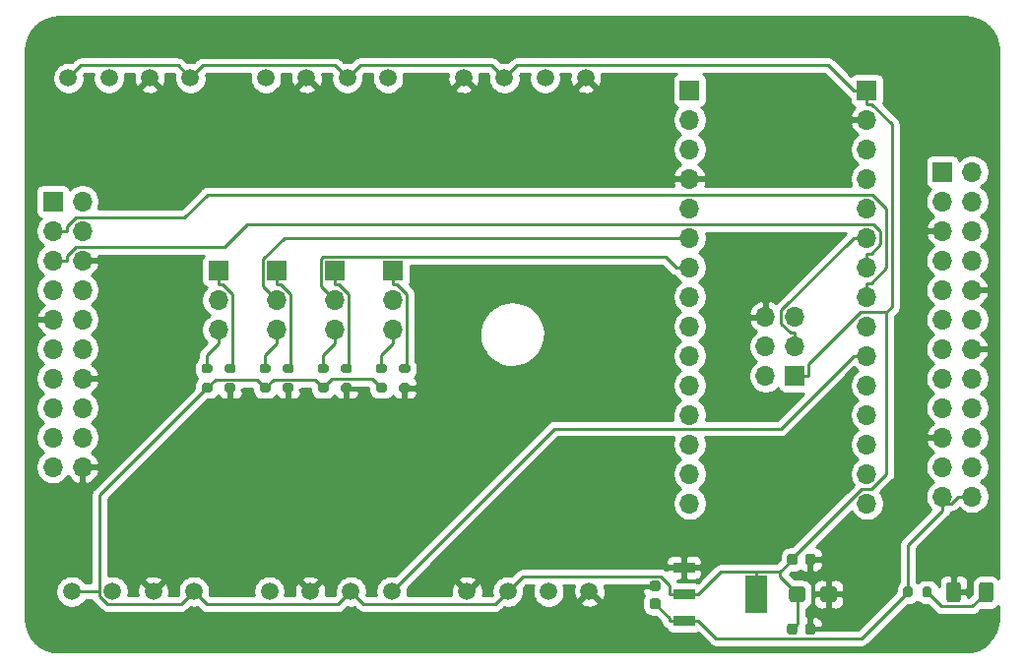
<source format=gbr>
%TF.GenerationSoftware,KiCad,Pcbnew,(5.1.10)-1*%
%TF.CreationDate,2022-02-05T10:08:01-05:00*%
%TF.ProjectId,RevA,52657641-2e6b-4696-9361-645f70636258,rev?*%
%TF.SameCoordinates,Original*%
%TF.FileFunction,Copper,L1,Top*%
%TF.FilePolarity,Positive*%
%FSLAX46Y46*%
G04 Gerber Fmt 4.6, Leading zero omitted, Abs format (unit mm)*
G04 Created by KiCad (PCBNEW (5.1.10)-1) date 2022-02-05 10:08:01*
%MOMM*%
%LPD*%
G01*
G04 APERTURE LIST*
%TA.AperFunction,ComponentPad*%
%ADD10R,1.700000X1.700000*%
%TD*%
%TA.AperFunction,ComponentPad*%
%ADD11O,1.700000X1.700000*%
%TD*%
%TA.AperFunction,SMDPad,CuDef*%
%ADD12R,1.840000X0.930000*%
%TD*%
%TA.AperFunction,SMDPad,CuDef*%
%ADD13R,1.840000X3.190000*%
%TD*%
%TA.AperFunction,ComponentPad*%
%ADD14C,1.498600*%
%TD*%
%TA.AperFunction,Conductor*%
%ADD15C,0.250000*%
%TD*%
%TA.AperFunction,Conductor*%
%ADD16C,0.254000*%
%TD*%
%TA.AperFunction,Conductor*%
%ADD17C,0.100000*%
%TD*%
G04 APERTURE END LIST*
%TO.P,C1,1*%
%TO.N,/VCC*%
%TA.AperFunction,SMDPad,CuDef*%
G36*
G01*
X215048000Y-121655000D02*
X214548000Y-121655000D01*
G75*
G02*
X214323000Y-121430000I0J225000D01*
G01*
X214323000Y-120980000D01*
G75*
G02*
X214548000Y-120755000I225000J0D01*
G01*
X215048000Y-120755000D01*
G75*
G02*
X215273000Y-120980000I0J-225000D01*
G01*
X215273000Y-121430000D01*
G75*
G02*
X215048000Y-121655000I-225000J0D01*
G01*
G37*
%TD.AperFunction*%
%TO.P,C1,2*%
%TO.N,/GND*%
%TA.AperFunction,SMDPad,CuDef*%
G36*
G01*
X215048000Y-120105000D02*
X214548000Y-120105000D01*
G75*
G02*
X214323000Y-119880000I0J225000D01*
G01*
X214323000Y-119430000D01*
G75*
G02*
X214548000Y-119205000I225000J0D01*
G01*
X215048000Y-119205000D01*
G75*
G02*
X215273000Y-119430000I0J-225000D01*
G01*
X215273000Y-119880000D01*
G75*
G02*
X215048000Y-120105000I-225000J0D01*
G01*
G37*
%TD.AperFunction*%
%TD*%
%TO.P,C2,2*%
%TO.N,/GND*%
%TA.AperFunction,SMDPad,CuDef*%
G36*
G01*
X227683000Y-123630000D02*
X227683000Y-123130000D01*
G75*
G02*
X227908000Y-122905000I225000J0D01*
G01*
X228358000Y-122905000D01*
G75*
G02*
X228583000Y-123130000I0J-225000D01*
G01*
X228583000Y-123630000D01*
G75*
G02*
X228358000Y-123855000I-225000J0D01*
G01*
X227908000Y-123855000D01*
G75*
G02*
X227683000Y-123630000I0J225000D01*
G01*
G37*
%TD.AperFunction*%
%TO.P,C2,1*%
%TO.N,/5V*%
%TA.AperFunction,SMDPad,CuDef*%
G36*
G01*
X226133000Y-123630000D02*
X226133000Y-123130000D01*
G75*
G02*
X226358000Y-122905000I225000J0D01*
G01*
X226808000Y-122905000D01*
G75*
G02*
X227033000Y-123130000I0J-225000D01*
G01*
X227033000Y-123630000D01*
G75*
G02*
X226808000Y-123855000I-225000J0D01*
G01*
X226358000Y-123855000D01*
G75*
G02*
X226133000Y-123630000I0J225000D01*
G01*
G37*
%TD.AperFunction*%
%TD*%
%TO.P,C3,1*%
%TO.N,/5V*%
%TA.AperFunction,SMDPad,CuDef*%
G36*
G01*
X226133000Y-117630000D02*
X226133000Y-117130000D01*
G75*
G02*
X226358000Y-116905000I225000J0D01*
G01*
X226808000Y-116905000D01*
G75*
G02*
X227033000Y-117130000I0J-225000D01*
G01*
X227033000Y-117630000D01*
G75*
G02*
X226808000Y-117855000I-225000J0D01*
G01*
X226358000Y-117855000D01*
G75*
G02*
X226133000Y-117630000I0J225000D01*
G01*
G37*
%TD.AperFunction*%
%TO.P,C3,2*%
%TO.N,/GND*%
%TA.AperFunction,SMDPad,CuDef*%
G36*
G01*
X227683000Y-117630000D02*
X227683000Y-117130000D01*
G75*
G02*
X227908000Y-116905000I225000J0D01*
G01*
X228358000Y-116905000D01*
G75*
G02*
X228583000Y-117130000I0J-225000D01*
G01*
X228583000Y-117630000D01*
G75*
G02*
X228358000Y-117855000I-225000J0D01*
G01*
X227908000Y-117855000D01*
G75*
G02*
X227683000Y-117630000I0J225000D01*
G01*
G37*
%TD.AperFunction*%
%TD*%
%TO.P,C4,2*%
%TO.N,/GND*%
%TA.AperFunction,SMDPad,CuDef*%
G36*
G01*
X229008000Y-120805001D02*
X229008000Y-119954999D01*
G75*
G02*
X229257999Y-119705000I249999J0D01*
G01*
X230158001Y-119705000D01*
G75*
G02*
X230408000Y-119954999I0J-249999D01*
G01*
X230408000Y-120805001D01*
G75*
G02*
X230158001Y-121055000I-249999J0D01*
G01*
X229257999Y-121055000D01*
G75*
G02*
X229008000Y-120805001I0J249999D01*
G01*
G37*
%TD.AperFunction*%
%TO.P,C4,1*%
%TO.N,/5V*%
%TA.AperFunction,SMDPad,CuDef*%
G36*
G01*
X226308000Y-120805001D02*
X226308000Y-119954999D01*
G75*
G02*
X226557999Y-119705000I249999J0D01*
G01*
X227458001Y-119705000D01*
G75*
G02*
X227708000Y-119954999I0J-249999D01*
G01*
X227708000Y-120805001D01*
G75*
G02*
X227458001Y-121055000I-249999J0D01*
G01*
X226557999Y-121055000D01*
G75*
G02*
X226308000Y-120805001I0J249999D01*
G01*
G37*
%TD.AperFunction*%
%TD*%
%TO.P,D1,1*%
%TO.N,/GND*%
%TA.AperFunction,SMDPad,CuDef*%
G36*
G01*
X239833000Y-120823000D02*
X239833000Y-119573000D01*
G75*
G02*
X240083000Y-119323000I250000J0D01*
G01*
X240833000Y-119323000D01*
G75*
G02*
X241083000Y-119573000I0J-250000D01*
G01*
X241083000Y-120823000D01*
G75*
G02*
X240833000Y-121073000I-250000J0D01*
G01*
X240083000Y-121073000D01*
G75*
G02*
X239833000Y-120823000I0J250000D01*
G01*
G37*
%TD.AperFunction*%
%TO.P,D1,2*%
%TO.N,Net-(D1-Pad2)*%
%TA.AperFunction,SMDPad,CuDef*%
G36*
G01*
X242633000Y-120823000D02*
X242633000Y-119573000D01*
G75*
G02*
X242883000Y-119323000I250000J0D01*
G01*
X243633000Y-119323000D01*
G75*
G02*
X243883000Y-119573000I0J-250000D01*
G01*
X243883000Y-120823000D01*
G75*
G02*
X243633000Y-121073000I-250000J0D01*
G01*
X242883000Y-121073000D01*
G75*
G02*
X242633000Y-120823000I0J250000D01*
G01*
G37*
%TD.AperFunction*%
%TD*%
D10*
%TO.P,J1,1*%
%TO.N,/3.3V*%
X163000000Y-86570000D03*
D11*
%TO.P,J1,2*%
%TO.N,Net-(J1-Pad2)*%
X165540000Y-86570000D03*
%TO.P,J1,3*%
%TO.N,/I2C_Data*%
X163000000Y-89110000D03*
%TO.P,J1,4*%
%TO.N,Net-(J1-Pad4)*%
X165540000Y-89110000D03*
%TO.P,J1,5*%
%TO.N,/I2C_Clock*%
X163000000Y-91650000D03*
%TO.P,J1,6*%
%TO.N,/GND*%
X165540000Y-91650000D03*
%TO.P,J1,7*%
%TO.N,Net-(J1-Pad7)*%
X163000000Y-94190000D03*
%TO.P,J1,8*%
%TO.N,Net-(J1-Pad8)*%
X165540000Y-94190000D03*
%TO.P,J1,9*%
%TO.N,/GND*%
X163000000Y-96730000D03*
%TO.P,J1,10*%
%TO.N,Net-(J1-Pad10)*%
X165540000Y-96730000D03*
%TO.P,J1,11*%
%TO.N,Net-(J1-Pad11)*%
X163000000Y-99270000D03*
%TO.P,J1,12*%
%TO.N,Net-(J1-Pad12)*%
X165540000Y-99270000D03*
%TO.P,J1,13*%
%TO.N,Net-(J1-Pad13)*%
X163000000Y-101810000D03*
%TO.P,J1,14*%
%TO.N,/GND*%
X165540000Y-101810000D03*
%TO.P,J1,15*%
%TO.N,Net-(J1-Pad15)*%
X163000000Y-104350000D03*
%TO.P,J1,16*%
%TO.N,Net-(J1-Pad16)*%
X165540000Y-104350000D03*
%TO.P,J1,17*%
%TO.N,/3.3V*%
X163000000Y-106890000D03*
%TO.P,J1,18*%
%TO.N,Net-(J1-Pad18)*%
X165540000Y-106890000D03*
%TO.P,J1,19*%
%TO.N,Net-(J1-Pad19)*%
X163000000Y-109430000D03*
%TO.P,J1,20*%
%TO.N,/GND*%
X165540000Y-109430000D03*
%TD*%
D10*
%TO.P,J2,1*%
%TO.N,Net-(J2-Pad1)*%
X239500000Y-84030000D03*
D11*
%TO.P,J2,2*%
%TO.N,Net-(J2-Pad2)*%
X242040000Y-84030000D03*
%TO.P,J2,3*%
%TO.N,Net-(J2-Pad3)*%
X239500000Y-86570000D03*
%TO.P,J2,4*%
%TO.N,Net-(J2-Pad4)*%
X242040000Y-86570000D03*
%TO.P,J2,5*%
%TO.N,/GND*%
X239500000Y-89110000D03*
%TO.P,J2,6*%
%TO.N,Net-(J2-Pad6)*%
X242040000Y-89110000D03*
%TO.P,J2,7*%
%TO.N,Net-(J2-Pad7)*%
X239500000Y-91650000D03*
%TO.P,J2,8*%
%TO.N,Net-(J2-Pad8)*%
X242040000Y-91650000D03*
%TO.P,J2,9*%
%TO.N,Net-(J2-Pad9)*%
X239500000Y-94190000D03*
%TO.P,J2,10*%
%TO.N,/GND*%
X242040000Y-94190000D03*
%TO.P,J2,11*%
%TO.N,Net-(J2-Pad11)*%
X239500000Y-96730000D03*
%TO.P,J2,12*%
%TO.N,Net-(J2-Pad12)*%
X242040000Y-96730000D03*
%TO.P,J2,13*%
%TO.N,Net-(J2-Pad13)*%
X239500000Y-99270000D03*
%TO.P,J2,14*%
%TO.N,/GND*%
X242040000Y-99270000D03*
%TO.P,J2,15*%
%TO.N,Net-(J2-Pad15)*%
X239500000Y-101810000D03*
%TO.P,J2,16*%
%TO.N,Net-(J2-Pad16)*%
X242040000Y-101810000D03*
%TO.P,J2,17*%
%TO.N,Net-(J2-Pad17)*%
X239500000Y-104350000D03*
%TO.P,J2,18*%
%TO.N,Net-(J2-Pad18)*%
X242040000Y-104350000D03*
%TO.P,J2,19*%
%TO.N,/GND*%
X239500000Y-106890000D03*
%TO.P,J2,20*%
%TO.N,Net-(J2-Pad20)*%
X242040000Y-106890000D03*
%TO.P,J2,21*%
%TO.N,/Interconnect*%
X239500000Y-109430000D03*
%TO.P,J2,22*%
%TO.N,/Reset*%
X242040000Y-109430000D03*
%TO.P,J2,23*%
%TO.N,/VCC*%
X239500000Y-111970000D03*
%TO.P,J2,24*%
X242040000Y-111970000D03*
%TD*%
%TO.P,J4,3*%
%TO.N,Net-(J4-Pad3)*%
X177250000Y-97620000D03*
%TO.P,J4,2*%
%TO.N,/Digital_0*%
X177250000Y-95080000D03*
D10*
%TO.P,J4,1*%
%TO.N,Net-(J4-Pad1)*%
X177250000Y-92540000D03*
%TD*%
D11*
%TO.P,J6,3*%
%TO.N,Net-(J6-Pad3)*%
X182250000Y-97620000D03*
%TO.P,J6,2*%
%TO.N,/Digital_1*%
X182250000Y-95080000D03*
D10*
%TO.P,J6,1*%
%TO.N,Net-(J6-Pad1)*%
X182250000Y-92540000D03*
%TD*%
D11*
%TO.P,J8,3*%
%TO.N,Net-(J8-Pad3)*%
X187250000Y-97620000D03*
%TO.P,J8,2*%
%TO.N,/Digital_2*%
X187250000Y-95080000D03*
D10*
%TO.P,J8,1*%
%TO.N,Net-(J8-Pad1)*%
X187250000Y-92540000D03*
%TD*%
D11*
%TO.P,J10,3*%
%TO.N,Net-(J10-Pad3)*%
X192250000Y-97620000D03*
%TO.P,J10,2*%
%TO.N,/Digital_3*%
X192250000Y-95080000D03*
D10*
%TO.P,J10,1*%
%TO.N,Net-(J10-Pad1)*%
X192250000Y-92540000D03*
%TD*%
%TO.P,J11,1*%
%TO.N,Net-(J11-Pad1)*%
X217760000Y-77000000D03*
D11*
%TO.P,J11,2*%
%TO.N,Net-(J11-Pad2)*%
X217760000Y-79540000D03*
%TO.P,J11,3*%
%TO.N,/Reset*%
X217760000Y-82080000D03*
%TO.P,J11,4*%
%TO.N,/GND*%
X217760000Y-84620000D03*
%TO.P,J11,5*%
%TO.N,/Digital_0*%
X217760000Y-87160000D03*
%TO.P,J11,6*%
%TO.N,/Digital_1*%
X217760000Y-89700000D03*
%TO.P,J11,7*%
%TO.N,/Digital_2*%
X217760000Y-92240000D03*
%TO.P,J11,8*%
%TO.N,/Digital_3*%
X217760000Y-94780000D03*
%TO.P,J11,9*%
%TO.N,/Controller/D6*%
X217760000Y-97320000D03*
%TO.P,J11,10*%
%TO.N,/Controller/D7*%
X217760000Y-99860000D03*
%TO.P,J11,11*%
%TO.N,/Controller/D8*%
X217760000Y-102400000D03*
%TO.P,J11,12*%
%TO.N,/Controller/D9*%
X217760000Y-104940000D03*
%TO.P,J11,13*%
%TO.N,/Controller/D10*%
X217760000Y-107480000D03*
%TO.P,J11,14*%
%TO.N,/Controller/D11*%
X217760000Y-110020000D03*
%TO.P,J11,15*%
%TO.N,/Controller/D12*%
X217760000Y-112560000D03*
%TD*%
%TO.P,J12,15*%
%TO.N,/Controller/D13*%
X233000000Y-112560000D03*
%TO.P,J12,14*%
%TO.N,Net-(J12-Pad14)*%
X233000000Y-110020000D03*
%TO.P,J12,13*%
%TO.N,Net-(J12-Pad13)*%
X233000000Y-107480000D03*
%TO.P,J12,12*%
%TO.N,/Analog_0*%
X233000000Y-104940000D03*
%TO.P,J12,11*%
%TO.N,/Analog_1*%
X233000000Y-102400000D03*
%TO.P,J12,10*%
%TO.N,/Analog_2*%
X233000000Y-99860000D03*
%TO.P,J12,9*%
%TO.N,/Analog_3*%
X233000000Y-97320000D03*
%TO.P,J12,8*%
%TO.N,/I2C_Data*%
X233000000Y-94780000D03*
%TO.P,J12,7*%
%TO.N,/I2C_Clock*%
X233000000Y-92240000D03*
%TO.P,J12,6*%
%TO.N,/Controller/A6*%
X233000000Y-89700000D03*
%TO.P,J12,5*%
%TO.N,/Controller/A7*%
X233000000Y-87160000D03*
%TO.P,J12,4*%
%TO.N,Net-(J12-Pad4)*%
X233000000Y-84620000D03*
%TO.P,J12,3*%
%TO.N,Net-(J12-Pad3)*%
X233000000Y-82080000D03*
%TO.P,J12,2*%
%TO.N,/GND*%
X233000000Y-79540000D03*
D10*
%TO.P,J12,1*%
%TO.N,/5V*%
X233000000Y-77000000D03*
%TD*%
%TO.P,J13,1*%
%TO.N,/5V*%
X226822000Y-101600000D03*
D11*
%TO.P,J13,2*%
%TO.N,/Controller/A7*%
X224282000Y-101600000D03*
%TO.P,J13,3*%
%TO.N,/Controller/A6*%
X226822000Y-99060000D03*
%TO.P,J13,4*%
%TO.N,/Controller/D11*%
X224282000Y-99060000D03*
%TO.P,J13,5*%
%TO.N,/Controller/D12*%
X226822000Y-96520000D03*
%TO.P,J13,6*%
%TO.N,/GND*%
X224282000Y-96520000D03*
%TD*%
%TO.P,R1,2*%
%TO.N,/5V*%
%TA.AperFunction,SMDPad,CuDef*%
G36*
G01*
X175975000Y-102215000D02*
X176525000Y-102215000D01*
G75*
G02*
X176725000Y-102415000I0J-200000D01*
G01*
X176725000Y-102815000D01*
G75*
G02*
X176525000Y-103015000I-200000J0D01*
G01*
X175975000Y-103015000D01*
G75*
G02*
X175775000Y-102815000I0J200000D01*
G01*
X175775000Y-102415000D01*
G75*
G02*
X175975000Y-102215000I200000J0D01*
G01*
G37*
%TD.AperFunction*%
%TO.P,R1,1*%
%TO.N,Net-(J4-Pad3)*%
%TA.AperFunction,SMDPad,CuDef*%
G36*
G01*
X175975000Y-100565000D02*
X176525000Y-100565000D01*
G75*
G02*
X176725000Y-100765000I0J-200000D01*
G01*
X176725000Y-101165000D01*
G75*
G02*
X176525000Y-101365000I-200000J0D01*
G01*
X175975000Y-101365000D01*
G75*
G02*
X175775000Y-101165000I0J200000D01*
G01*
X175775000Y-100765000D01*
G75*
G02*
X175975000Y-100565000I200000J0D01*
G01*
G37*
%TD.AperFunction*%
%TD*%
%TO.P,R2,2*%
%TO.N,/GND*%
%TA.AperFunction,SMDPad,CuDef*%
G36*
G01*
X177975000Y-102215000D02*
X178525000Y-102215000D01*
G75*
G02*
X178725000Y-102415000I0J-200000D01*
G01*
X178725000Y-102815000D01*
G75*
G02*
X178525000Y-103015000I-200000J0D01*
G01*
X177975000Y-103015000D01*
G75*
G02*
X177775000Y-102815000I0J200000D01*
G01*
X177775000Y-102415000D01*
G75*
G02*
X177975000Y-102215000I200000J0D01*
G01*
G37*
%TD.AperFunction*%
%TO.P,R2,1*%
%TO.N,Net-(J4-Pad1)*%
%TA.AperFunction,SMDPad,CuDef*%
G36*
G01*
X177975000Y-100565000D02*
X178525000Y-100565000D01*
G75*
G02*
X178725000Y-100765000I0J-200000D01*
G01*
X178725000Y-101165000D01*
G75*
G02*
X178525000Y-101365000I-200000J0D01*
G01*
X177975000Y-101365000D01*
G75*
G02*
X177775000Y-101165000I0J200000D01*
G01*
X177775000Y-100765000D01*
G75*
G02*
X177975000Y-100565000I200000J0D01*
G01*
G37*
%TD.AperFunction*%
%TD*%
%TO.P,R3,1*%
%TO.N,Net-(J6-Pad3)*%
%TA.AperFunction,SMDPad,CuDef*%
G36*
G01*
X180975000Y-100565000D02*
X181525000Y-100565000D01*
G75*
G02*
X181725000Y-100765000I0J-200000D01*
G01*
X181725000Y-101165000D01*
G75*
G02*
X181525000Y-101365000I-200000J0D01*
G01*
X180975000Y-101365000D01*
G75*
G02*
X180775000Y-101165000I0J200000D01*
G01*
X180775000Y-100765000D01*
G75*
G02*
X180975000Y-100565000I200000J0D01*
G01*
G37*
%TD.AperFunction*%
%TO.P,R3,2*%
%TO.N,/5V*%
%TA.AperFunction,SMDPad,CuDef*%
G36*
G01*
X180975000Y-102215000D02*
X181525000Y-102215000D01*
G75*
G02*
X181725000Y-102415000I0J-200000D01*
G01*
X181725000Y-102815000D01*
G75*
G02*
X181525000Y-103015000I-200000J0D01*
G01*
X180975000Y-103015000D01*
G75*
G02*
X180775000Y-102815000I0J200000D01*
G01*
X180775000Y-102415000D01*
G75*
G02*
X180975000Y-102215000I200000J0D01*
G01*
G37*
%TD.AperFunction*%
%TD*%
%TO.P,R4,2*%
%TO.N,/GND*%
%TA.AperFunction,SMDPad,CuDef*%
G36*
G01*
X182975000Y-102215000D02*
X183525000Y-102215000D01*
G75*
G02*
X183725000Y-102415000I0J-200000D01*
G01*
X183725000Y-102815000D01*
G75*
G02*
X183525000Y-103015000I-200000J0D01*
G01*
X182975000Y-103015000D01*
G75*
G02*
X182775000Y-102815000I0J200000D01*
G01*
X182775000Y-102415000D01*
G75*
G02*
X182975000Y-102215000I200000J0D01*
G01*
G37*
%TD.AperFunction*%
%TO.P,R4,1*%
%TO.N,Net-(J6-Pad1)*%
%TA.AperFunction,SMDPad,CuDef*%
G36*
G01*
X182975000Y-100565000D02*
X183525000Y-100565000D01*
G75*
G02*
X183725000Y-100765000I0J-200000D01*
G01*
X183725000Y-101165000D01*
G75*
G02*
X183525000Y-101365000I-200000J0D01*
G01*
X182975000Y-101365000D01*
G75*
G02*
X182775000Y-101165000I0J200000D01*
G01*
X182775000Y-100765000D01*
G75*
G02*
X182975000Y-100565000I200000J0D01*
G01*
G37*
%TD.AperFunction*%
%TD*%
%TO.P,R5,1*%
%TO.N,Net-(J8-Pad3)*%
%TA.AperFunction,SMDPad,CuDef*%
G36*
G01*
X185975000Y-100565000D02*
X186525000Y-100565000D01*
G75*
G02*
X186725000Y-100765000I0J-200000D01*
G01*
X186725000Y-101165000D01*
G75*
G02*
X186525000Y-101365000I-200000J0D01*
G01*
X185975000Y-101365000D01*
G75*
G02*
X185775000Y-101165000I0J200000D01*
G01*
X185775000Y-100765000D01*
G75*
G02*
X185975000Y-100565000I200000J0D01*
G01*
G37*
%TD.AperFunction*%
%TO.P,R5,2*%
%TO.N,/5V*%
%TA.AperFunction,SMDPad,CuDef*%
G36*
G01*
X185975000Y-102215000D02*
X186525000Y-102215000D01*
G75*
G02*
X186725000Y-102415000I0J-200000D01*
G01*
X186725000Y-102815000D01*
G75*
G02*
X186525000Y-103015000I-200000J0D01*
G01*
X185975000Y-103015000D01*
G75*
G02*
X185775000Y-102815000I0J200000D01*
G01*
X185775000Y-102415000D01*
G75*
G02*
X185975000Y-102215000I200000J0D01*
G01*
G37*
%TD.AperFunction*%
%TD*%
%TO.P,R6,2*%
%TO.N,/GND*%
%TA.AperFunction,SMDPad,CuDef*%
G36*
G01*
X187975000Y-102215000D02*
X188525000Y-102215000D01*
G75*
G02*
X188725000Y-102415000I0J-200000D01*
G01*
X188725000Y-102815000D01*
G75*
G02*
X188525000Y-103015000I-200000J0D01*
G01*
X187975000Y-103015000D01*
G75*
G02*
X187775000Y-102815000I0J200000D01*
G01*
X187775000Y-102415000D01*
G75*
G02*
X187975000Y-102215000I200000J0D01*
G01*
G37*
%TD.AperFunction*%
%TO.P,R6,1*%
%TO.N,Net-(J8-Pad1)*%
%TA.AperFunction,SMDPad,CuDef*%
G36*
G01*
X187975000Y-100565000D02*
X188525000Y-100565000D01*
G75*
G02*
X188725000Y-100765000I0J-200000D01*
G01*
X188725000Y-101165000D01*
G75*
G02*
X188525000Y-101365000I-200000J0D01*
G01*
X187975000Y-101365000D01*
G75*
G02*
X187775000Y-101165000I0J200000D01*
G01*
X187775000Y-100765000D01*
G75*
G02*
X187975000Y-100565000I200000J0D01*
G01*
G37*
%TD.AperFunction*%
%TD*%
%TO.P,R7,1*%
%TO.N,Net-(J10-Pad3)*%
%TA.AperFunction,SMDPad,CuDef*%
G36*
G01*
X190975000Y-100565000D02*
X191525000Y-100565000D01*
G75*
G02*
X191725000Y-100765000I0J-200000D01*
G01*
X191725000Y-101165000D01*
G75*
G02*
X191525000Y-101365000I-200000J0D01*
G01*
X190975000Y-101365000D01*
G75*
G02*
X190775000Y-101165000I0J200000D01*
G01*
X190775000Y-100765000D01*
G75*
G02*
X190975000Y-100565000I200000J0D01*
G01*
G37*
%TD.AperFunction*%
%TO.P,R7,2*%
%TO.N,/5V*%
%TA.AperFunction,SMDPad,CuDef*%
G36*
G01*
X190975000Y-102215000D02*
X191525000Y-102215000D01*
G75*
G02*
X191725000Y-102415000I0J-200000D01*
G01*
X191725000Y-102815000D01*
G75*
G02*
X191525000Y-103015000I-200000J0D01*
G01*
X190975000Y-103015000D01*
G75*
G02*
X190775000Y-102815000I0J200000D01*
G01*
X190775000Y-102415000D01*
G75*
G02*
X190975000Y-102215000I200000J0D01*
G01*
G37*
%TD.AperFunction*%
%TD*%
%TO.P,R8,2*%
%TO.N,/GND*%
%TA.AperFunction,SMDPad,CuDef*%
G36*
G01*
X192975000Y-102215000D02*
X193525000Y-102215000D01*
G75*
G02*
X193725000Y-102415000I0J-200000D01*
G01*
X193725000Y-102815000D01*
G75*
G02*
X193525000Y-103015000I-200000J0D01*
G01*
X192975000Y-103015000D01*
G75*
G02*
X192775000Y-102815000I0J200000D01*
G01*
X192775000Y-102415000D01*
G75*
G02*
X192975000Y-102215000I200000J0D01*
G01*
G37*
%TD.AperFunction*%
%TO.P,R8,1*%
%TO.N,Net-(J10-Pad1)*%
%TA.AperFunction,SMDPad,CuDef*%
G36*
G01*
X192975000Y-100565000D02*
X193525000Y-100565000D01*
G75*
G02*
X193725000Y-100765000I0J-200000D01*
G01*
X193725000Y-101165000D01*
G75*
G02*
X193525000Y-101365000I-200000J0D01*
G01*
X192975000Y-101365000D01*
G75*
G02*
X192775000Y-101165000I0J200000D01*
G01*
X192775000Y-100765000D01*
G75*
G02*
X192975000Y-100565000I200000J0D01*
G01*
G37*
%TD.AperFunction*%
%TD*%
%TO.P,R9,1*%
%TO.N,/VCC*%
%TA.AperFunction,SMDPad,CuDef*%
G36*
G01*
X236133000Y-120473000D02*
X236133000Y-119923000D01*
G75*
G02*
X236333000Y-119723000I200000J0D01*
G01*
X236733000Y-119723000D01*
G75*
G02*
X236933000Y-119923000I0J-200000D01*
G01*
X236933000Y-120473000D01*
G75*
G02*
X236733000Y-120673000I-200000J0D01*
G01*
X236333000Y-120673000D01*
G75*
G02*
X236133000Y-120473000I0J200000D01*
G01*
G37*
%TD.AperFunction*%
%TO.P,R9,2*%
%TO.N,Net-(D1-Pad2)*%
%TA.AperFunction,SMDPad,CuDef*%
G36*
G01*
X237783000Y-120473000D02*
X237783000Y-119923000D01*
G75*
G02*
X237983000Y-119723000I200000J0D01*
G01*
X238383000Y-119723000D01*
G75*
G02*
X238583000Y-119923000I0J-200000D01*
G01*
X238583000Y-120473000D01*
G75*
G02*
X238383000Y-120673000I-200000J0D01*
G01*
X237983000Y-120673000D01*
G75*
G02*
X237783000Y-120473000I0J200000D01*
G01*
G37*
%TD.AperFunction*%
%TD*%
D12*
%TO.P,VR1,1*%
%TO.N,/GND*%
X217273000Y-118080000D03*
%TO.P,VR1,2*%
%TO.N,/5V*%
X217273000Y-120380000D03*
%TO.P,VR1,3*%
%TO.N,/VCC*%
X217273000Y-122680000D03*
D13*
%TO.P,VR1,4*%
%TO.N,/5V*%
X223443000Y-120380000D03*
%TD*%
D14*
%TO.P,J3,4*%
%TO.N,/Digital_1*%
X181323998Y-75946000D03*
%TO.P,J3,3*%
%TO.N,/GND*%
X184823999Y-75946000D03*
%TO.P,J3,2*%
%TO.N,/5V*%
X188323999Y-75946000D03*
%TO.P,J3,1*%
%TO.N,/Digital_2*%
X191824000Y-75946000D03*
%TD*%
%TO.P,J5,1*%
%TO.N,/5V*%
X174824000Y-75946000D03*
%TO.P,J5,2*%
%TO.N,/GND*%
X171323999Y-75946000D03*
%TO.P,J5,3*%
%TO.N,/Digital_0*%
X167823999Y-75946000D03*
%TO.P,J5,4*%
%TO.N,/5V*%
X164323998Y-75946000D03*
%TD*%
%TO.P,J7,4*%
%TO.N,/GND*%
X198323998Y-75946000D03*
%TO.P,J7,3*%
%TO.N,/5V*%
X201823999Y-75946000D03*
%TO.P,J7,2*%
%TO.N,/Digital_3*%
X205323999Y-75946000D03*
%TO.P,J7,1*%
%TO.N,/GND*%
X208824000Y-75946000D03*
%TD*%
%TO.P,J9,1*%
%TO.N,/5V*%
X164628000Y-120142000D03*
%TO.P,J9,2*%
%TO.N,/Analog_0*%
X168128001Y-120142000D03*
%TO.P,J9,3*%
%TO.N,/GND*%
X171628001Y-120142000D03*
%TO.P,J9,4*%
%TO.N,/5V*%
X175128002Y-120142000D03*
%TD*%
%TO.P,J14,1*%
%TO.N,/GND*%
X198628000Y-120142000D03*
%TO.P,J14,2*%
%TO.N,/5V*%
X202128001Y-120142000D03*
%TO.P,J14,3*%
%TO.N,/Analog_3*%
X205628001Y-120142000D03*
%TO.P,J14,4*%
%TO.N,/GND*%
X209128002Y-120142000D03*
%TD*%
%TO.P,J16,1*%
%TO.N,/Analog_1*%
X181628000Y-120142000D03*
%TO.P,J16,2*%
%TO.N,/GND*%
X185128001Y-120142000D03*
%TO.P,J16,3*%
%TO.N,/5V*%
X188628001Y-120142000D03*
%TO.P,J16,4*%
%TO.N,/Analog_2*%
X192128002Y-120142000D03*
%TD*%
D15*
%TO.N,/VCC*%
X242040000Y-111970000D02*
X240864700Y-111970000D01*
X239500000Y-112557600D02*
X240277100Y-112557600D01*
X240277100Y-112557600D02*
X240864700Y-111970000D01*
X239500000Y-112557600D02*
X239500000Y-113145300D01*
X239500000Y-111970000D02*
X239500000Y-112557600D01*
X217273000Y-122680000D02*
X218518300Y-122680000D01*
X236533000Y-120198000D02*
X232542300Y-124188700D01*
X232542300Y-124188700D02*
X220027000Y-124188700D01*
X220027000Y-124188700D02*
X218518300Y-122680000D01*
X239500000Y-113145300D02*
X236533000Y-116112300D01*
X236533000Y-116112300D02*
X236533000Y-120198000D01*
X217273000Y-122680000D02*
X216027700Y-122680000D01*
X216027700Y-122680000D02*
X216027700Y-122434700D01*
X216027700Y-122434700D02*
X214798000Y-121205000D01*
%TO.N,/5V*%
X188324000Y-75946000D02*
X187248900Y-74870900D01*
X187248900Y-74870900D02*
X175899100Y-74870900D01*
X175899100Y-74870900D02*
X174824000Y-75946000D01*
X201824000Y-75946000D02*
X200696500Y-74818500D01*
X200696500Y-74818500D02*
X189451500Y-74818500D01*
X189451500Y-74818500D02*
X188324000Y-75946000D01*
X186250000Y-102615000D02*
X185519000Y-101884000D01*
X185519000Y-101884000D02*
X181981000Y-101884000D01*
X181981000Y-101884000D02*
X181250000Y-102615000D01*
X186250000Y-102615000D02*
X187022800Y-101842200D01*
X187022800Y-101842200D02*
X190477200Y-101842200D01*
X190477200Y-101842200D02*
X191250000Y-102615000D01*
X176250000Y-102615000D02*
X176976200Y-101888800D01*
X176976200Y-101888800D02*
X180523800Y-101888800D01*
X180523800Y-101888800D02*
X181250000Y-102615000D01*
X188628000Y-120142000D02*
X187507700Y-121262300D01*
X187507700Y-121262300D02*
X176248300Y-121262300D01*
X176248300Y-121262300D02*
X175128000Y-120142000D01*
X188628000Y-120142000D02*
X189703400Y-121217400D01*
X189703400Y-121217400D02*
X201052600Y-121217400D01*
X201052600Y-121217400D02*
X202128000Y-120142000D01*
X167004500Y-120142000D02*
X167004500Y-111860500D01*
X167004500Y-111860500D02*
X176250000Y-102615000D01*
X234682400Y-96120400D02*
X235134800Y-95668000D01*
X235134800Y-95668000D02*
X235134800Y-79942800D01*
X235134800Y-79942800D02*
X233367300Y-78175300D01*
X233367300Y-78175300D02*
X233000000Y-78175300D01*
X227997300Y-101600000D02*
X227997300Y-100557900D01*
X227997300Y-100557900D02*
X232434800Y-96120400D01*
X232434800Y-96120400D02*
X234682400Y-96120400D01*
X234682400Y-96120400D02*
X234682400Y-110011300D01*
X234682400Y-110011300D02*
X233403700Y-111290000D01*
X233403700Y-111290000D02*
X232565000Y-111290000D01*
X232565000Y-111290000D02*
X226583000Y-117272000D01*
X226583000Y-117272000D02*
X226583000Y-117380000D01*
X233000000Y-77000000D02*
X233000000Y-78175300D01*
X226822000Y-101600000D02*
X227997300Y-101600000D01*
X175128000Y-120142000D02*
X174044000Y-121226000D01*
X174044000Y-121226000D02*
X167681900Y-121226000D01*
X167681900Y-121226000D02*
X167004500Y-120548600D01*
X167004500Y-120548600D02*
X167004500Y-120142000D01*
X167004500Y-120142000D02*
X164628000Y-120142000D01*
X217273000Y-120380000D02*
X216027700Y-120380000D01*
X202128000Y-120142000D02*
X203399600Y-118870400D01*
X203399600Y-118870400D02*
X215308400Y-118870400D01*
X215308400Y-118870400D02*
X216027700Y-119589700D01*
X216027700Y-119589700D02*
X216027700Y-120380000D01*
X174824000Y-75946000D02*
X173743500Y-74865500D01*
X173743500Y-74865500D02*
X165404500Y-74865500D01*
X165404500Y-74865500D02*
X164324000Y-75946000D01*
X226583000Y-123380000D02*
X227008000Y-122955000D01*
X227008000Y-122955000D02*
X227008000Y-120380000D01*
X225503300Y-118459700D02*
X226583000Y-117380000D01*
X223443000Y-118459700D02*
X225503300Y-118459700D01*
X225503300Y-118459700D02*
X225503300Y-118875300D01*
X225503300Y-118875300D02*
X227008000Y-120380000D01*
X233000000Y-77000000D02*
X231824700Y-77000000D01*
X231824700Y-77000000D02*
X229664300Y-74839600D01*
X229664300Y-74839600D02*
X202930400Y-74839600D01*
X202930400Y-74839600D02*
X201824000Y-75946000D01*
X217273000Y-120380000D02*
X218518300Y-120380000D01*
X218518300Y-120380000D02*
X220438600Y-118459700D01*
X220438600Y-118459700D02*
X223443000Y-118459700D01*
X223443000Y-120380000D02*
X223443000Y-118459700D01*
%TO.N,Net-(D1-Pad2)*%
X238183000Y-120198000D02*
X239397200Y-121412200D01*
X239397200Y-121412200D02*
X242043800Y-121412200D01*
X242043800Y-121412200D02*
X243258000Y-120198000D01*
%TO.N,/I2C_Data*%
X233000000Y-93604700D02*
X233367300Y-93604700D01*
X233367300Y-93604700D02*
X234668100Y-92303900D01*
X234668100Y-92303900D02*
X234668100Y-87164400D01*
X234668100Y-87164400D02*
X233473300Y-85969600D01*
X233473300Y-85969600D02*
X176292200Y-85969600D01*
X176292200Y-85969600D02*
X174327100Y-87934700D01*
X174327100Y-87934700D02*
X164983200Y-87934700D01*
X164983200Y-87934700D02*
X164175300Y-88742600D01*
X164175300Y-88742600D02*
X164175300Y-89110000D01*
X163000000Y-89110000D02*
X164175300Y-89110000D01*
X233000000Y-94780000D02*
X233000000Y-93604700D01*
%TO.N,/I2C_Clock*%
X233000000Y-92240000D02*
X233000000Y-91064700D01*
X163000000Y-91650000D02*
X164175300Y-91650000D01*
X164175300Y-91650000D02*
X164175300Y-91282600D01*
X164175300Y-91282600D02*
X164983200Y-90474700D01*
X164983200Y-90474700D02*
X177768900Y-90474700D01*
X177768900Y-90474700D02*
X179726400Y-88517200D01*
X179726400Y-88517200D02*
X233564700Y-88517200D01*
X233564700Y-88517200D02*
X234175300Y-89127800D01*
X234175300Y-89127800D02*
X234175300Y-90256800D01*
X234175300Y-90256800D02*
X233367400Y-91064700D01*
X233367400Y-91064700D02*
X233000000Y-91064700D01*
%TO.N,Net-(J4-Pad3)*%
X177250000Y-97620000D02*
X177250000Y-98795300D01*
X176250000Y-100965000D02*
X176250000Y-99795300D01*
X176250000Y-99795300D02*
X177250000Y-98795300D01*
%TO.N,Net-(J4-Pad1)*%
X177250000Y-92540000D02*
X177250000Y-93715300D01*
X178250000Y-100965000D02*
X178425300Y-100789700D01*
X178425300Y-100789700D02*
X178425300Y-94523200D01*
X178425300Y-94523200D02*
X177617400Y-93715300D01*
X177617400Y-93715300D02*
X177250000Y-93715300D01*
%TO.N,/Digital_1*%
X182250000Y-95080000D02*
X181074600Y-93904600D01*
X181074600Y-93904600D02*
X181074600Y-91550300D01*
X181074600Y-91550300D02*
X182924900Y-89700000D01*
X182924900Y-89700000D02*
X217760000Y-89700000D01*
%TO.N,Net-(J6-Pad3)*%
X182250000Y-97620000D02*
X182250000Y-98795300D01*
X181250000Y-100965000D02*
X181250000Y-99795300D01*
X181250000Y-99795300D02*
X182250000Y-98795300D01*
%TO.N,Net-(J6-Pad1)*%
X182250000Y-92540000D02*
X182250000Y-93715300D01*
X183250000Y-100965000D02*
X183425300Y-100789700D01*
X183425300Y-100789700D02*
X183425300Y-94523200D01*
X183425300Y-94523200D02*
X182617400Y-93715300D01*
X182617400Y-93715300D02*
X182250000Y-93715300D01*
%TO.N,/Digital_2*%
X217760000Y-92240000D02*
X216584700Y-92240000D01*
X187250000Y-95080000D02*
X186074600Y-93904600D01*
X186074600Y-93904600D02*
X186074600Y-91523300D01*
X186074600Y-91523300D02*
X186233200Y-91364700D01*
X186233200Y-91364700D02*
X215709400Y-91364700D01*
X215709400Y-91364700D02*
X216584700Y-92240000D01*
%TO.N,Net-(J8-Pad3)*%
X187250000Y-97620000D02*
X187250000Y-98795300D01*
X186250000Y-100965000D02*
X186250000Y-99795300D01*
X186250000Y-99795300D02*
X187250000Y-98795300D01*
%TO.N,Net-(J8-Pad1)*%
X187250000Y-92540000D02*
X187250000Y-93715300D01*
X188250000Y-100965000D02*
X188425300Y-100789700D01*
X188425300Y-100789700D02*
X188425300Y-94523200D01*
X188425300Y-94523200D02*
X187617400Y-93715300D01*
X187617400Y-93715300D02*
X187250000Y-93715300D01*
%TO.N,Net-(J10-Pad3)*%
X192250000Y-97620000D02*
X192250000Y-98795300D01*
X191250000Y-100965000D02*
X191250000Y-99795300D01*
X191250000Y-99795300D02*
X192250000Y-98795300D01*
%TO.N,Net-(J10-Pad1)*%
X192250000Y-92540000D02*
X192250000Y-93715300D01*
X193250000Y-100965000D02*
X193425300Y-100789700D01*
X193425300Y-100789700D02*
X193425300Y-94523200D01*
X193425300Y-94523200D02*
X192617400Y-93715300D01*
X192617400Y-93715300D02*
X192250000Y-93715300D01*
%TO.N,/Analog_2*%
X233000000Y-99860000D02*
X231824700Y-99860000D01*
X192128000Y-120142000D02*
X206154700Y-106115300D01*
X206154700Y-106115300D02*
X225569400Y-106115300D01*
X225569400Y-106115300D02*
X231824700Y-99860000D01*
%TO.N,/Controller/A6*%
X233000000Y-89700000D02*
X231824700Y-89700000D01*
X226822000Y-99060000D02*
X226822000Y-97884700D01*
X226822000Y-97884700D02*
X226454700Y-97884700D01*
X226454700Y-97884700D02*
X225634000Y-97064000D01*
X225634000Y-97064000D02*
X225634000Y-95890700D01*
X225634000Y-95890700D02*
X231824700Y-89700000D01*
%TD*%
D16*
%TO.N,/GND*%
X242046131Y-70741834D02*
X242571462Y-70900441D01*
X243055980Y-71158064D01*
X243481231Y-71504889D01*
X243831020Y-71927711D01*
X244092016Y-72410414D01*
X244254287Y-72934628D01*
X244315000Y-73512271D01*
X244315001Y-119010885D01*
X244260962Y-118945038D01*
X244126386Y-118834595D01*
X243972850Y-118752528D01*
X243806254Y-118701992D01*
X243633000Y-118684928D01*
X242883000Y-118684928D01*
X242709746Y-118701992D01*
X242543150Y-118752528D01*
X242389614Y-118834595D01*
X242255038Y-118945038D01*
X242144595Y-119079614D01*
X242062528Y-119233150D01*
X242011992Y-119399746D01*
X241994928Y-119573000D01*
X241994928Y-120386271D01*
X241728999Y-120652200D01*
X241718878Y-120652200D01*
X241718000Y-120483750D01*
X241559250Y-120325000D01*
X240585000Y-120325000D01*
X240585000Y-120345000D01*
X240331000Y-120345000D01*
X240331000Y-120325000D01*
X240311000Y-120325000D01*
X240311000Y-120071000D01*
X240331000Y-120071000D01*
X240331000Y-118846750D01*
X240585000Y-118846750D01*
X240585000Y-120071000D01*
X241559250Y-120071000D01*
X241718000Y-119912250D01*
X241721072Y-119323000D01*
X241708812Y-119198518D01*
X241672502Y-119078820D01*
X241613537Y-118968506D01*
X241534185Y-118871815D01*
X241437494Y-118792463D01*
X241327180Y-118733498D01*
X241207482Y-118697188D01*
X241083000Y-118684928D01*
X240743750Y-118688000D01*
X240585000Y-118846750D01*
X240331000Y-118846750D01*
X240172250Y-118688000D01*
X239833000Y-118684928D01*
X239708518Y-118697188D01*
X239588820Y-118733498D01*
X239478506Y-118792463D01*
X239381815Y-118871815D01*
X239302463Y-118968506D01*
X239243498Y-119078820D01*
X239207188Y-119198518D01*
X239194928Y-119323000D01*
X239197068Y-119733453D01*
X239157278Y-119602284D01*
X239079831Y-119457392D01*
X238975606Y-119330394D01*
X238848608Y-119226169D01*
X238703716Y-119148722D01*
X238546500Y-119101031D01*
X238383000Y-119084928D01*
X237983000Y-119084928D01*
X237819500Y-119101031D01*
X237662284Y-119148722D01*
X237517392Y-119226169D01*
X237390394Y-119330394D01*
X237358000Y-119369866D01*
X237325606Y-119330394D01*
X237293000Y-119303635D01*
X237293000Y-116427101D01*
X240011003Y-113709099D01*
X240040001Y-113685301D01*
X240134974Y-113569576D01*
X240205546Y-113437547D01*
X240241868Y-113317806D01*
X240277100Y-113321276D01*
X240314422Y-113317600D01*
X240314433Y-113317600D01*
X240426086Y-113306603D01*
X240569347Y-113263146D01*
X240701376Y-113192574D01*
X240817101Y-113097601D01*
X240840903Y-113068598D01*
X240939697Y-112969804D01*
X241093368Y-113123475D01*
X241336589Y-113285990D01*
X241606842Y-113397932D01*
X241893740Y-113455000D01*
X242186260Y-113455000D01*
X242473158Y-113397932D01*
X242743411Y-113285990D01*
X242986632Y-113123475D01*
X243193475Y-112916632D01*
X243355990Y-112673411D01*
X243467932Y-112403158D01*
X243525000Y-112116260D01*
X243525000Y-111823740D01*
X243467932Y-111536842D01*
X243355990Y-111266589D01*
X243193475Y-111023368D01*
X242986632Y-110816525D01*
X242812240Y-110700000D01*
X242986632Y-110583475D01*
X243193475Y-110376632D01*
X243355990Y-110133411D01*
X243467932Y-109863158D01*
X243525000Y-109576260D01*
X243525000Y-109283740D01*
X243467932Y-108996842D01*
X243355990Y-108726589D01*
X243193475Y-108483368D01*
X242986632Y-108276525D01*
X242812240Y-108160000D01*
X242986632Y-108043475D01*
X243193475Y-107836632D01*
X243355990Y-107593411D01*
X243467932Y-107323158D01*
X243525000Y-107036260D01*
X243525000Y-106743740D01*
X243467932Y-106456842D01*
X243355990Y-106186589D01*
X243193475Y-105943368D01*
X242986632Y-105736525D01*
X242812240Y-105620000D01*
X242986632Y-105503475D01*
X243193475Y-105296632D01*
X243355990Y-105053411D01*
X243467932Y-104783158D01*
X243525000Y-104496260D01*
X243525000Y-104203740D01*
X243467932Y-103916842D01*
X243355990Y-103646589D01*
X243193475Y-103403368D01*
X242986632Y-103196525D01*
X242812240Y-103080000D01*
X242986632Y-102963475D01*
X243193475Y-102756632D01*
X243355990Y-102513411D01*
X243467932Y-102243158D01*
X243525000Y-101956260D01*
X243525000Y-101663740D01*
X243467932Y-101376842D01*
X243355990Y-101106589D01*
X243193475Y-100863368D01*
X242986632Y-100656525D01*
X242804466Y-100534805D01*
X242921355Y-100465178D01*
X243137588Y-100270269D01*
X243311641Y-100036920D01*
X243436825Y-99774099D01*
X243481476Y-99626890D01*
X243360155Y-99397000D01*
X242167000Y-99397000D01*
X242167000Y-99417000D01*
X241913000Y-99417000D01*
X241913000Y-99397000D01*
X241893000Y-99397000D01*
X241893000Y-99143000D01*
X241913000Y-99143000D01*
X241913000Y-99123000D01*
X242167000Y-99123000D01*
X242167000Y-99143000D01*
X243360155Y-99143000D01*
X243481476Y-98913110D01*
X243436825Y-98765901D01*
X243311641Y-98503080D01*
X243137588Y-98269731D01*
X242921355Y-98074822D01*
X242804466Y-98005195D01*
X242986632Y-97883475D01*
X243193475Y-97676632D01*
X243355990Y-97433411D01*
X243467932Y-97163158D01*
X243525000Y-96876260D01*
X243525000Y-96583740D01*
X243467932Y-96296842D01*
X243355990Y-96026589D01*
X243193475Y-95783368D01*
X242986632Y-95576525D01*
X242804466Y-95454805D01*
X242921355Y-95385178D01*
X243137588Y-95190269D01*
X243311641Y-94956920D01*
X243436825Y-94694099D01*
X243481476Y-94546890D01*
X243360155Y-94317000D01*
X242167000Y-94317000D01*
X242167000Y-94337000D01*
X241913000Y-94337000D01*
X241913000Y-94317000D01*
X241893000Y-94317000D01*
X241893000Y-94063000D01*
X241913000Y-94063000D01*
X241913000Y-94043000D01*
X242167000Y-94043000D01*
X242167000Y-94063000D01*
X243360155Y-94063000D01*
X243481476Y-93833110D01*
X243436825Y-93685901D01*
X243311641Y-93423080D01*
X243137588Y-93189731D01*
X242921355Y-92994822D01*
X242804466Y-92925195D01*
X242986632Y-92803475D01*
X243193475Y-92596632D01*
X243355990Y-92353411D01*
X243467932Y-92083158D01*
X243525000Y-91796260D01*
X243525000Y-91503740D01*
X243467932Y-91216842D01*
X243355990Y-90946589D01*
X243193475Y-90703368D01*
X242986632Y-90496525D01*
X242812240Y-90380000D01*
X242986632Y-90263475D01*
X243193475Y-90056632D01*
X243355990Y-89813411D01*
X243467932Y-89543158D01*
X243525000Y-89256260D01*
X243525000Y-88963740D01*
X243467932Y-88676842D01*
X243355990Y-88406589D01*
X243193475Y-88163368D01*
X242986632Y-87956525D01*
X242812240Y-87840000D01*
X242986632Y-87723475D01*
X243193475Y-87516632D01*
X243355990Y-87273411D01*
X243467932Y-87003158D01*
X243525000Y-86716260D01*
X243525000Y-86423740D01*
X243467932Y-86136842D01*
X243355990Y-85866589D01*
X243193475Y-85623368D01*
X242986632Y-85416525D01*
X242812240Y-85300000D01*
X242986632Y-85183475D01*
X243193475Y-84976632D01*
X243355990Y-84733411D01*
X243467932Y-84463158D01*
X243525000Y-84176260D01*
X243525000Y-83883740D01*
X243467932Y-83596842D01*
X243355990Y-83326589D01*
X243193475Y-83083368D01*
X242986632Y-82876525D01*
X242743411Y-82714010D01*
X242473158Y-82602068D01*
X242186260Y-82545000D01*
X241893740Y-82545000D01*
X241606842Y-82602068D01*
X241336589Y-82714010D01*
X241093368Y-82876525D01*
X240961513Y-83008380D01*
X240939502Y-82935820D01*
X240880537Y-82825506D01*
X240801185Y-82728815D01*
X240704494Y-82649463D01*
X240594180Y-82590498D01*
X240474482Y-82554188D01*
X240350000Y-82541928D01*
X238650000Y-82541928D01*
X238525518Y-82554188D01*
X238405820Y-82590498D01*
X238295506Y-82649463D01*
X238198815Y-82728815D01*
X238119463Y-82825506D01*
X238060498Y-82935820D01*
X238024188Y-83055518D01*
X238011928Y-83180000D01*
X238011928Y-84880000D01*
X238024188Y-85004482D01*
X238060498Y-85124180D01*
X238119463Y-85234494D01*
X238198815Y-85331185D01*
X238295506Y-85410537D01*
X238405820Y-85469502D01*
X238478380Y-85491513D01*
X238346525Y-85623368D01*
X238184010Y-85866589D01*
X238072068Y-86136842D01*
X238015000Y-86423740D01*
X238015000Y-86716260D01*
X238072068Y-87003158D01*
X238184010Y-87273411D01*
X238346525Y-87516632D01*
X238553368Y-87723475D01*
X238735534Y-87845195D01*
X238618645Y-87914822D01*
X238402412Y-88109731D01*
X238228359Y-88343080D01*
X238103175Y-88605901D01*
X238058524Y-88753110D01*
X238179845Y-88983000D01*
X239373000Y-88983000D01*
X239373000Y-88963000D01*
X239627000Y-88963000D01*
X239627000Y-88983000D01*
X239647000Y-88983000D01*
X239647000Y-89237000D01*
X239627000Y-89237000D01*
X239627000Y-89257000D01*
X239373000Y-89257000D01*
X239373000Y-89237000D01*
X238179845Y-89237000D01*
X238058524Y-89466890D01*
X238103175Y-89614099D01*
X238228359Y-89876920D01*
X238402412Y-90110269D01*
X238618645Y-90305178D01*
X238735534Y-90374805D01*
X238553368Y-90496525D01*
X238346525Y-90703368D01*
X238184010Y-90946589D01*
X238072068Y-91216842D01*
X238015000Y-91503740D01*
X238015000Y-91796260D01*
X238072068Y-92083158D01*
X238184010Y-92353411D01*
X238346525Y-92596632D01*
X238553368Y-92803475D01*
X238727760Y-92920000D01*
X238553368Y-93036525D01*
X238346525Y-93243368D01*
X238184010Y-93486589D01*
X238072068Y-93756842D01*
X238015000Y-94043740D01*
X238015000Y-94336260D01*
X238072068Y-94623158D01*
X238184010Y-94893411D01*
X238346525Y-95136632D01*
X238553368Y-95343475D01*
X238727760Y-95460000D01*
X238553368Y-95576525D01*
X238346525Y-95783368D01*
X238184010Y-96026589D01*
X238072068Y-96296842D01*
X238015000Y-96583740D01*
X238015000Y-96876260D01*
X238072068Y-97163158D01*
X238184010Y-97433411D01*
X238346525Y-97676632D01*
X238553368Y-97883475D01*
X238727760Y-98000000D01*
X238553368Y-98116525D01*
X238346525Y-98323368D01*
X238184010Y-98566589D01*
X238072068Y-98836842D01*
X238015000Y-99123740D01*
X238015000Y-99416260D01*
X238072068Y-99703158D01*
X238184010Y-99973411D01*
X238346525Y-100216632D01*
X238553368Y-100423475D01*
X238727760Y-100540000D01*
X238553368Y-100656525D01*
X238346525Y-100863368D01*
X238184010Y-101106589D01*
X238072068Y-101376842D01*
X238015000Y-101663740D01*
X238015000Y-101956260D01*
X238072068Y-102243158D01*
X238184010Y-102513411D01*
X238346525Y-102756632D01*
X238553368Y-102963475D01*
X238727760Y-103080000D01*
X238553368Y-103196525D01*
X238346525Y-103403368D01*
X238184010Y-103646589D01*
X238072068Y-103916842D01*
X238015000Y-104203740D01*
X238015000Y-104496260D01*
X238072068Y-104783158D01*
X238184010Y-105053411D01*
X238346525Y-105296632D01*
X238553368Y-105503475D01*
X238735534Y-105625195D01*
X238618645Y-105694822D01*
X238402412Y-105889731D01*
X238228359Y-106123080D01*
X238103175Y-106385901D01*
X238058524Y-106533110D01*
X238179845Y-106763000D01*
X239373000Y-106763000D01*
X239373000Y-106743000D01*
X239627000Y-106743000D01*
X239627000Y-106763000D01*
X239647000Y-106763000D01*
X239647000Y-107017000D01*
X239627000Y-107017000D01*
X239627000Y-107037000D01*
X239373000Y-107037000D01*
X239373000Y-107017000D01*
X238179845Y-107017000D01*
X238058524Y-107246890D01*
X238103175Y-107394099D01*
X238228359Y-107656920D01*
X238402412Y-107890269D01*
X238618645Y-108085178D01*
X238735534Y-108154805D01*
X238553368Y-108276525D01*
X238346525Y-108483368D01*
X238184010Y-108726589D01*
X238072068Y-108996842D01*
X238015000Y-109283740D01*
X238015000Y-109576260D01*
X238072068Y-109863158D01*
X238184010Y-110133411D01*
X238346525Y-110376632D01*
X238553368Y-110583475D01*
X238727760Y-110700000D01*
X238553368Y-110816525D01*
X238346525Y-111023368D01*
X238184010Y-111266589D01*
X238072068Y-111536842D01*
X238015000Y-111823740D01*
X238015000Y-112116260D01*
X238072068Y-112403158D01*
X238184010Y-112673411D01*
X238346525Y-112916632D01*
X238500196Y-113070303D01*
X236022003Y-115548496D01*
X235992999Y-115572299D01*
X235937871Y-115639474D01*
X235898026Y-115688024D01*
X235827455Y-115820053D01*
X235827454Y-115820054D01*
X235783997Y-115963315D01*
X235773000Y-116074968D01*
X235773000Y-116074978D01*
X235769324Y-116112300D01*
X235773000Y-116149623D01*
X235773001Y-119303634D01*
X235740394Y-119330394D01*
X235636169Y-119457392D01*
X235558722Y-119602284D01*
X235511031Y-119759500D01*
X235494928Y-119923000D01*
X235494928Y-120161270D01*
X232227499Y-123428700D01*
X227986000Y-123428700D01*
X227986000Y-123253000D01*
X228006000Y-123253000D01*
X228006000Y-122428750D01*
X228260000Y-122428750D01*
X228260000Y-123253000D01*
X229059250Y-123253000D01*
X229218000Y-123094250D01*
X229221072Y-122905000D01*
X229208812Y-122780518D01*
X229172502Y-122660820D01*
X229113537Y-122550506D01*
X229034185Y-122453815D01*
X228937494Y-122374463D01*
X228827180Y-122315498D01*
X228707482Y-122279188D01*
X228583000Y-122266928D01*
X228418750Y-122270000D01*
X228260000Y-122428750D01*
X228006000Y-122428750D01*
X227847250Y-122270000D01*
X227768000Y-122268518D01*
X227768000Y-121634527D01*
X227797851Y-121625472D01*
X227951387Y-121543405D01*
X228085962Y-121432962D01*
X228196405Y-121298387D01*
X228278472Y-121144851D01*
X228305727Y-121055000D01*
X228369928Y-121055000D01*
X228382188Y-121179482D01*
X228418498Y-121299180D01*
X228477463Y-121409494D01*
X228556815Y-121506185D01*
X228653506Y-121585537D01*
X228763820Y-121644502D01*
X228883518Y-121680812D01*
X229008000Y-121693072D01*
X229422250Y-121690000D01*
X229581000Y-121531250D01*
X229581000Y-120507000D01*
X229835000Y-120507000D01*
X229835000Y-121531250D01*
X229993750Y-121690000D01*
X230408000Y-121693072D01*
X230532482Y-121680812D01*
X230652180Y-121644502D01*
X230762494Y-121585537D01*
X230859185Y-121506185D01*
X230938537Y-121409494D01*
X230997502Y-121299180D01*
X231033812Y-121179482D01*
X231046072Y-121055000D01*
X231043000Y-120665750D01*
X230884250Y-120507000D01*
X229835000Y-120507000D01*
X229581000Y-120507000D01*
X228531750Y-120507000D01*
X228373000Y-120665750D01*
X228369928Y-121055000D01*
X228305727Y-121055000D01*
X228329008Y-120978255D01*
X228346072Y-120805001D01*
X228346072Y-119954999D01*
X228329008Y-119781745D01*
X228305728Y-119705000D01*
X228369928Y-119705000D01*
X228373000Y-120094250D01*
X228531750Y-120253000D01*
X229581000Y-120253000D01*
X229581000Y-119228750D01*
X229835000Y-119228750D01*
X229835000Y-120253000D01*
X230884250Y-120253000D01*
X231043000Y-120094250D01*
X231046072Y-119705000D01*
X231033812Y-119580518D01*
X230997502Y-119460820D01*
X230938537Y-119350506D01*
X230859185Y-119253815D01*
X230762494Y-119174463D01*
X230652180Y-119115498D01*
X230532482Y-119079188D01*
X230408000Y-119066928D01*
X229993750Y-119070000D01*
X229835000Y-119228750D01*
X229581000Y-119228750D01*
X229422250Y-119070000D01*
X229008000Y-119066928D01*
X228883518Y-119079188D01*
X228763820Y-119115498D01*
X228653506Y-119174463D01*
X228556815Y-119253815D01*
X228477463Y-119350506D01*
X228418498Y-119460820D01*
X228382188Y-119580518D01*
X228369928Y-119705000D01*
X228305728Y-119705000D01*
X228278472Y-119615149D01*
X228196405Y-119461613D01*
X228085962Y-119327038D01*
X227951387Y-119216595D01*
X227797851Y-119134528D01*
X227631255Y-119083992D01*
X227458001Y-119066928D01*
X226769729Y-119066928D01*
X226370301Y-118667500D01*
X226544730Y-118493072D01*
X226808000Y-118493072D01*
X226976377Y-118476488D01*
X227138283Y-118427375D01*
X227284351Y-118349300D01*
X227328506Y-118385537D01*
X227438820Y-118444502D01*
X227558518Y-118480812D01*
X227683000Y-118493072D01*
X227847250Y-118490000D01*
X228006000Y-118331250D01*
X228006000Y-117507000D01*
X228260000Y-117507000D01*
X228260000Y-118331250D01*
X228418750Y-118490000D01*
X228583000Y-118493072D01*
X228707482Y-118480812D01*
X228827180Y-118444502D01*
X228937494Y-118385537D01*
X229034185Y-118306185D01*
X229113537Y-118209494D01*
X229172502Y-118099180D01*
X229208812Y-117979482D01*
X229221072Y-117855000D01*
X229218000Y-117665750D01*
X229059250Y-117507000D01*
X228260000Y-117507000D01*
X228006000Y-117507000D01*
X227986000Y-117507000D01*
X227986000Y-117253000D01*
X228006000Y-117253000D01*
X228006000Y-117233000D01*
X228260000Y-117233000D01*
X228260000Y-117253000D01*
X229059250Y-117253000D01*
X229218000Y-117094250D01*
X229221072Y-116905000D01*
X229208812Y-116780518D01*
X229172502Y-116660820D01*
X229113537Y-116550506D01*
X229034185Y-116453815D01*
X228937494Y-116374463D01*
X228827180Y-116315498D01*
X228707482Y-116279188D01*
X228655712Y-116274089D01*
X231678849Y-113250952D01*
X231684010Y-113263411D01*
X231846525Y-113506632D01*
X232053368Y-113713475D01*
X232296589Y-113875990D01*
X232566842Y-113987932D01*
X232853740Y-114045000D01*
X233146260Y-114045000D01*
X233433158Y-113987932D01*
X233703411Y-113875990D01*
X233946632Y-113713475D01*
X234153475Y-113506632D01*
X234315990Y-113263411D01*
X234427932Y-112993158D01*
X234485000Y-112706260D01*
X234485000Y-112413740D01*
X234427932Y-112126842D01*
X234315990Y-111856589D01*
X234154139Y-111614362D01*
X235193403Y-110575099D01*
X235222401Y-110551301D01*
X235302945Y-110453158D01*
X235317374Y-110435577D01*
X235387946Y-110303547D01*
X235420290Y-110196920D01*
X235431403Y-110160286D01*
X235442400Y-110048633D01*
X235442400Y-110048623D01*
X235446076Y-110011300D01*
X235442400Y-109973977D01*
X235442400Y-96435201D01*
X235645798Y-96231803D01*
X235674801Y-96208001D01*
X235769774Y-96092276D01*
X235840346Y-95960247D01*
X235883803Y-95816986D01*
X235894800Y-95705333D01*
X235894800Y-95705324D01*
X235898476Y-95668001D01*
X235894800Y-95630678D01*
X235894800Y-79980122D01*
X235898476Y-79942799D01*
X235894800Y-79905476D01*
X235894800Y-79905467D01*
X235883803Y-79793814D01*
X235840346Y-79650553D01*
X235769774Y-79518524D01*
X235756611Y-79502485D01*
X235698599Y-79431796D01*
X235698595Y-79431792D01*
X235674801Y-79402799D01*
X235645808Y-79379005D01*
X234412151Y-78145349D01*
X234439502Y-78094180D01*
X234475812Y-77974482D01*
X234488072Y-77850000D01*
X234488072Y-76150000D01*
X234475812Y-76025518D01*
X234439502Y-75905820D01*
X234380537Y-75795506D01*
X234301185Y-75698815D01*
X234204494Y-75619463D01*
X234094180Y-75560498D01*
X233974482Y-75524188D01*
X233850000Y-75511928D01*
X232150000Y-75511928D01*
X232025518Y-75524188D01*
X231905820Y-75560498D01*
X231795506Y-75619463D01*
X231698815Y-75698815D01*
X231653515Y-75754013D01*
X230228104Y-74328603D01*
X230204301Y-74299599D01*
X230088576Y-74204626D01*
X229956547Y-74134054D01*
X229813286Y-74090597D01*
X229701633Y-74079600D01*
X229701622Y-74079600D01*
X229664300Y-74075924D01*
X229626978Y-74079600D01*
X202967723Y-74079600D01*
X202930400Y-74075924D01*
X202893077Y-74079600D01*
X202893067Y-74079600D01*
X202781414Y-74090597D01*
X202647133Y-74131330D01*
X202638153Y-74134054D01*
X202506123Y-74204626D01*
X202445107Y-74254701D01*
X202390399Y-74299599D01*
X202366601Y-74328597D01*
X202104770Y-74590429D01*
X201960341Y-74561700D01*
X201687657Y-74561700D01*
X201543230Y-74590429D01*
X201260304Y-74307502D01*
X201236501Y-74278499D01*
X201120776Y-74183526D01*
X200988747Y-74112954D01*
X200845486Y-74069497D01*
X200733833Y-74058500D01*
X200733822Y-74058500D01*
X200696500Y-74054824D01*
X200659178Y-74058500D01*
X189488825Y-74058500D01*
X189451500Y-74054824D01*
X189414175Y-74058500D01*
X189414167Y-74058500D01*
X189302514Y-74069497D01*
X189159253Y-74112954D01*
X189027224Y-74183526D01*
X188911499Y-74278499D01*
X188887701Y-74307497D01*
X188604770Y-74590429D01*
X188460341Y-74561700D01*
X188187657Y-74561700D01*
X188043230Y-74590429D01*
X187812704Y-74359902D01*
X187788901Y-74330899D01*
X187673176Y-74235926D01*
X187541147Y-74165354D01*
X187397886Y-74121897D01*
X187286233Y-74110900D01*
X187286222Y-74110900D01*
X187248900Y-74107224D01*
X187211578Y-74110900D01*
X175936422Y-74110900D01*
X175899099Y-74107224D01*
X175861777Y-74110900D01*
X175861767Y-74110900D01*
X175750114Y-74121897D01*
X175633414Y-74157297D01*
X175606853Y-74165354D01*
X175474823Y-74235926D01*
X175397238Y-74299599D01*
X175359099Y-74330899D01*
X175335301Y-74359897D01*
X175104770Y-74590429D01*
X174960342Y-74561700D01*
X174687658Y-74561700D01*
X174543230Y-74590429D01*
X174307304Y-74354502D01*
X174283501Y-74325499D01*
X174167776Y-74230526D01*
X174035747Y-74159954D01*
X173892486Y-74116497D01*
X173780833Y-74105500D01*
X173780822Y-74105500D01*
X173743500Y-74101824D01*
X173706178Y-74105500D01*
X165441825Y-74105500D01*
X165404500Y-74101824D01*
X165367175Y-74105500D01*
X165367167Y-74105500D01*
X165255514Y-74116497D01*
X165112253Y-74159954D01*
X164980224Y-74230526D01*
X164864499Y-74325499D01*
X164840701Y-74354497D01*
X164604769Y-74590429D01*
X164460340Y-74561700D01*
X164187656Y-74561700D01*
X163920213Y-74614898D01*
X163668286Y-74719249D01*
X163441558Y-74870744D01*
X163248742Y-75063560D01*
X163097247Y-75290288D01*
X162992896Y-75542215D01*
X162939698Y-75809658D01*
X162939698Y-76082342D01*
X162992896Y-76349785D01*
X163097247Y-76601712D01*
X163248742Y-76828440D01*
X163441558Y-77021256D01*
X163668286Y-77172751D01*
X163920213Y-77277102D01*
X164187656Y-77330300D01*
X164460340Y-77330300D01*
X164727783Y-77277102D01*
X164979710Y-77172751D01*
X165206438Y-77021256D01*
X165399254Y-76828440D01*
X165550749Y-76601712D01*
X165655100Y-76349785D01*
X165708298Y-76082342D01*
X165708298Y-75809658D01*
X165679570Y-75665232D01*
X165719302Y-75625500D01*
X166476330Y-75625500D01*
X166439699Y-75809658D01*
X166439699Y-76082342D01*
X166492897Y-76349785D01*
X166597248Y-76601712D01*
X166748743Y-76828440D01*
X166941559Y-77021256D01*
X167168287Y-77172751D01*
X167420214Y-77277102D01*
X167687657Y-77330300D01*
X167960341Y-77330300D01*
X168227784Y-77277102D01*
X168479711Y-77172751D01*
X168706439Y-77021256D01*
X168825202Y-76902493D01*
X170547111Y-76902493D01*
X170612551Y-77141290D01*
X170859411Y-77257120D01*
X171124125Y-77322564D01*
X171396520Y-77335107D01*
X171666128Y-77294268D01*
X171922588Y-77201615D01*
X172035447Y-77141290D01*
X172100887Y-76902493D01*
X171323999Y-76125605D01*
X170547111Y-76902493D01*
X168825202Y-76902493D01*
X168899255Y-76828440D01*
X169050750Y-76601712D01*
X169155101Y-76349785D01*
X169208299Y-76082342D01*
X169208299Y-75809658D01*
X169171668Y-75625500D01*
X169977257Y-75625500D01*
X169947435Y-75746126D01*
X169934892Y-76018521D01*
X169975731Y-76288129D01*
X170068384Y-76544589D01*
X170128709Y-76657448D01*
X170367506Y-76722888D01*
X171144394Y-75946000D01*
X171130252Y-75931858D01*
X171309857Y-75752253D01*
X171323999Y-75766395D01*
X171338142Y-75752253D01*
X171517747Y-75931858D01*
X171503604Y-75946000D01*
X172280492Y-76722888D01*
X172519289Y-76657448D01*
X172635119Y-76410588D01*
X172700563Y-76145874D01*
X172713106Y-75873479D01*
X172675543Y-75625500D01*
X173428699Y-75625500D01*
X173468429Y-75665230D01*
X173439700Y-75809658D01*
X173439700Y-76082342D01*
X173492898Y-76349785D01*
X173597249Y-76601712D01*
X173748744Y-76828440D01*
X173941560Y-77021256D01*
X174168288Y-77172751D01*
X174420215Y-77277102D01*
X174687658Y-77330300D01*
X174960342Y-77330300D01*
X175227785Y-77277102D01*
X175479712Y-77172751D01*
X175706440Y-77021256D01*
X175899256Y-76828440D01*
X176050751Y-76601712D01*
X176155102Y-76349785D01*
X176208300Y-76082342D01*
X176208300Y-75809658D01*
X176179571Y-75665230D01*
X176213902Y-75630900D01*
X179975255Y-75630900D01*
X179939698Y-75809658D01*
X179939698Y-76082342D01*
X179992896Y-76349785D01*
X180097247Y-76601712D01*
X180248742Y-76828440D01*
X180441558Y-77021256D01*
X180668286Y-77172751D01*
X180920213Y-77277102D01*
X181187656Y-77330300D01*
X181460340Y-77330300D01*
X181727783Y-77277102D01*
X181979710Y-77172751D01*
X182206438Y-77021256D01*
X182325201Y-76902493D01*
X184047111Y-76902493D01*
X184112551Y-77141290D01*
X184359411Y-77257120D01*
X184624125Y-77322564D01*
X184896520Y-77335107D01*
X185166128Y-77294268D01*
X185422588Y-77201615D01*
X185535447Y-77141290D01*
X185600887Y-76902493D01*
X184823999Y-76125605D01*
X184047111Y-76902493D01*
X182325201Y-76902493D01*
X182399254Y-76828440D01*
X182550749Y-76601712D01*
X182655100Y-76349785D01*
X182708298Y-76082342D01*
X182708298Y-75809658D01*
X182672741Y-75630900D01*
X183475922Y-75630900D01*
X183447435Y-75746126D01*
X183434892Y-76018521D01*
X183475731Y-76288129D01*
X183568384Y-76544589D01*
X183628709Y-76657448D01*
X183867506Y-76722888D01*
X184644394Y-75946000D01*
X184630252Y-75931858D01*
X184809857Y-75752253D01*
X184823999Y-75766395D01*
X184838142Y-75752253D01*
X185017747Y-75931858D01*
X185003604Y-75946000D01*
X185780492Y-76722888D01*
X186019289Y-76657448D01*
X186135119Y-76410588D01*
X186200563Y-76145874D01*
X186213106Y-75873479D01*
X186176361Y-75630900D01*
X186934099Y-75630900D01*
X186968428Y-75665229D01*
X186939699Y-75809658D01*
X186939699Y-76082342D01*
X186992897Y-76349785D01*
X187097248Y-76601712D01*
X187248743Y-76828440D01*
X187441559Y-77021256D01*
X187668287Y-77172751D01*
X187920214Y-77277102D01*
X188187657Y-77330300D01*
X188460341Y-77330300D01*
X188727784Y-77277102D01*
X188979711Y-77172751D01*
X189206439Y-77021256D01*
X189399255Y-76828440D01*
X189550750Y-76601712D01*
X189655101Y-76349785D01*
X189708299Y-76082342D01*
X189708299Y-75809658D01*
X189679571Y-75665231D01*
X189766302Y-75578500D01*
X190485680Y-75578500D01*
X190439700Y-75809658D01*
X190439700Y-76082342D01*
X190492898Y-76349785D01*
X190597249Y-76601712D01*
X190748744Y-76828440D01*
X190941560Y-77021256D01*
X191168288Y-77172751D01*
X191420215Y-77277102D01*
X191687658Y-77330300D01*
X191960342Y-77330300D01*
X192227785Y-77277102D01*
X192479712Y-77172751D01*
X192706440Y-77021256D01*
X192825203Y-76902493D01*
X197547110Y-76902493D01*
X197612550Y-77141290D01*
X197859410Y-77257120D01*
X198124124Y-77322564D01*
X198396519Y-77335107D01*
X198666127Y-77294268D01*
X198922587Y-77201615D01*
X199035446Y-77141290D01*
X199100886Y-76902493D01*
X198323998Y-76125605D01*
X197547110Y-76902493D01*
X192825203Y-76902493D01*
X192899256Y-76828440D01*
X193050751Y-76601712D01*
X193155102Y-76349785D01*
X193208300Y-76082342D01*
X193208300Y-75809658D01*
X193162320Y-75578500D01*
X196988875Y-75578500D01*
X196947434Y-75746126D01*
X196934891Y-76018521D01*
X196975730Y-76288129D01*
X197068383Y-76544589D01*
X197128708Y-76657448D01*
X197367505Y-76722888D01*
X198144393Y-75946000D01*
X198130251Y-75931858D01*
X198309856Y-75752253D01*
X198323998Y-75766395D01*
X198338141Y-75752253D01*
X198517746Y-75931858D01*
X198503603Y-75946000D01*
X199280491Y-76722888D01*
X199519288Y-76657448D01*
X199635118Y-76410588D01*
X199700562Y-76145874D01*
X199713105Y-75873479D01*
X199672266Y-75603871D01*
X199663100Y-75578500D01*
X200381699Y-75578500D01*
X200468428Y-75665229D01*
X200439699Y-75809658D01*
X200439699Y-76082342D01*
X200492897Y-76349785D01*
X200597248Y-76601712D01*
X200748743Y-76828440D01*
X200941559Y-77021256D01*
X201168287Y-77172751D01*
X201420214Y-77277102D01*
X201687657Y-77330300D01*
X201960341Y-77330300D01*
X202227784Y-77277102D01*
X202479711Y-77172751D01*
X202706439Y-77021256D01*
X202899255Y-76828440D01*
X203050750Y-76601712D01*
X203155101Y-76349785D01*
X203208299Y-76082342D01*
X203208299Y-75809658D01*
X203179571Y-75665231D01*
X203245202Y-75599600D01*
X203981482Y-75599600D01*
X203939699Y-75809658D01*
X203939699Y-76082342D01*
X203992897Y-76349785D01*
X204097248Y-76601712D01*
X204248743Y-76828440D01*
X204441559Y-77021256D01*
X204668287Y-77172751D01*
X204920214Y-77277102D01*
X205187657Y-77330300D01*
X205460341Y-77330300D01*
X205727784Y-77277102D01*
X205979711Y-77172751D01*
X206206439Y-77021256D01*
X206325202Y-76902493D01*
X208047112Y-76902493D01*
X208112552Y-77141290D01*
X208359412Y-77257120D01*
X208624126Y-77322564D01*
X208896521Y-77335107D01*
X209166129Y-77294268D01*
X209422589Y-77201615D01*
X209535448Y-77141290D01*
X209600888Y-76902493D01*
X208824000Y-76125605D01*
X208047112Y-76902493D01*
X206325202Y-76902493D01*
X206399255Y-76828440D01*
X206550750Y-76601712D01*
X206655101Y-76349785D01*
X206708299Y-76082342D01*
X206708299Y-75809658D01*
X206666516Y-75599600D01*
X207483661Y-75599600D01*
X207447436Y-75746126D01*
X207434893Y-76018521D01*
X207475732Y-76288129D01*
X207568385Y-76544589D01*
X207628710Y-76657448D01*
X207867507Y-76722888D01*
X208644395Y-75946000D01*
X208630253Y-75931858D01*
X208809858Y-75752253D01*
X208824000Y-75766395D01*
X208838143Y-75752253D01*
X209017748Y-75931858D01*
X209003605Y-75946000D01*
X209780493Y-76722888D01*
X210019290Y-76657448D01*
X210135120Y-76410588D01*
X210200564Y-76145874D01*
X210213107Y-75873479D01*
X210172268Y-75603871D01*
X210170725Y-75599600D01*
X216592666Y-75599600D01*
X216555506Y-75619463D01*
X216458815Y-75698815D01*
X216379463Y-75795506D01*
X216320498Y-75905820D01*
X216284188Y-76025518D01*
X216271928Y-76150000D01*
X216271928Y-77850000D01*
X216284188Y-77974482D01*
X216320498Y-78094180D01*
X216379463Y-78204494D01*
X216458815Y-78301185D01*
X216555506Y-78380537D01*
X216665820Y-78439502D01*
X216738380Y-78461513D01*
X216606525Y-78593368D01*
X216444010Y-78836589D01*
X216332068Y-79106842D01*
X216275000Y-79393740D01*
X216275000Y-79686260D01*
X216332068Y-79973158D01*
X216444010Y-80243411D01*
X216606525Y-80486632D01*
X216813368Y-80693475D01*
X216987760Y-80810000D01*
X216813368Y-80926525D01*
X216606525Y-81133368D01*
X216444010Y-81376589D01*
X216332068Y-81646842D01*
X216275000Y-81933740D01*
X216275000Y-82226260D01*
X216332068Y-82513158D01*
X216444010Y-82783411D01*
X216606525Y-83026632D01*
X216813368Y-83233475D01*
X216995534Y-83355195D01*
X216878645Y-83424822D01*
X216662412Y-83619731D01*
X216488359Y-83853080D01*
X216363175Y-84115901D01*
X216318524Y-84263110D01*
X216439845Y-84493000D01*
X217633000Y-84493000D01*
X217633000Y-84473000D01*
X217887000Y-84473000D01*
X217887000Y-84493000D01*
X219080155Y-84493000D01*
X219201476Y-84263110D01*
X219156825Y-84115901D01*
X219031641Y-83853080D01*
X218857588Y-83619731D01*
X218641355Y-83424822D01*
X218524466Y-83355195D01*
X218706632Y-83233475D01*
X218913475Y-83026632D01*
X219075990Y-82783411D01*
X219187932Y-82513158D01*
X219245000Y-82226260D01*
X219245000Y-81933740D01*
X219187932Y-81646842D01*
X219075990Y-81376589D01*
X218913475Y-81133368D01*
X218706632Y-80926525D01*
X218532240Y-80810000D01*
X218706632Y-80693475D01*
X218913475Y-80486632D01*
X219075990Y-80243411D01*
X219187932Y-79973158D01*
X219245000Y-79686260D01*
X219245000Y-79393740D01*
X219187932Y-79106842D01*
X219075990Y-78836589D01*
X218913475Y-78593368D01*
X218781620Y-78461513D01*
X218854180Y-78439502D01*
X218964494Y-78380537D01*
X219061185Y-78301185D01*
X219140537Y-78204494D01*
X219199502Y-78094180D01*
X219235812Y-77974482D01*
X219248072Y-77850000D01*
X219248072Y-76150000D01*
X219235812Y-76025518D01*
X219199502Y-75905820D01*
X219140537Y-75795506D01*
X219061185Y-75698815D01*
X218964494Y-75619463D01*
X218927334Y-75599600D01*
X229349499Y-75599600D01*
X231260901Y-77511003D01*
X231284699Y-77540001D01*
X231313697Y-77563799D01*
X231400423Y-77634974D01*
X231511928Y-77694575D01*
X231511928Y-77850000D01*
X231524188Y-77974482D01*
X231560498Y-78094180D01*
X231619463Y-78204494D01*
X231698815Y-78301185D01*
X231795506Y-78380537D01*
X231905820Y-78439502D01*
X231986466Y-78463966D01*
X231902412Y-78539731D01*
X231728359Y-78773080D01*
X231603175Y-79035901D01*
X231558524Y-79183110D01*
X231679845Y-79413000D01*
X232873000Y-79413000D01*
X232873000Y-79393000D01*
X233127000Y-79393000D01*
X233127000Y-79413000D01*
X233147000Y-79413000D01*
X233147000Y-79667000D01*
X233127000Y-79667000D01*
X233127000Y-79687000D01*
X232873000Y-79687000D01*
X232873000Y-79667000D01*
X231679845Y-79667000D01*
X231558524Y-79896890D01*
X231603175Y-80044099D01*
X231728359Y-80306920D01*
X231902412Y-80540269D01*
X232118645Y-80735178D01*
X232235534Y-80804805D01*
X232053368Y-80926525D01*
X231846525Y-81133368D01*
X231684010Y-81376589D01*
X231572068Y-81646842D01*
X231515000Y-81933740D01*
X231515000Y-82226260D01*
X231572068Y-82513158D01*
X231684010Y-82783411D01*
X231846525Y-83026632D01*
X232053368Y-83233475D01*
X232227760Y-83350000D01*
X232053368Y-83466525D01*
X231846525Y-83673368D01*
X231684010Y-83916589D01*
X231572068Y-84186842D01*
X231515000Y-84473740D01*
X231515000Y-84766260D01*
X231572068Y-85053158D01*
X231636868Y-85209600D01*
X219116100Y-85209600D01*
X219156825Y-85124099D01*
X219201476Y-84976890D01*
X219080155Y-84747000D01*
X217887000Y-84747000D01*
X217887000Y-84767000D01*
X217633000Y-84767000D01*
X217633000Y-84747000D01*
X216439845Y-84747000D01*
X216318524Y-84976890D01*
X216363175Y-85124099D01*
X216403900Y-85209600D01*
X176329522Y-85209600D01*
X176292199Y-85205924D01*
X176254876Y-85209600D01*
X176254867Y-85209600D01*
X176143214Y-85220597D01*
X175999953Y-85264054D01*
X175867923Y-85334626D01*
X175784283Y-85403268D01*
X175752199Y-85429599D01*
X175728401Y-85458597D01*
X174012299Y-87174700D01*
X166896877Y-87174700D01*
X166967932Y-87003158D01*
X167025000Y-86716260D01*
X167025000Y-86423740D01*
X166967932Y-86136842D01*
X166855990Y-85866589D01*
X166693475Y-85623368D01*
X166486632Y-85416525D01*
X166243411Y-85254010D01*
X165973158Y-85142068D01*
X165686260Y-85085000D01*
X165393740Y-85085000D01*
X165106842Y-85142068D01*
X164836589Y-85254010D01*
X164593368Y-85416525D01*
X164461513Y-85548380D01*
X164439502Y-85475820D01*
X164380537Y-85365506D01*
X164301185Y-85268815D01*
X164204494Y-85189463D01*
X164094180Y-85130498D01*
X163974482Y-85094188D01*
X163850000Y-85081928D01*
X162150000Y-85081928D01*
X162025518Y-85094188D01*
X161905820Y-85130498D01*
X161795506Y-85189463D01*
X161698815Y-85268815D01*
X161619463Y-85365506D01*
X161560498Y-85475820D01*
X161524188Y-85595518D01*
X161511928Y-85720000D01*
X161511928Y-87420000D01*
X161524188Y-87544482D01*
X161560498Y-87664180D01*
X161619463Y-87774494D01*
X161698815Y-87871185D01*
X161795506Y-87950537D01*
X161905820Y-88009502D01*
X161978380Y-88031513D01*
X161846525Y-88163368D01*
X161684010Y-88406589D01*
X161572068Y-88676842D01*
X161515000Y-88963740D01*
X161515000Y-89256260D01*
X161572068Y-89543158D01*
X161684010Y-89813411D01*
X161846525Y-90056632D01*
X162053368Y-90263475D01*
X162227760Y-90380000D01*
X162053368Y-90496525D01*
X161846525Y-90703368D01*
X161684010Y-90946589D01*
X161572068Y-91216842D01*
X161515000Y-91503740D01*
X161515000Y-91796260D01*
X161572068Y-92083158D01*
X161684010Y-92353411D01*
X161846525Y-92596632D01*
X162053368Y-92803475D01*
X162227760Y-92920000D01*
X162053368Y-93036525D01*
X161846525Y-93243368D01*
X161684010Y-93486589D01*
X161572068Y-93756842D01*
X161515000Y-94043740D01*
X161515000Y-94336260D01*
X161572068Y-94623158D01*
X161684010Y-94893411D01*
X161846525Y-95136632D01*
X162053368Y-95343475D01*
X162235534Y-95465195D01*
X162118645Y-95534822D01*
X161902412Y-95729731D01*
X161728359Y-95963080D01*
X161603175Y-96225901D01*
X161558524Y-96373110D01*
X161679845Y-96603000D01*
X162873000Y-96603000D01*
X162873000Y-96583000D01*
X163127000Y-96583000D01*
X163127000Y-96603000D01*
X163147000Y-96603000D01*
X163147000Y-96857000D01*
X163127000Y-96857000D01*
X163127000Y-96877000D01*
X162873000Y-96877000D01*
X162873000Y-96857000D01*
X161679845Y-96857000D01*
X161558524Y-97086890D01*
X161603175Y-97234099D01*
X161728359Y-97496920D01*
X161902412Y-97730269D01*
X162118645Y-97925178D01*
X162235534Y-97994805D01*
X162053368Y-98116525D01*
X161846525Y-98323368D01*
X161684010Y-98566589D01*
X161572068Y-98836842D01*
X161515000Y-99123740D01*
X161515000Y-99416260D01*
X161572068Y-99703158D01*
X161684010Y-99973411D01*
X161846525Y-100216632D01*
X162053368Y-100423475D01*
X162227760Y-100540000D01*
X162053368Y-100656525D01*
X161846525Y-100863368D01*
X161684010Y-101106589D01*
X161572068Y-101376842D01*
X161515000Y-101663740D01*
X161515000Y-101956260D01*
X161572068Y-102243158D01*
X161684010Y-102513411D01*
X161846525Y-102756632D01*
X162053368Y-102963475D01*
X162227760Y-103080000D01*
X162053368Y-103196525D01*
X161846525Y-103403368D01*
X161684010Y-103646589D01*
X161572068Y-103916842D01*
X161515000Y-104203740D01*
X161515000Y-104496260D01*
X161572068Y-104783158D01*
X161684010Y-105053411D01*
X161846525Y-105296632D01*
X162053368Y-105503475D01*
X162227760Y-105620000D01*
X162053368Y-105736525D01*
X161846525Y-105943368D01*
X161684010Y-106186589D01*
X161572068Y-106456842D01*
X161515000Y-106743740D01*
X161515000Y-107036260D01*
X161572068Y-107323158D01*
X161684010Y-107593411D01*
X161846525Y-107836632D01*
X162053368Y-108043475D01*
X162227760Y-108160000D01*
X162053368Y-108276525D01*
X161846525Y-108483368D01*
X161684010Y-108726589D01*
X161572068Y-108996842D01*
X161515000Y-109283740D01*
X161515000Y-109576260D01*
X161572068Y-109863158D01*
X161684010Y-110133411D01*
X161846525Y-110376632D01*
X162053368Y-110583475D01*
X162296589Y-110745990D01*
X162566842Y-110857932D01*
X162853740Y-110915000D01*
X163146260Y-110915000D01*
X163433158Y-110857932D01*
X163703411Y-110745990D01*
X163946632Y-110583475D01*
X164153475Y-110376632D01*
X164271100Y-110200594D01*
X164442412Y-110430269D01*
X164658645Y-110625178D01*
X164908748Y-110774157D01*
X165183109Y-110871481D01*
X165413000Y-110750814D01*
X165413000Y-109557000D01*
X165667000Y-109557000D01*
X165667000Y-110750814D01*
X165896891Y-110871481D01*
X166171252Y-110774157D01*
X166421355Y-110625178D01*
X166637588Y-110430269D01*
X166811641Y-110196920D01*
X166936825Y-109934099D01*
X166981476Y-109786890D01*
X166860155Y-109557000D01*
X165667000Y-109557000D01*
X165413000Y-109557000D01*
X165393000Y-109557000D01*
X165393000Y-109303000D01*
X165413000Y-109303000D01*
X165413000Y-109283000D01*
X165667000Y-109283000D01*
X165667000Y-109303000D01*
X166860155Y-109303000D01*
X166981476Y-109073110D01*
X166936825Y-108925901D01*
X166811641Y-108663080D01*
X166637588Y-108429731D01*
X166421355Y-108234822D01*
X166304466Y-108165195D01*
X166486632Y-108043475D01*
X166693475Y-107836632D01*
X166855990Y-107593411D01*
X166967932Y-107323158D01*
X167025000Y-107036260D01*
X167025000Y-106743740D01*
X166967932Y-106456842D01*
X166855990Y-106186589D01*
X166693475Y-105943368D01*
X166486632Y-105736525D01*
X166312240Y-105620000D01*
X166486632Y-105503475D01*
X166693475Y-105296632D01*
X166855990Y-105053411D01*
X166967932Y-104783158D01*
X167025000Y-104496260D01*
X167025000Y-104203740D01*
X166967932Y-103916842D01*
X166855990Y-103646589D01*
X166693475Y-103403368D01*
X166486632Y-103196525D01*
X166304466Y-103074805D01*
X166421355Y-103005178D01*
X166637588Y-102810269D01*
X166811641Y-102576920D01*
X166936825Y-102314099D01*
X166981476Y-102166890D01*
X166860155Y-101937000D01*
X165667000Y-101937000D01*
X165667000Y-101957000D01*
X165413000Y-101957000D01*
X165413000Y-101937000D01*
X165393000Y-101937000D01*
X165393000Y-101683000D01*
X165413000Y-101683000D01*
X165413000Y-101663000D01*
X165667000Y-101663000D01*
X165667000Y-101683000D01*
X166860155Y-101683000D01*
X166981476Y-101453110D01*
X166936825Y-101305901D01*
X166811641Y-101043080D01*
X166637588Y-100809731D01*
X166421355Y-100614822D01*
X166304466Y-100545195D01*
X166486632Y-100423475D01*
X166693475Y-100216632D01*
X166855990Y-99973411D01*
X166967932Y-99703158D01*
X167025000Y-99416260D01*
X167025000Y-99123740D01*
X166967932Y-98836842D01*
X166855990Y-98566589D01*
X166693475Y-98323368D01*
X166486632Y-98116525D01*
X166312240Y-98000000D01*
X166486632Y-97883475D01*
X166693475Y-97676632D01*
X166855990Y-97433411D01*
X166967932Y-97163158D01*
X167025000Y-96876260D01*
X167025000Y-96583740D01*
X166967932Y-96296842D01*
X166855990Y-96026589D01*
X166693475Y-95783368D01*
X166486632Y-95576525D01*
X166312240Y-95460000D01*
X166486632Y-95343475D01*
X166693475Y-95136632D01*
X166855990Y-94893411D01*
X166967932Y-94623158D01*
X167025000Y-94336260D01*
X167025000Y-94043740D01*
X166967932Y-93756842D01*
X166855990Y-93486589D01*
X166693475Y-93243368D01*
X166486632Y-93036525D01*
X166304466Y-92914805D01*
X166421355Y-92845178D01*
X166637588Y-92650269D01*
X166811641Y-92416920D01*
X166936825Y-92154099D01*
X166981476Y-92006890D01*
X166860155Y-91777000D01*
X165667000Y-91777000D01*
X165667000Y-91797000D01*
X165413000Y-91797000D01*
X165413000Y-91777000D01*
X165393000Y-91777000D01*
X165393000Y-91523000D01*
X165413000Y-91523000D01*
X165413000Y-91503000D01*
X165667000Y-91503000D01*
X165667000Y-91523000D01*
X166860155Y-91523000D01*
X166981476Y-91293110D01*
X166963759Y-91234700D01*
X175953829Y-91234700D01*
X175948815Y-91238815D01*
X175869463Y-91335506D01*
X175810498Y-91445820D01*
X175774188Y-91565518D01*
X175761928Y-91690000D01*
X175761928Y-93390000D01*
X175774188Y-93514482D01*
X175810498Y-93634180D01*
X175869463Y-93744494D01*
X175948815Y-93841185D01*
X176045506Y-93920537D01*
X176155820Y-93979502D01*
X176228380Y-94001513D01*
X176096525Y-94133368D01*
X175934010Y-94376589D01*
X175822068Y-94646842D01*
X175765000Y-94933740D01*
X175765000Y-95226260D01*
X175822068Y-95513158D01*
X175934010Y-95783411D01*
X176096525Y-96026632D01*
X176303368Y-96233475D01*
X176477760Y-96350000D01*
X176303368Y-96466525D01*
X176096525Y-96673368D01*
X175934010Y-96916589D01*
X175822068Y-97186842D01*
X175765000Y-97473740D01*
X175765000Y-97766260D01*
X175822068Y-98053158D01*
X175934010Y-98323411D01*
X176096525Y-98566632D01*
X176250196Y-98720303D01*
X175738998Y-99231501D01*
X175710000Y-99255299D01*
X175686202Y-99284297D01*
X175686201Y-99284298D01*
X175615026Y-99371024D01*
X175544454Y-99503054D01*
X175500998Y-99646315D01*
X175486324Y-99795300D01*
X175490001Y-99832632D01*
X175490001Y-100084083D01*
X175382394Y-100172394D01*
X175278169Y-100299392D01*
X175200722Y-100444284D01*
X175153031Y-100601500D01*
X175136928Y-100765000D01*
X175136928Y-101165000D01*
X175153031Y-101328500D01*
X175200722Y-101485716D01*
X175278169Y-101630608D01*
X175382394Y-101757606D01*
X175421866Y-101790000D01*
X175382394Y-101822394D01*
X175278169Y-101949392D01*
X175200722Y-102094284D01*
X175153031Y-102251500D01*
X175136928Y-102415000D01*
X175136928Y-102653269D01*
X166493498Y-111296701D01*
X166464500Y-111320499D01*
X166440702Y-111349497D01*
X166440701Y-111349498D01*
X166369526Y-111436224D01*
X166298954Y-111568254D01*
X166255498Y-111711515D01*
X166240824Y-111860500D01*
X166244501Y-111897832D01*
X166244500Y-119382000D01*
X165785068Y-119382000D01*
X165703256Y-119259560D01*
X165510440Y-119066744D01*
X165283712Y-118915249D01*
X165031785Y-118810898D01*
X164764342Y-118757700D01*
X164491658Y-118757700D01*
X164224215Y-118810898D01*
X163972288Y-118915249D01*
X163745560Y-119066744D01*
X163552744Y-119259560D01*
X163401249Y-119486288D01*
X163296898Y-119738215D01*
X163243700Y-120005658D01*
X163243700Y-120278342D01*
X163296898Y-120545785D01*
X163401249Y-120797712D01*
X163552744Y-121024440D01*
X163745560Y-121217256D01*
X163972288Y-121368751D01*
X164224215Y-121473102D01*
X164491658Y-121526300D01*
X164764342Y-121526300D01*
X165031785Y-121473102D01*
X165283712Y-121368751D01*
X165510440Y-121217256D01*
X165703256Y-121024440D01*
X165785068Y-120902000D01*
X166331642Y-120902000D01*
X166369526Y-120972876D01*
X166375373Y-120980000D01*
X166464499Y-121088601D01*
X166493502Y-121112403D01*
X167118101Y-121737002D01*
X167141899Y-121766001D01*
X167257624Y-121860974D01*
X167389653Y-121931546D01*
X167532914Y-121975003D01*
X167644567Y-121986000D01*
X167644576Y-121986000D01*
X167681899Y-121989676D01*
X167719222Y-121986000D01*
X174006678Y-121986000D01*
X174044000Y-121989676D01*
X174081322Y-121986000D01*
X174081333Y-121986000D01*
X174192986Y-121975003D01*
X174336247Y-121931546D01*
X174468276Y-121860974D01*
X174584001Y-121766001D01*
X174607804Y-121736998D01*
X174847230Y-121497571D01*
X174991660Y-121526300D01*
X175264344Y-121526300D01*
X175408769Y-121497572D01*
X175684505Y-121773308D01*
X175708299Y-121802301D01*
X175737292Y-121826095D01*
X175737296Y-121826099D01*
X175787871Y-121867604D01*
X175824024Y-121897274D01*
X175956053Y-121967846D01*
X176099314Y-122011303D01*
X176210967Y-122022300D01*
X176210976Y-122022300D01*
X176248299Y-122025976D01*
X176285622Y-122022300D01*
X187470378Y-122022300D01*
X187507700Y-122025976D01*
X187545022Y-122022300D01*
X187545033Y-122022300D01*
X187656686Y-122011303D01*
X187799947Y-121967846D01*
X187931976Y-121897274D01*
X188047701Y-121802301D01*
X188071503Y-121773298D01*
X188347230Y-121497571D01*
X188491659Y-121526300D01*
X188764343Y-121526300D01*
X188908770Y-121497572D01*
X189139601Y-121728403D01*
X189163399Y-121757401D01*
X189279124Y-121852374D01*
X189411153Y-121922946D01*
X189554414Y-121966403D01*
X189666067Y-121977400D01*
X189666076Y-121977400D01*
X189703399Y-121981076D01*
X189740722Y-121977400D01*
X201015278Y-121977400D01*
X201052600Y-121981076D01*
X201089922Y-121977400D01*
X201089933Y-121977400D01*
X201201586Y-121966403D01*
X201344847Y-121922946D01*
X201476876Y-121852374D01*
X201592601Y-121757401D01*
X201616404Y-121728398D01*
X201847230Y-121497571D01*
X201991659Y-121526300D01*
X202264343Y-121526300D01*
X202531786Y-121473102D01*
X202783713Y-121368751D01*
X203010441Y-121217256D01*
X203203257Y-121024440D01*
X203354752Y-120797712D01*
X203459103Y-120545785D01*
X203512301Y-120278342D01*
X203512301Y-120005658D01*
X203483572Y-119861229D01*
X203714402Y-119630400D01*
X204341557Y-119630400D01*
X204296899Y-119738215D01*
X204243701Y-120005658D01*
X204243701Y-120278342D01*
X204296899Y-120545785D01*
X204401250Y-120797712D01*
X204552745Y-121024440D01*
X204745561Y-121217256D01*
X204972289Y-121368751D01*
X205224216Y-121473102D01*
X205491659Y-121526300D01*
X205764343Y-121526300D01*
X206031786Y-121473102D01*
X206283713Y-121368751D01*
X206510441Y-121217256D01*
X206629204Y-121098493D01*
X208351114Y-121098493D01*
X208416554Y-121337290D01*
X208663414Y-121453120D01*
X208928128Y-121518564D01*
X209200523Y-121531107D01*
X209470131Y-121490268D01*
X209726591Y-121397615D01*
X209839450Y-121337290D01*
X209904890Y-121098493D01*
X209128002Y-120321605D01*
X208351114Y-121098493D01*
X206629204Y-121098493D01*
X206703257Y-121024440D01*
X206854752Y-120797712D01*
X206959103Y-120545785D01*
X207012301Y-120278342D01*
X207012301Y-120005658D01*
X206959103Y-119738215D01*
X206914445Y-119630400D01*
X207838941Y-119630400D01*
X207816882Y-119677412D01*
X207751438Y-119942126D01*
X207738895Y-120214521D01*
X207779734Y-120484129D01*
X207872387Y-120740589D01*
X207932712Y-120853448D01*
X208171509Y-120918888D01*
X208948397Y-120142000D01*
X208934255Y-120127858D01*
X209113860Y-119948253D01*
X209128002Y-119962395D01*
X209142145Y-119948253D01*
X209321750Y-120127858D01*
X209307607Y-120142000D01*
X210084495Y-120918888D01*
X210323292Y-120853448D01*
X210439122Y-120606588D01*
X210504566Y-120341874D01*
X210517109Y-120069479D01*
X210476270Y-119799871D01*
X210415044Y-119630400D01*
X214945000Y-119630400D01*
X214945000Y-119782000D01*
X214925000Y-119782000D01*
X214925000Y-119802000D01*
X214671000Y-119802000D01*
X214671000Y-119782000D01*
X213846750Y-119782000D01*
X213688000Y-119940750D01*
X213684928Y-120105000D01*
X213697188Y-120229482D01*
X213733498Y-120349180D01*
X213792463Y-120459494D01*
X213828700Y-120503649D01*
X213750625Y-120649717D01*
X213701512Y-120811623D01*
X213684928Y-120980000D01*
X213684928Y-121430000D01*
X213701512Y-121598377D01*
X213750625Y-121760283D01*
X213830382Y-121909497D01*
X213937716Y-122040284D01*
X214068503Y-122147618D01*
X214217717Y-122227375D01*
X214379623Y-122276488D01*
X214548000Y-122293072D01*
X214811270Y-122293072D01*
X215271215Y-122753017D01*
X215278697Y-122828986D01*
X215322154Y-122972247D01*
X215392726Y-123104276D01*
X215479023Y-123209429D01*
X215487699Y-123220001D01*
X215603424Y-123314974D01*
X215735453Y-123385546D01*
X215766607Y-123394996D01*
X215822463Y-123499494D01*
X215901815Y-123596185D01*
X215998506Y-123675537D01*
X216108820Y-123734502D01*
X216228518Y-123770812D01*
X216353000Y-123783072D01*
X218193000Y-123783072D01*
X218317482Y-123770812D01*
X218437180Y-123734502D01*
X218476815Y-123713316D01*
X219463201Y-124699703D01*
X219486999Y-124728701D01*
X219515997Y-124752499D01*
X219602723Y-124823674D01*
X219716308Y-124884387D01*
X219734753Y-124894246D01*
X219878014Y-124937703D01*
X219989667Y-124948700D01*
X219989677Y-124948700D01*
X220026999Y-124952376D01*
X220064322Y-124948700D01*
X232504978Y-124948700D01*
X232542300Y-124952376D01*
X232579622Y-124948700D01*
X232579633Y-124948700D01*
X232691286Y-124937703D01*
X232834547Y-124894246D01*
X232966576Y-124823674D01*
X233082301Y-124728701D01*
X233106104Y-124699697D01*
X236494730Y-121311072D01*
X236733000Y-121311072D01*
X236896500Y-121294969D01*
X237053716Y-121247278D01*
X237198608Y-121169831D01*
X237325606Y-121065606D01*
X237358000Y-121026134D01*
X237390394Y-121065606D01*
X237517392Y-121169831D01*
X237662284Y-121247278D01*
X237819500Y-121294969D01*
X237983000Y-121311072D01*
X238221271Y-121311072D01*
X238833401Y-121923203D01*
X238857199Y-121952201D01*
X238886197Y-121975999D01*
X238972923Y-122047174D01*
X239070784Y-122099482D01*
X239104953Y-122117746D01*
X239248214Y-122161203D01*
X239359867Y-122172200D01*
X239359876Y-122172200D01*
X239397199Y-122175876D01*
X239434522Y-122172200D01*
X242006478Y-122172200D01*
X242043800Y-122175876D01*
X242081122Y-122172200D01*
X242081133Y-122172200D01*
X242192786Y-122161203D01*
X242336047Y-122117746D01*
X242468076Y-122047174D01*
X242583801Y-121952201D01*
X242607604Y-121923197D01*
X242825402Y-121705399D01*
X242883000Y-121711072D01*
X243633000Y-121711072D01*
X243806254Y-121694008D01*
X243972850Y-121643472D01*
X244126386Y-121561405D01*
X244260962Y-121450962D01*
X244315001Y-121385115D01*
X244315001Y-122466486D01*
X244258166Y-123046131D01*
X244099559Y-123571462D01*
X243841937Y-124055978D01*
X243495111Y-124481231D01*
X243072292Y-124831017D01*
X242589588Y-125092015D01*
X242065371Y-125254287D01*
X241487729Y-125315000D01*
X163533504Y-125315000D01*
X162953869Y-125258166D01*
X162428538Y-125099559D01*
X161944022Y-124841937D01*
X161518769Y-124495111D01*
X161168983Y-124072292D01*
X160907985Y-123589588D01*
X160745713Y-123065371D01*
X160685000Y-122487729D01*
X160685000Y-73533504D01*
X160741834Y-72953869D01*
X160900441Y-72428538D01*
X161158064Y-71944020D01*
X161504889Y-71518769D01*
X161927711Y-71168980D01*
X162410414Y-70907984D01*
X162934628Y-70745713D01*
X163512271Y-70685000D01*
X241466496Y-70685000D01*
X242046131Y-70741834D01*
%TA.AperFunction,Conductor*%
D17*
G36*
X242046131Y-70741834D02*
G01*
X242571462Y-70900441D01*
X243055980Y-71158064D01*
X243481231Y-71504889D01*
X243831020Y-71927711D01*
X244092016Y-72410414D01*
X244254287Y-72934628D01*
X244315000Y-73512271D01*
X244315001Y-119010885D01*
X244260962Y-118945038D01*
X244126386Y-118834595D01*
X243972850Y-118752528D01*
X243806254Y-118701992D01*
X243633000Y-118684928D01*
X242883000Y-118684928D01*
X242709746Y-118701992D01*
X242543150Y-118752528D01*
X242389614Y-118834595D01*
X242255038Y-118945038D01*
X242144595Y-119079614D01*
X242062528Y-119233150D01*
X242011992Y-119399746D01*
X241994928Y-119573000D01*
X241994928Y-120386271D01*
X241728999Y-120652200D01*
X241718878Y-120652200D01*
X241718000Y-120483750D01*
X241559250Y-120325000D01*
X240585000Y-120325000D01*
X240585000Y-120345000D01*
X240331000Y-120345000D01*
X240331000Y-120325000D01*
X240311000Y-120325000D01*
X240311000Y-120071000D01*
X240331000Y-120071000D01*
X240331000Y-118846750D01*
X240585000Y-118846750D01*
X240585000Y-120071000D01*
X241559250Y-120071000D01*
X241718000Y-119912250D01*
X241721072Y-119323000D01*
X241708812Y-119198518D01*
X241672502Y-119078820D01*
X241613537Y-118968506D01*
X241534185Y-118871815D01*
X241437494Y-118792463D01*
X241327180Y-118733498D01*
X241207482Y-118697188D01*
X241083000Y-118684928D01*
X240743750Y-118688000D01*
X240585000Y-118846750D01*
X240331000Y-118846750D01*
X240172250Y-118688000D01*
X239833000Y-118684928D01*
X239708518Y-118697188D01*
X239588820Y-118733498D01*
X239478506Y-118792463D01*
X239381815Y-118871815D01*
X239302463Y-118968506D01*
X239243498Y-119078820D01*
X239207188Y-119198518D01*
X239194928Y-119323000D01*
X239197068Y-119733453D01*
X239157278Y-119602284D01*
X239079831Y-119457392D01*
X238975606Y-119330394D01*
X238848608Y-119226169D01*
X238703716Y-119148722D01*
X238546500Y-119101031D01*
X238383000Y-119084928D01*
X237983000Y-119084928D01*
X237819500Y-119101031D01*
X237662284Y-119148722D01*
X237517392Y-119226169D01*
X237390394Y-119330394D01*
X237358000Y-119369866D01*
X237325606Y-119330394D01*
X237293000Y-119303635D01*
X237293000Y-116427101D01*
X240011003Y-113709099D01*
X240040001Y-113685301D01*
X240134974Y-113569576D01*
X240205546Y-113437547D01*
X240241868Y-113317806D01*
X240277100Y-113321276D01*
X240314422Y-113317600D01*
X240314433Y-113317600D01*
X240426086Y-113306603D01*
X240569347Y-113263146D01*
X240701376Y-113192574D01*
X240817101Y-113097601D01*
X240840903Y-113068598D01*
X240939697Y-112969804D01*
X241093368Y-113123475D01*
X241336589Y-113285990D01*
X241606842Y-113397932D01*
X241893740Y-113455000D01*
X242186260Y-113455000D01*
X242473158Y-113397932D01*
X242743411Y-113285990D01*
X242986632Y-113123475D01*
X243193475Y-112916632D01*
X243355990Y-112673411D01*
X243467932Y-112403158D01*
X243525000Y-112116260D01*
X243525000Y-111823740D01*
X243467932Y-111536842D01*
X243355990Y-111266589D01*
X243193475Y-111023368D01*
X242986632Y-110816525D01*
X242812240Y-110700000D01*
X242986632Y-110583475D01*
X243193475Y-110376632D01*
X243355990Y-110133411D01*
X243467932Y-109863158D01*
X243525000Y-109576260D01*
X243525000Y-109283740D01*
X243467932Y-108996842D01*
X243355990Y-108726589D01*
X243193475Y-108483368D01*
X242986632Y-108276525D01*
X242812240Y-108160000D01*
X242986632Y-108043475D01*
X243193475Y-107836632D01*
X243355990Y-107593411D01*
X243467932Y-107323158D01*
X243525000Y-107036260D01*
X243525000Y-106743740D01*
X243467932Y-106456842D01*
X243355990Y-106186589D01*
X243193475Y-105943368D01*
X242986632Y-105736525D01*
X242812240Y-105620000D01*
X242986632Y-105503475D01*
X243193475Y-105296632D01*
X243355990Y-105053411D01*
X243467932Y-104783158D01*
X243525000Y-104496260D01*
X243525000Y-104203740D01*
X243467932Y-103916842D01*
X243355990Y-103646589D01*
X243193475Y-103403368D01*
X242986632Y-103196525D01*
X242812240Y-103080000D01*
X242986632Y-102963475D01*
X243193475Y-102756632D01*
X243355990Y-102513411D01*
X243467932Y-102243158D01*
X243525000Y-101956260D01*
X243525000Y-101663740D01*
X243467932Y-101376842D01*
X243355990Y-101106589D01*
X243193475Y-100863368D01*
X242986632Y-100656525D01*
X242804466Y-100534805D01*
X242921355Y-100465178D01*
X243137588Y-100270269D01*
X243311641Y-100036920D01*
X243436825Y-99774099D01*
X243481476Y-99626890D01*
X243360155Y-99397000D01*
X242167000Y-99397000D01*
X242167000Y-99417000D01*
X241913000Y-99417000D01*
X241913000Y-99397000D01*
X241893000Y-99397000D01*
X241893000Y-99143000D01*
X241913000Y-99143000D01*
X241913000Y-99123000D01*
X242167000Y-99123000D01*
X242167000Y-99143000D01*
X243360155Y-99143000D01*
X243481476Y-98913110D01*
X243436825Y-98765901D01*
X243311641Y-98503080D01*
X243137588Y-98269731D01*
X242921355Y-98074822D01*
X242804466Y-98005195D01*
X242986632Y-97883475D01*
X243193475Y-97676632D01*
X243355990Y-97433411D01*
X243467932Y-97163158D01*
X243525000Y-96876260D01*
X243525000Y-96583740D01*
X243467932Y-96296842D01*
X243355990Y-96026589D01*
X243193475Y-95783368D01*
X242986632Y-95576525D01*
X242804466Y-95454805D01*
X242921355Y-95385178D01*
X243137588Y-95190269D01*
X243311641Y-94956920D01*
X243436825Y-94694099D01*
X243481476Y-94546890D01*
X243360155Y-94317000D01*
X242167000Y-94317000D01*
X242167000Y-94337000D01*
X241913000Y-94337000D01*
X241913000Y-94317000D01*
X241893000Y-94317000D01*
X241893000Y-94063000D01*
X241913000Y-94063000D01*
X241913000Y-94043000D01*
X242167000Y-94043000D01*
X242167000Y-94063000D01*
X243360155Y-94063000D01*
X243481476Y-93833110D01*
X243436825Y-93685901D01*
X243311641Y-93423080D01*
X243137588Y-93189731D01*
X242921355Y-92994822D01*
X242804466Y-92925195D01*
X242986632Y-92803475D01*
X243193475Y-92596632D01*
X243355990Y-92353411D01*
X243467932Y-92083158D01*
X243525000Y-91796260D01*
X243525000Y-91503740D01*
X243467932Y-91216842D01*
X243355990Y-90946589D01*
X243193475Y-90703368D01*
X242986632Y-90496525D01*
X242812240Y-90380000D01*
X242986632Y-90263475D01*
X243193475Y-90056632D01*
X243355990Y-89813411D01*
X243467932Y-89543158D01*
X243525000Y-89256260D01*
X243525000Y-88963740D01*
X243467932Y-88676842D01*
X243355990Y-88406589D01*
X243193475Y-88163368D01*
X242986632Y-87956525D01*
X242812240Y-87840000D01*
X242986632Y-87723475D01*
X243193475Y-87516632D01*
X243355990Y-87273411D01*
X243467932Y-87003158D01*
X243525000Y-86716260D01*
X243525000Y-86423740D01*
X243467932Y-86136842D01*
X243355990Y-85866589D01*
X243193475Y-85623368D01*
X242986632Y-85416525D01*
X242812240Y-85300000D01*
X242986632Y-85183475D01*
X243193475Y-84976632D01*
X243355990Y-84733411D01*
X243467932Y-84463158D01*
X243525000Y-84176260D01*
X243525000Y-83883740D01*
X243467932Y-83596842D01*
X243355990Y-83326589D01*
X243193475Y-83083368D01*
X242986632Y-82876525D01*
X242743411Y-82714010D01*
X242473158Y-82602068D01*
X242186260Y-82545000D01*
X241893740Y-82545000D01*
X241606842Y-82602068D01*
X241336589Y-82714010D01*
X241093368Y-82876525D01*
X240961513Y-83008380D01*
X240939502Y-82935820D01*
X240880537Y-82825506D01*
X240801185Y-82728815D01*
X240704494Y-82649463D01*
X240594180Y-82590498D01*
X240474482Y-82554188D01*
X240350000Y-82541928D01*
X238650000Y-82541928D01*
X238525518Y-82554188D01*
X238405820Y-82590498D01*
X238295506Y-82649463D01*
X238198815Y-82728815D01*
X238119463Y-82825506D01*
X238060498Y-82935820D01*
X238024188Y-83055518D01*
X238011928Y-83180000D01*
X238011928Y-84880000D01*
X238024188Y-85004482D01*
X238060498Y-85124180D01*
X238119463Y-85234494D01*
X238198815Y-85331185D01*
X238295506Y-85410537D01*
X238405820Y-85469502D01*
X238478380Y-85491513D01*
X238346525Y-85623368D01*
X238184010Y-85866589D01*
X238072068Y-86136842D01*
X238015000Y-86423740D01*
X238015000Y-86716260D01*
X238072068Y-87003158D01*
X238184010Y-87273411D01*
X238346525Y-87516632D01*
X238553368Y-87723475D01*
X238735534Y-87845195D01*
X238618645Y-87914822D01*
X238402412Y-88109731D01*
X238228359Y-88343080D01*
X238103175Y-88605901D01*
X238058524Y-88753110D01*
X238179845Y-88983000D01*
X239373000Y-88983000D01*
X239373000Y-88963000D01*
X239627000Y-88963000D01*
X239627000Y-88983000D01*
X239647000Y-88983000D01*
X239647000Y-89237000D01*
X239627000Y-89237000D01*
X239627000Y-89257000D01*
X239373000Y-89257000D01*
X239373000Y-89237000D01*
X238179845Y-89237000D01*
X238058524Y-89466890D01*
X238103175Y-89614099D01*
X238228359Y-89876920D01*
X238402412Y-90110269D01*
X238618645Y-90305178D01*
X238735534Y-90374805D01*
X238553368Y-90496525D01*
X238346525Y-90703368D01*
X238184010Y-90946589D01*
X238072068Y-91216842D01*
X238015000Y-91503740D01*
X238015000Y-91796260D01*
X238072068Y-92083158D01*
X238184010Y-92353411D01*
X238346525Y-92596632D01*
X238553368Y-92803475D01*
X238727760Y-92920000D01*
X238553368Y-93036525D01*
X238346525Y-93243368D01*
X238184010Y-93486589D01*
X238072068Y-93756842D01*
X238015000Y-94043740D01*
X238015000Y-94336260D01*
X238072068Y-94623158D01*
X238184010Y-94893411D01*
X238346525Y-95136632D01*
X238553368Y-95343475D01*
X238727760Y-95460000D01*
X238553368Y-95576525D01*
X238346525Y-95783368D01*
X238184010Y-96026589D01*
X238072068Y-96296842D01*
X238015000Y-96583740D01*
X238015000Y-96876260D01*
X238072068Y-97163158D01*
X238184010Y-97433411D01*
X238346525Y-97676632D01*
X238553368Y-97883475D01*
X238727760Y-98000000D01*
X238553368Y-98116525D01*
X238346525Y-98323368D01*
X238184010Y-98566589D01*
X238072068Y-98836842D01*
X238015000Y-99123740D01*
X238015000Y-99416260D01*
X238072068Y-99703158D01*
X238184010Y-99973411D01*
X238346525Y-100216632D01*
X238553368Y-100423475D01*
X238727760Y-100540000D01*
X238553368Y-100656525D01*
X238346525Y-100863368D01*
X238184010Y-101106589D01*
X238072068Y-101376842D01*
X238015000Y-101663740D01*
X238015000Y-101956260D01*
X238072068Y-102243158D01*
X238184010Y-102513411D01*
X238346525Y-102756632D01*
X238553368Y-102963475D01*
X238727760Y-103080000D01*
X238553368Y-103196525D01*
X238346525Y-103403368D01*
X238184010Y-103646589D01*
X238072068Y-103916842D01*
X238015000Y-104203740D01*
X238015000Y-104496260D01*
X238072068Y-104783158D01*
X238184010Y-105053411D01*
X238346525Y-105296632D01*
X238553368Y-105503475D01*
X238735534Y-105625195D01*
X238618645Y-105694822D01*
X238402412Y-105889731D01*
X238228359Y-106123080D01*
X238103175Y-106385901D01*
X238058524Y-106533110D01*
X238179845Y-106763000D01*
X239373000Y-106763000D01*
X239373000Y-106743000D01*
X239627000Y-106743000D01*
X239627000Y-106763000D01*
X239647000Y-106763000D01*
X239647000Y-107017000D01*
X239627000Y-107017000D01*
X239627000Y-107037000D01*
X239373000Y-107037000D01*
X239373000Y-107017000D01*
X238179845Y-107017000D01*
X238058524Y-107246890D01*
X238103175Y-107394099D01*
X238228359Y-107656920D01*
X238402412Y-107890269D01*
X238618645Y-108085178D01*
X238735534Y-108154805D01*
X238553368Y-108276525D01*
X238346525Y-108483368D01*
X238184010Y-108726589D01*
X238072068Y-108996842D01*
X238015000Y-109283740D01*
X238015000Y-109576260D01*
X238072068Y-109863158D01*
X238184010Y-110133411D01*
X238346525Y-110376632D01*
X238553368Y-110583475D01*
X238727760Y-110700000D01*
X238553368Y-110816525D01*
X238346525Y-111023368D01*
X238184010Y-111266589D01*
X238072068Y-111536842D01*
X238015000Y-111823740D01*
X238015000Y-112116260D01*
X238072068Y-112403158D01*
X238184010Y-112673411D01*
X238346525Y-112916632D01*
X238500196Y-113070303D01*
X236022003Y-115548496D01*
X235992999Y-115572299D01*
X235937871Y-115639474D01*
X235898026Y-115688024D01*
X235827455Y-115820053D01*
X235827454Y-115820054D01*
X235783997Y-115963315D01*
X235773000Y-116074968D01*
X235773000Y-116074978D01*
X235769324Y-116112300D01*
X235773000Y-116149623D01*
X235773001Y-119303634D01*
X235740394Y-119330394D01*
X235636169Y-119457392D01*
X235558722Y-119602284D01*
X235511031Y-119759500D01*
X235494928Y-119923000D01*
X235494928Y-120161270D01*
X232227499Y-123428700D01*
X227986000Y-123428700D01*
X227986000Y-123253000D01*
X228006000Y-123253000D01*
X228006000Y-122428750D01*
X228260000Y-122428750D01*
X228260000Y-123253000D01*
X229059250Y-123253000D01*
X229218000Y-123094250D01*
X229221072Y-122905000D01*
X229208812Y-122780518D01*
X229172502Y-122660820D01*
X229113537Y-122550506D01*
X229034185Y-122453815D01*
X228937494Y-122374463D01*
X228827180Y-122315498D01*
X228707482Y-122279188D01*
X228583000Y-122266928D01*
X228418750Y-122270000D01*
X228260000Y-122428750D01*
X228006000Y-122428750D01*
X227847250Y-122270000D01*
X227768000Y-122268518D01*
X227768000Y-121634527D01*
X227797851Y-121625472D01*
X227951387Y-121543405D01*
X228085962Y-121432962D01*
X228196405Y-121298387D01*
X228278472Y-121144851D01*
X228305727Y-121055000D01*
X228369928Y-121055000D01*
X228382188Y-121179482D01*
X228418498Y-121299180D01*
X228477463Y-121409494D01*
X228556815Y-121506185D01*
X228653506Y-121585537D01*
X228763820Y-121644502D01*
X228883518Y-121680812D01*
X229008000Y-121693072D01*
X229422250Y-121690000D01*
X229581000Y-121531250D01*
X229581000Y-120507000D01*
X229835000Y-120507000D01*
X229835000Y-121531250D01*
X229993750Y-121690000D01*
X230408000Y-121693072D01*
X230532482Y-121680812D01*
X230652180Y-121644502D01*
X230762494Y-121585537D01*
X230859185Y-121506185D01*
X230938537Y-121409494D01*
X230997502Y-121299180D01*
X231033812Y-121179482D01*
X231046072Y-121055000D01*
X231043000Y-120665750D01*
X230884250Y-120507000D01*
X229835000Y-120507000D01*
X229581000Y-120507000D01*
X228531750Y-120507000D01*
X228373000Y-120665750D01*
X228369928Y-121055000D01*
X228305727Y-121055000D01*
X228329008Y-120978255D01*
X228346072Y-120805001D01*
X228346072Y-119954999D01*
X228329008Y-119781745D01*
X228305728Y-119705000D01*
X228369928Y-119705000D01*
X228373000Y-120094250D01*
X228531750Y-120253000D01*
X229581000Y-120253000D01*
X229581000Y-119228750D01*
X229835000Y-119228750D01*
X229835000Y-120253000D01*
X230884250Y-120253000D01*
X231043000Y-120094250D01*
X231046072Y-119705000D01*
X231033812Y-119580518D01*
X230997502Y-119460820D01*
X230938537Y-119350506D01*
X230859185Y-119253815D01*
X230762494Y-119174463D01*
X230652180Y-119115498D01*
X230532482Y-119079188D01*
X230408000Y-119066928D01*
X229993750Y-119070000D01*
X229835000Y-119228750D01*
X229581000Y-119228750D01*
X229422250Y-119070000D01*
X229008000Y-119066928D01*
X228883518Y-119079188D01*
X228763820Y-119115498D01*
X228653506Y-119174463D01*
X228556815Y-119253815D01*
X228477463Y-119350506D01*
X228418498Y-119460820D01*
X228382188Y-119580518D01*
X228369928Y-119705000D01*
X228305728Y-119705000D01*
X228278472Y-119615149D01*
X228196405Y-119461613D01*
X228085962Y-119327038D01*
X227951387Y-119216595D01*
X227797851Y-119134528D01*
X227631255Y-119083992D01*
X227458001Y-119066928D01*
X226769729Y-119066928D01*
X226370301Y-118667500D01*
X226544730Y-118493072D01*
X226808000Y-118493072D01*
X226976377Y-118476488D01*
X227138283Y-118427375D01*
X227284351Y-118349300D01*
X227328506Y-118385537D01*
X227438820Y-118444502D01*
X227558518Y-118480812D01*
X227683000Y-118493072D01*
X227847250Y-118490000D01*
X228006000Y-118331250D01*
X228006000Y-117507000D01*
X228260000Y-117507000D01*
X228260000Y-118331250D01*
X228418750Y-118490000D01*
X228583000Y-118493072D01*
X228707482Y-118480812D01*
X228827180Y-118444502D01*
X228937494Y-118385537D01*
X229034185Y-118306185D01*
X229113537Y-118209494D01*
X229172502Y-118099180D01*
X229208812Y-117979482D01*
X229221072Y-117855000D01*
X229218000Y-117665750D01*
X229059250Y-117507000D01*
X228260000Y-117507000D01*
X228006000Y-117507000D01*
X227986000Y-117507000D01*
X227986000Y-117253000D01*
X228006000Y-117253000D01*
X228006000Y-117233000D01*
X228260000Y-117233000D01*
X228260000Y-117253000D01*
X229059250Y-117253000D01*
X229218000Y-117094250D01*
X229221072Y-116905000D01*
X229208812Y-116780518D01*
X229172502Y-116660820D01*
X229113537Y-116550506D01*
X229034185Y-116453815D01*
X228937494Y-116374463D01*
X228827180Y-116315498D01*
X228707482Y-116279188D01*
X228655712Y-116274089D01*
X231678849Y-113250952D01*
X231684010Y-113263411D01*
X231846525Y-113506632D01*
X232053368Y-113713475D01*
X232296589Y-113875990D01*
X232566842Y-113987932D01*
X232853740Y-114045000D01*
X233146260Y-114045000D01*
X233433158Y-113987932D01*
X233703411Y-113875990D01*
X233946632Y-113713475D01*
X234153475Y-113506632D01*
X234315990Y-113263411D01*
X234427932Y-112993158D01*
X234485000Y-112706260D01*
X234485000Y-112413740D01*
X234427932Y-112126842D01*
X234315990Y-111856589D01*
X234154139Y-111614362D01*
X235193403Y-110575099D01*
X235222401Y-110551301D01*
X235302945Y-110453158D01*
X235317374Y-110435577D01*
X235387946Y-110303547D01*
X235420290Y-110196920D01*
X235431403Y-110160286D01*
X235442400Y-110048633D01*
X235442400Y-110048623D01*
X235446076Y-110011300D01*
X235442400Y-109973977D01*
X235442400Y-96435201D01*
X235645798Y-96231803D01*
X235674801Y-96208001D01*
X235769774Y-96092276D01*
X235840346Y-95960247D01*
X235883803Y-95816986D01*
X235894800Y-95705333D01*
X235894800Y-95705324D01*
X235898476Y-95668001D01*
X235894800Y-95630678D01*
X235894800Y-79980122D01*
X235898476Y-79942799D01*
X235894800Y-79905476D01*
X235894800Y-79905467D01*
X235883803Y-79793814D01*
X235840346Y-79650553D01*
X235769774Y-79518524D01*
X235756611Y-79502485D01*
X235698599Y-79431796D01*
X235698595Y-79431792D01*
X235674801Y-79402799D01*
X235645808Y-79379005D01*
X234412151Y-78145349D01*
X234439502Y-78094180D01*
X234475812Y-77974482D01*
X234488072Y-77850000D01*
X234488072Y-76150000D01*
X234475812Y-76025518D01*
X234439502Y-75905820D01*
X234380537Y-75795506D01*
X234301185Y-75698815D01*
X234204494Y-75619463D01*
X234094180Y-75560498D01*
X233974482Y-75524188D01*
X233850000Y-75511928D01*
X232150000Y-75511928D01*
X232025518Y-75524188D01*
X231905820Y-75560498D01*
X231795506Y-75619463D01*
X231698815Y-75698815D01*
X231653515Y-75754013D01*
X230228104Y-74328603D01*
X230204301Y-74299599D01*
X230088576Y-74204626D01*
X229956547Y-74134054D01*
X229813286Y-74090597D01*
X229701633Y-74079600D01*
X229701622Y-74079600D01*
X229664300Y-74075924D01*
X229626978Y-74079600D01*
X202967723Y-74079600D01*
X202930400Y-74075924D01*
X202893077Y-74079600D01*
X202893067Y-74079600D01*
X202781414Y-74090597D01*
X202647133Y-74131330D01*
X202638153Y-74134054D01*
X202506123Y-74204626D01*
X202445107Y-74254701D01*
X202390399Y-74299599D01*
X202366601Y-74328597D01*
X202104770Y-74590429D01*
X201960341Y-74561700D01*
X201687657Y-74561700D01*
X201543230Y-74590429D01*
X201260304Y-74307502D01*
X201236501Y-74278499D01*
X201120776Y-74183526D01*
X200988747Y-74112954D01*
X200845486Y-74069497D01*
X200733833Y-74058500D01*
X200733822Y-74058500D01*
X200696500Y-74054824D01*
X200659178Y-74058500D01*
X189488825Y-74058500D01*
X189451500Y-74054824D01*
X189414175Y-74058500D01*
X189414167Y-74058500D01*
X189302514Y-74069497D01*
X189159253Y-74112954D01*
X189027224Y-74183526D01*
X188911499Y-74278499D01*
X188887701Y-74307497D01*
X188604770Y-74590429D01*
X188460341Y-74561700D01*
X188187657Y-74561700D01*
X188043230Y-74590429D01*
X187812704Y-74359902D01*
X187788901Y-74330899D01*
X187673176Y-74235926D01*
X187541147Y-74165354D01*
X187397886Y-74121897D01*
X187286233Y-74110900D01*
X187286222Y-74110900D01*
X187248900Y-74107224D01*
X187211578Y-74110900D01*
X175936422Y-74110900D01*
X175899099Y-74107224D01*
X175861777Y-74110900D01*
X175861767Y-74110900D01*
X175750114Y-74121897D01*
X175633414Y-74157297D01*
X175606853Y-74165354D01*
X175474823Y-74235926D01*
X175397238Y-74299599D01*
X175359099Y-74330899D01*
X175335301Y-74359897D01*
X175104770Y-74590429D01*
X174960342Y-74561700D01*
X174687658Y-74561700D01*
X174543230Y-74590429D01*
X174307304Y-74354502D01*
X174283501Y-74325499D01*
X174167776Y-74230526D01*
X174035747Y-74159954D01*
X173892486Y-74116497D01*
X173780833Y-74105500D01*
X173780822Y-74105500D01*
X173743500Y-74101824D01*
X173706178Y-74105500D01*
X165441825Y-74105500D01*
X165404500Y-74101824D01*
X165367175Y-74105500D01*
X165367167Y-74105500D01*
X165255514Y-74116497D01*
X165112253Y-74159954D01*
X164980224Y-74230526D01*
X164864499Y-74325499D01*
X164840701Y-74354497D01*
X164604769Y-74590429D01*
X164460340Y-74561700D01*
X164187656Y-74561700D01*
X163920213Y-74614898D01*
X163668286Y-74719249D01*
X163441558Y-74870744D01*
X163248742Y-75063560D01*
X163097247Y-75290288D01*
X162992896Y-75542215D01*
X162939698Y-75809658D01*
X162939698Y-76082342D01*
X162992896Y-76349785D01*
X163097247Y-76601712D01*
X163248742Y-76828440D01*
X163441558Y-77021256D01*
X163668286Y-77172751D01*
X163920213Y-77277102D01*
X164187656Y-77330300D01*
X164460340Y-77330300D01*
X164727783Y-77277102D01*
X164979710Y-77172751D01*
X165206438Y-77021256D01*
X165399254Y-76828440D01*
X165550749Y-76601712D01*
X165655100Y-76349785D01*
X165708298Y-76082342D01*
X165708298Y-75809658D01*
X165679570Y-75665232D01*
X165719302Y-75625500D01*
X166476330Y-75625500D01*
X166439699Y-75809658D01*
X166439699Y-76082342D01*
X166492897Y-76349785D01*
X166597248Y-76601712D01*
X166748743Y-76828440D01*
X166941559Y-77021256D01*
X167168287Y-77172751D01*
X167420214Y-77277102D01*
X167687657Y-77330300D01*
X167960341Y-77330300D01*
X168227784Y-77277102D01*
X168479711Y-77172751D01*
X168706439Y-77021256D01*
X168825202Y-76902493D01*
X170547111Y-76902493D01*
X170612551Y-77141290D01*
X170859411Y-77257120D01*
X171124125Y-77322564D01*
X171396520Y-77335107D01*
X171666128Y-77294268D01*
X171922588Y-77201615D01*
X172035447Y-77141290D01*
X172100887Y-76902493D01*
X171323999Y-76125605D01*
X170547111Y-76902493D01*
X168825202Y-76902493D01*
X168899255Y-76828440D01*
X169050750Y-76601712D01*
X169155101Y-76349785D01*
X169208299Y-76082342D01*
X169208299Y-75809658D01*
X169171668Y-75625500D01*
X169977257Y-75625500D01*
X169947435Y-75746126D01*
X169934892Y-76018521D01*
X169975731Y-76288129D01*
X170068384Y-76544589D01*
X170128709Y-76657448D01*
X170367506Y-76722888D01*
X171144394Y-75946000D01*
X171130252Y-75931858D01*
X171309857Y-75752253D01*
X171323999Y-75766395D01*
X171338142Y-75752253D01*
X171517747Y-75931858D01*
X171503604Y-75946000D01*
X172280492Y-76722888D01*
X172519289Y-76657448D01*
X172635119Y-76410588D01*
X172700563Y-76145874D01*
X172713106Y-75873479D01*
X172675543Y-75625500D01*
X173428699Y-75625500D01*
X173468429Y-75665230D01*
X173439700Y-75809658D01*
X173439700Y-76082342D01*
X173492898Y-76349785D01*
X173597249Y-76601712D01*
X173748744Y-76828440D01*
X173941560Y-77021256D01*
X174168288Y-77172751D01*
X174420215Y-77277102D01*
X174687658Y-77330300D01*
X174960342Y-77330300D01*
X175227785Y-77277102D01*
X175479712Y-77172751D01*
X175706440Y-77021256D01*
X175899256Y-76828440D01*
X176050751Y-76601712D01*
X176155102Y-76349785D01*
X176208300Y-76082342D01*
X176208300Y-75809658D01*
X176179571Y-75665230D01*
X176213902Y-75630900D01*
X179975255Y-75630900D01*
X179939698Y-75809658D01*
X179939698Y-76082342D01*
X179992896Y-76349785D01*
X180097247Y-76601712D01*
X180248742Y-76828440D01*
X180441558Y-77021256D01*
X180668286Y-77172751D01*
X180920213Y-77277102D01*
X181187656Y-77330300D01*
X181460340Y-77330300D01*
X181727783Y-77277102D01*
X181979710Y-77172751D01*
X182206438Y-77021256D01*
X182325201Y-76902493D01*
X184047111Y-76902493D01*
X184112551Y-77141290D01*
X184359411Y-77257120D01*
X184624125Y-77322564D01*
X184896520Y-77335107D01*
X185166128Y-77294268D01*
X185422588Y-77201615D01*
X185535447Y-77141290D01*
X185600887Y-76902493D01*
X184823999Y-76125605D01*
X184047111Y-76902493D01*
X182325201Y-76902493D01*
X182399254Y-76828440D01*
X182550749Y-76601712D01*
X182655100Y-76349785D01*
X182708298Y-76082342D01*
X182708298Y-75809658D01*
X182672741Y-75630900D01*
X183475922Y-75630900D01*
X183447435Y-75746126D01*
X183434892Y-76018521D01*
X183475731Y-76288129D01*
X183568384Y-76544589D01*
X183628709Y-76657448D01*
X183867506Y-76722888D01*
X184644394Y-75946000D01*
X184630252Y-75931858D01*
X184809857Y-75752253D01*
X184823999Y-75766395D01*
X184838142Y-75752253D01*
X185017747Y-75931858D01*
X185003604Y-75946000D01*
X185780492Y-76722888D01*
X186019289Y-76657448D01*
X186135119Y-76410588D01*
X186200563Y-76145874D01*
X186213106Y-75873479D01*
X186176361Y-75630900D01*
X186934099Y-75630900D01*
X186968428Y-75665229D01*
X186939699Y-75809658D01*
X186939699Y-76082342D01*
X186992897Y-76349785D01*
X187097248Y-76601712D01*
X187248743Y-76828440D01*
X187441559Y-77021256D01*
X187668287Y-77172751D01*
X187920214Y-77277102D01*
X188187657Y-77330300D01*
X188460341Y-77330300D01*
X188727784Y-77277102D01*
X188979711Y-77172751D01*
X189206439Y-77021256D01*
X189399255Y-76828440D01*
X189550750Y-76601712D01*
X189655101Y-76349785D01*
X189708299Y-76082342D01*
X189708299Y-75809658D01*
X189679571Y-75665231D01*
X189766302Y-75578500D01*
X190485680Y-75578500D01*
X190439700Y-75809658D01*
X190439700Y-76082342D01*
X190492898Y-76349785D01*
X190597249Y-76601712D01*
X190748744Y-76828440D01*
X190941560Y-77021256D01*
X191168288Y-77172751D01*
X191420215Y-77277102D01*
X191687658Y-77330300D01*
X191960342Y-77330300D01*
X192227785Y-77277102D01*
X192479712Y-77172751D01*
X192706440Y-77021256D01*
X192825203Y-76902493D01*
X197547110Y-76902493D01*
X197612550Y-77141290D01*
X197859410Y-77257120D01*
X198124124Y-77322564D01*
X198396519Y-77335107D01*
X198666127Y-77294268D01*
X198922587Y-77201615D01*
X199035446Y-77141290D01*
X199100886Y-76902493D01*
X198323998Y-76125605D01*
X197547110Y-76902493D01*
X192825203Y-76902493D01*
X192899256Y-76828440D01*
X193050751Y-76601712D01*
X193155102Y-76349785D01*
X193208300Y-76082342D01*
X193208300Y-75809658D01*
X193162320Y-75578500D01*
X196988875Y-75578500D01*
X196947434Y-75746126D01*
X196934891Y-76018521D01*
X196975730Y-76288129D01*
X197068383Y-76544589D01*
X197128708Y-76657448D01*
X197367505Y-76722888D01*
X198144393Y-75946000D01*
X198130251Y-75931858D01*
X198309856Y-75752253D01*
X198323998Y-75766395D01*
X198338141Y-75752253D01*
X198517746Y-75931858D01*
X198503603Y-75946000D01*
X199280491Y-76722888D01*
X199519288Y-76657448D01*
X199635118Y-76410588D01*
X199700562Y-76145874D01*
X199713105Y-75873479D01*
X199672266Y-75603871D01*
X199663100Y-75578500D01*
X200381699Y-75578500D01*
X200468428Y-75665229D01*
X200439699Y-75809658D01*
X200439699Y-76082342D01*
X200492897Y-76349785D01*
X200597248Y-76601712D01*
X200748743Y-76828440D01*
X200941559Y-77021256D01*
X201168287Y-77172751D01*
X201420214Y-77277102D01*
X201687657Y-77330300D01*
X201960341Y-77330300D01*
X202227784Y-77277102D01*
X202479711Y-77172751D01*
X202706439Y-77021256D01*
X202899255Y-76828440D01*
X203050750Y-76601712D01*
X203155101Y-76349785D01*
X203208299Y-76082342D01*
X203208299Y-75809658D01*
X203179571Y-75665231D01*
X203245202Y-75599600D01*
X203981482Y-75599600D01*
X203939699Y-75809658D01*
X203939699Y-76082342D01*
X203992897Y-76349785D01*
X204097248Y-76601712D01*
X204248743Y-76828440D01*
X204441559Y-77021256D01*
X204668287Y-77172751D01*
X204920214Y-77277102D01*
X205187657Y-77330300D01*
X205460341Y-77330300D01*
X205727784Y-77277102D01*
X205979711Y-77172751D01*
X206206439Y-77021256D01*
X206325202Y-76902493D01*
X208047112Y-76902493D01*
X208112552Y-77141290D01*
X208359412Y-77257120D01*
X208624126Y-77322564D01*
X208896521Y-77335107D01*
X209166129Y-77294268D01*
X209422589Y-77201615D01*
X209535448Y-77141290D01*
X209600888Y-76902493D01*
X208824000Y-76125605D01*
X208047112Y-76902493D01*
X206325202Y-76902493D01*
X206399255Y-76828440D01*
X206550750Y-76601712D01*
X206655101Y-76349785D01*
X206708299Y-76082342D01*
X206708299Y-75809658D01*
X206666516Y-75599600D01*
X207483661Y-75599600D01*
X207447436Y-75746126D01*
X207434893Y-76018521D01*
X207475732Y-76288129D01*
X207568385Y-76544589D01*
X207628710Y-76657448D01*
X207867507Y-76722888D01*
X208644395Y-75946000D01*
X208630253Y-75931858D01*
X208809858Y-75752253D01*
X208824000Y-75766395D01*
X208838143Y-75752253D01*
X209017748Y-75931858D01*
X209003605Y-75946000D01*
X209780493Y-76722888D01*
X210019290Y-76657448D01*
X210135120Y-76410588D01*
X210200564Y-76145874D01*
X210213107Y-75873479D01*
X210172268Y-75603871D01*
X210170725Y-75599600D01*
X216592666Y-75599600D01*
X216555506Y-75619463D01*
X216458815Y-75698815D01*
X216379463Y-75795506D01*
X216320498Y-75905820D01*
X216284188Y-76025518D01*
X216271928Y-76150000D01*
X216271928Y-77850000D01*
X216284188Y-77974482D01*
X216320498Y-78094180D01*
X216379463Y-78204494D01*
X216458815Y-78301185D01*
X216555506Y-78380537D01*
X216665820Y-78439502D01*
X216738380Y-78461513D01*
X216606525Y-78593368D01*
X216444010Y-78836589D01*
X216332068Y-79106842D01*
X216275000Y-79393740D01*
X216275000Y-79686260D01*
X216332068Y-79973158D01*
X216444010Y-80243411D01*
X216606525Y-80486632D01*
X216813368Y-80693475D01*
X216987760Y-80810000D01*
X216813368Y-80926525D01*
X216606525Y-81133368D01*
X216444010Y-81376589D01*
X216332068Y-81646842D01*
X216275000Y-81933740D01*
X216275000Y-82226260D01*
X216332068Y-82513158D01*
X216444010Y-82783411D01*
X216606525Y-83026632D01*
X216813368Y-83233475D01*
X216995534Y-83355195D01*
X216878645Y-83424822D01*
X216662412Y-83619731D01*
X216488359Y-83853080D01*
X216363175Y-84115901D01*
X216318524Y-84263110D01*
X216439845Y-84493000D01*
X217633000Y-84493000D01*
X217633000Y-84473000D01*
X217887000Y-84473000D01*
X217887000Y-84493000D01*
X219080155Y-84493000D01*
X219201476Y-84263110D01*
X219156825Y-84115901D01*
X219031641Y-83853080D01*
X218857588Y-83619731D01*
X218641355Y-83424822D01*
X218524466Y-83355195D01*
X218706632Y-83233475D01*
X218913475Y-83026632D01*
X219075990Y-82783411D01*
X219187932Y-82513158D01*
X219245000Y-82226260D01*
X219245000Y-81933740D01*
X219187932Y-81646842D01*
X219075990Y-81376589D01*
X218913475Y-81133368D01*
X218706632Y-80926525D01*
X218532240Y-80810000D01*
X218706632Y-80693475D01*
X218913475Y-80486632D01*
X219075990Y-80243411D01*
X219187932Y-79973158D01*
X219245000Y-79686260D01*
X219245000Y-79393740D01*
X219187932Y-79106842D01*
X219075990Y-78836589D01*
X218913475Y-78593368D01*
X218781620Y-78461513D01*
X218854180Y-78439502D01*
X218964494Y-78380537D01*
X219061185Y-78301185D01*
X219140537Y-78204494D01*
X219199502Y-78094180D01*
X219235812Y-77974482D01*
X219248072Y-77850000D01*
X219248072Y-76150000D01*
X219235812Y-76025518D01*
X219199502Y-75905820D01*
X219140537Y-75795506D01*
X219061185Y-75698815D01*
X218964494Y-75619463D01*
X218927334Y-75599600D01*
X229349499Y-75599600D01*
X231260901Y-77511003D01*
X231284699Y-77540001D01*
X231313697Y-77563799D01*
X231400423Y-77634974D01*
X231511928Y-77694575D01*
X231511928Y-77850000D01*
X231524188Y-77974482D01*
X231560498Y-78094180D01*
X231619463Y-78204494D01*
X231698815Y-78301185D01*
X231795506Y-78380537D01*
X231905820Y-78439502D01*
X231986466Y-78463966D01*
X231902412Y-78539731D01*
X231728359Y-78773080D01*
X231603175Y-79035901D01*
X231558524Y-79183110D01*
X231679845Y-79413000D01*
X232873000Y-79413000D01*
X232873000Y-79393000D01*
X233127000Y-79393000D01*
X233127000Y-79413000D01*
X233147000Y-79413000D01*
X233147000Y-79667000D01*
X233127000Y-79667000D01*
X233127000Y-79687000D01*
X232873000Y-79687000D01*
X232873000Y-79667000D01*
X231679845Y-79667000D01*
X231558524Y-79896890D01*
X231603175Y-80044099D01*
X231728359Y-80306920D01*
X231902412Y-80540269D01*
X232118645Y-80735178D01*
X232235534Y-80804805D01*
X232053368Y-80926525D01*
X231846525Y-81133368D01*
X231684010Y-81376589D01*
X231572068Y-81646842D01*
X231515000Y-81933740D01*
X231515000Y-82226260D01*
X231572068Y-82513158D01*
X231684010Y-82783411D01*
X231846525Y-83026632D01*
X232053368Y-83233475D01*
X232227760Y-83350000D01*
X232053368Y-83466525D01*
X231846525Y-83673368D01*
X231684010Y-83916589D01*
X231572068Y-84186842D01*
X231515000Y-84473740D01*
X231515000Y-84766260D01*
X231572068Y-85053158D01*
X231636868Y-85209600D01*
X219116100Y-85209600D01*
X219156825Y-85124099D01*
X219201476Y-84976890D01*
X219080155Y-84747000D01*
X217887000Y-84747000D01*
X217887000Y-84767000D01*
X217633000Y-84767000D01*
X217633000Y-84747000D01*
X216439845Y-84747000D01*
X216318524Y-84976890D01*
X216363175Y-85124099D01*
X216403900Y-85209600D01*
X176329522Y-85209600D01*
X176292199Y-85205924D01*
X176254876Y-85209600D01*
X176254867Y-85209600D01*
X176143214Y-85220597D01*
X175999953Y-85264054D01*
X175867923Y-85334626D01*
X175784283Y-85403268D01*
X175752199Y-85429599D01*
X175728401Y-85458597D01*
X174012299Y-87174700D01*
X166896877Y-87174700D01*
X166967932Y-87003158D01*
X167025000Y-86716260D01*
X167025000Y-86423740D01*
X166967932Y-86136842D01*
X166855990Y-85866589D01*
X166693475Y-85623368D01*
X166486632Y-85416525D01*
X166243411Y-85254010D01*
X165973158Y-85142068D01*
X165686260Y-85085000D01*
X165393740Y-85085000D01*
X165106842Y-85142068D01*
X164836589Y-85254010D01*
X164593368Y-85416525D01*
X164461513Y-85548380D01*
X164439502Y-85475820D01*
X164380537Y-85365506D01*
X164301185Y-85268815D01*
X164204494Y-85189463D01*
X164094180Y-85130498D01*
X163974482Y-85094188D01*
X163850000Y-85081928D01*
X162150000Y-85081928D01*
X162025518Y-85094188D01*
X161905820Y-85130498D01*
X161795506Y-85189463D01*
X161698815Y-85268815D01*
X161619463Y-85365506D01*
X161560498Y-85475820D01*
X161524188Y-85595518D01*
X161511928Y-85720000D01*
X161511928Y-87420000D01*
X161524188Y-87544482D01*
X161560498Y-87664180D01*
X161619463Y-87774494D01*
X161698815Y-87871185D01*
X161795506Y-87950537D01*
X161905820Y-88009502D01*
X161978380Y-88031513D01*
X161846525Y-88163368D01*
X161684010Y-88406589D01*
X161572068Y-88676842D01*
X161515000Y-88963740D01*
X161515000Y-89256260D01*
X161572068Y-89543158D01*
X161684010Y-89813411D01*
X161846525Y-90056632D01*
X162053368Y-90263475D01*
X162227760Y-90380000D01*
X162053368Y-90496525D01*
X161846525Y-90703368D01*
X161684010Y-90946589D01*
X161572068Y-91216842D01*
X161515000Y-91503740D01*
X161515000Y-91796260D01*
X161572068Y-92083158D01*
X161684010Y-92353411D01*
X161846525Y-92596632D01*
X162053368Y-92803475D01*
X162227760Y-92920000D01*
X162053368Y-93036525D01*
X161846525Y-93243368D01*
X161684010Y-93486589D01*
X161572068Y-93756842D01*
X161515000Y-94043740D01*
X161515000Y-94336260D01*
X161572068Y-94623158D01*
X161684010Y-94893411D01*
X161846525Y-95136632D01*
X162053368Y-95343475D01*
X162235534Y-95465195D01*
X162118645Y-95534822D01*
X161902412Y-95729731D01*
X161728359Y-95963080D01*
X161603175Y-96225901D01*
X161558524Y-96373110D01*
X161679845Y-96603000D01*
X162873000Y-96603000D01*
X162873000Y-96583000D01*
X163127000Y-96583000D01*
X163127000Y-96603000D01*
X163147000Y-96603000D01*
X163147000Y-96857000D01*
X163127000Y-96857000D01*
X163127000Y-96877000D01*
X162873000Y-96877000D01*
X162873000Y-96857000D01*
X161679845Y-96857000D01*
X161558524Y-97086890D01*
X161603175Y-97234099D01*
X161728359Y-97496920D01*
X161902412Y-97730269D01*
X162118645Y-97925178D01*
X162235534Y-97994805D01*
X162053368Y-98116525D01*
X161846525Y-98323368D01*
X161684010Y-98566589D01*
X161572068Y-98836842D01*
X161515000Y-99123740D01*
X161515000Y-99416260D01*
X161572068Y-99703158D01*
X161684010Y-99973411D01*
X161846525Y-100216632D01*
X162053368Y-100423475D01*
X162227760Y-100540000D01*
X162053368Y-100656525D01*
X161846525Y-100863368D01*
X161684010Y-101106589D01*
X161572068Y-101376842D01*
X161515000Y-101663740D01*
X161515000Y-101956260D01*
X161572068Y-102243158D01*
X161684010Y-102513411D01*
X161846525Y-102756632D01*
X162053368Y-102963475D01*
X162227760Y-103080000D01*
X162053368Y-103196525D01*
X161846525Y-103403368D01*
X161684010Y-103646589D01*
X161572068Y-103916842D01*
X161515000Y-104203740D01*
X161515000Y-104496260D01*
X161572068Y-104783158D01*
X161684010Y-105053411D01*
X161846525Y-105296632D01*
X162053368Y-105503475D01*
X162227760Y-105620000D01*
X162053368Y-105736525D01*
X161846525Y-105943368D01*
X161684010Y-106186589D01*
X161572068Y-106456842D01*
X161515000Y-106743740D01*
X161515000Y-107036260D01*
X161572068Y-107323158D01*
X161684010Y-107593411D01*
X161846525Y-107836632D01*
X162053368Y-108043475D01*
X162227760Y-108160000D01*
X162053368Y-108276525D01*
X161846525Y-108483368D01*
X161684010Y-108726589D01*
X161572068Y-108996842D01*
X161515000Y-109283740D01*
X161515000Y-109576260D01*
X161572068Y-109863158D01*
X161684010Y-110133411D01*
X161846525Y-110376632D01*
X162053368Y-110583475D01*
X162296589Y-110745990D01*
X162566842Y-110857932D01*
X162853740Y-110915000D01*
X163146260Y-110915000D01*
X163433158Y-110857932D01*
X163703411Y-110745990D01*
X163946632Y-110583475D01*
X164153475Y-110376632D01*
X164271100Y-110200594D01*
X164442412Y-110430269D01*
X164658645Y-110625178D01*
X164908748Y-110774157D01*
X165183109Y-110871481D01*
X165413000Y-110750814D01*
X165413000Y-109557000D01*
X165667000Y-109557000D01*
X165667000Y-110750814D01*
X165896891Y-110871481D01*
X166171252Y-110774157D01*
X166421355Y-110625178D01*
X166637588Y-110430269D01*
X166811641Y-110196920D01*
X166936825Y-109934099D01*
X166981476Y-109786890D01*
X166860155Y-109557000D01*
X165667000Y-109557000D01*
X165413000Y-109557000D01*
X165393000Y-109557000D01*
X165393000Y-109303000D01*
X165413000Y-109303000D01*
X165413000Y-109283000D01*
X165667000Y-109283000D01*
X165667000Y-109303000D01*
X166860155Y-109303000D01*
X166981476Y-109073110D01*
X166936825Y-108925901D01*
X166811641Y-108663080D01*
X166637588Y-108429731D01*
X166421355Y-108234822D01*
X166304466Y-108165195D01*
X166486632Y-108043475D01*
X166693475Y-107836632D01*
X166855990Y-107593411D01*
X166967932Y-107323158D01*
X167025000Y-107036260D01*
X167025000Y-106743740D01*
X166967932Y-106456842D01*
X166855990Y-106186589D01*
X166693475Y-105943368D01*
X166486632Y-105736525D01*
X166312240Y-105620000D01*
X166486632Y-105503475D01*
X166693475Y-105296632D01*
X166855990Y-105053411D01*
X166967932Y-104783158D01*
X167025000Y-104496260D01*
X167025000Y-104203740D01*
X166967932Y-103916842D01*
X166855990Y-103646589D01*
X166693475Y-103403368D01*
X166486632Y-103196525D01*
X166304466Y-103074805D01*
X166421355Y-103005178D01*
X166637588Y-102810269D01*
X166811641Y-102576920D01*
X166936825Y-102314099D01*
X166981476Y-102166890D01*
X166860155Y-101937000D01*
X165667000Y-101937000D01*
X165667000Y-101957000D01*
X165413000Y-101957000D01*
X165413000Y-101937000D01*
X165393000Y-101937000D01*
X165393000Y-101683000D01*
X165413000Y-101683000D01*
X165413000Y-101663000D01*
X165667000Y-101663000D01*
X165667000Y-101683000D01*
X166860155Y-101683000D01*
X166981476Y-101453110D01*
X166936825Y-101305901D01*
X166811641Y-101043080D01*
X166637588Y-100809731D01*
X166421355Y-100614822D01*
X166304466Y-100545195D01*
X166486632Y-100423475D01*
X166693475Y-100216632D01*
X166855990Y-99973411D01*
X166967932Y-99703158D01*
X167025000Y-99416260D01*
X167025000Y-99123740D01*
X166967932Y-98836842D01*
X166855990Y-98566589D01*
X166693475Y-98323368D01*
X166486632Y-98116525D01*
X166312240Y-98000000D01*
X166486632Y-97883475D01*
X166693475Y-97676632D01*
X166855990Y-97433411D01*
X166967932Y-97163158D01*
X167025000Y-96876260D01*
X167025000Y-96583740D01*
X166967932Y-96296842D01*
X166855990Y-96026589D01*
X166693475Y-95783368D01*
X166486632Y-95576525D01*
X166312240Y-95460000D01*
X166486632Y-95343475D01*
X166693475Y-95136632D01*
X166855990Y-94893411D01*
X166967932Y-94623158D01*
X167025000Y-94336260D01*
X167025000Y-94043740D01*
X166967932Y-93756842D01*
X166855990Y-93486589D01*
X166693475Y-93243368D01*
X166486632Y-93036525D01*
X166304466Y-92914805D01*
X166421355Y-92845178D01*
X166637588Y-92650269D01*
X166811641Y-92416920D01*
X166936825Y-92154099D01*
X166981476Y-92006890D01*
X166860155Y-91777000D01*
X165667000Y-91777000D01*
X165667000Y-91797000D01*
X165413000Y-91797000D01*
X165413000Y-91777000D01*
X165393000Y-91777000D01*
X165393000Y-91523000D01*
X165413000Y-91523000D01*
X165413000Y-91503000D01*
X165667000Y-91503000D01*
X165667000Y-91523000D01*
X166860155Y-91523000D01*
X166981476Y-91293110D01*
X166963759Y-91234700D01*
X175953829Y-91234700D01*
X175948815Y-91238815D01*
X175869463Y-91335506D01*
X175810498Y-91445820D01*
X175774188Y-91565518D01*
X175761928Y-91690000D01*
X175761928Y-93390000D01*
X175774188Y-93514482D01*
X175810498Y-93634180D01*
X175869463Y-93744494D01*
X175948815Y-93841185D01*
X176045506Y-93920537D01*
X176155820Y-93979502D01*
X176228380Y-94001513D01*
X176096525Y-94133368D01*
X175934010Y-94376589D01*
X175822068Y-94646842D01*
X175765000Y-94933740D01*
X175765000Y-95226260D01*
X175822068Y-95513158D01*
X175934010Y-95783411D01*
X176096525Y-96026632D01*
X176303368Y-96233475D01*
X176477760Y-96350000D01*
X176303368Y-96466525D01*
X176096525Y-96673368D01*
X175934010Y-96916589D01*
X175822068Y-97186842D01*
X175765000Y-97473740D01*
X175765000Y-97766260D01*
X175822068Y-98053158D01*
X175934010Y-98323411D01*
X176096525Y-98566632D01*
X176250196Y-98720303D01*
X175738998Y-99231501D01*
X175710000Y-99255299D01*
X175686202Y-99284297D01*
X175686201Y-99284298D01*
X175615026Y-99371024D01*
X175544454Y-99503054D01*
X175500998Y-99646315D01*
X175486324Y-99795300D01*
X175490001Y-99832632D01*
X175490001Y-100084083D01*
X175382394Y-100172394D01*
X175278169Y-100299392D01*
X175200722Y-100444284D01*
X175153031Y-100601500D01*
X175136928Y-100765000D01*
X175136928Y-101165000D01*
X175153031Y-101328500D01*
X175200722Y-101485716D01*
X175278169Y-101630608D01*
X175382394Y-101757606D01*
X175421866Y-101790000D01*
X175382394Y-101822394D01*
X175278169Y-101949392D01*
X175200722Y-102094284D01*
X175153031Y-102251500D01*
X175136928Y-102415000D01*
X175136928Y-102653269D01*
X166493498Y-111296701D01*
X166464500Y-111320499D01*
X166440702Y-111349497D01*
X166440701Y-111349498D01*
X166369526Y-111436224D01*
X166298954Y-111568254D01*
X166255498Y-111711515D01*
X166240824Y-111860500D01*
X166244501Y-111897832D01*
X166244500Y-119382000D01*
X165785068Y-119382000D01*
X165703256Y-119259560D01*
X165510440Y-119066744D01*
X165283712Y-118915249D01*
X165031785Y-118810898D01*
X164764342Y-118757700D01*
X164491658Y-118757700D01*
X164224215Y-118810898D01*
X163972288Y-118915249D01*
X163745560Y-119066744D01*
X163552744Y-119259560D01*
X163401249Y-119486288D01*
X163296898Y-119738215D01*
X163243700Y-120005658D01*
X163243700Y-120278342D01*
X163296898Y-120545785D01*
X163401249Y-120797712D01*
X163552744Y-121024440D01*
X163745560Y-121217256D01*
X163972288Y-121368751D01*
X164224215Y-121473102D01*
X164491658Y-121526300D01*
X164764342Y-121526300D01*
X165031785Y-121473102D01*
X165283712Y-121368751D01*
X165510440Y-121217256D01*
X165703256Y-121024440D01*
X165785068Y-120902000D01*
X166331642Y-120902000D01*
X166369526Y-120972876D01*
X166375373Y-120980000D01*
X166464499Y-121088601D01*
X166493502Y-121112403D01*
X167118101Y-121737002D01*
X167141899Y-121766001D01*
X167257624Y-121860974D01*
X167389653Y-121931546D01*
X167532914Y-121975003D01*
X167644567Y-121986000D01*
X167644576Y-121986000D01*
X167681899Y-121989676D01*
X167719222Y-121986000D01*
X174006678Y-121986000D01*
X174044000Y-121989676D01*
X174081322Y-121986000D01*
X174081333Y-121986000D01*
X174192986Y-121975003D01*
X174336247Y-121931546D01*
X174468276Y-121860974D01*
X174584001Y-121766001D01*
X174607804Y-121736998D01*
X174847230Y-121497571D01*
X174991660Y-121526300D01*
X175264344Y-121526300D01*
X175408769Y-121497572D01*
X175684505Y-121773308D01*
X175708299Y-121802301D01*
X175737292Y-121826095D01*
X175737296Y-121826099D01*
X175787871Y-121867604D01*
X175824024Y-121897274D01*
X175956053Y-121967846D01*
X176099314Y-122011303D01*
X176210967Y-122022300D01*
X176210976Y-122022300D01*
X176248299Y-122025976D01*
X176285622Y-122022300D01*
X187470378Y-122022300D01*
X187507700Y-122025976D01*
X187545022Y-122022300D01*
X187545033Y-122022300D01*
X187656686Y-122011303D01*
X187799947Y-121967846D01*
X187931976Y-121897274D01*
X188047701Y-121802301D01*
X188071503Y-121773298D01*
X188347230Y-121497571D01*
X188491659Y-121526300D01*
X188764343Y-121526300D01*
X188908770Y-121497572D01*
X189139601Y-121728403D01*
X189163399Y-121757401D01*
X189279124Y-121852374D01*
X189411153Y-121922946D01*
X189554414Y-121966403D01*
X189666067Y-121977400D01*
X189666076Y-121977400D01*
X189703399Y-121981076D01*
X189740722Y-121977400D01*
X201015278Y-121977400D01*
X201052600Y-121981076D01*
X201089922Y-121977400D01*
X201089933Y-121977400D01*
X201201586Y-121966403D01*
X201344847Y-121922946D01*
X201476876Y-121852374D01*
X201592601Y-121757401D01*
X201616404Y-121728398D01*
X201847230Y-121497571D01*
X201991659Y-121526300D01*
X202264343Y-121526300D01*
X202531786Y-121473102D01*
X202783713Y-121368751D01*
X203010441Y-121217256D01*
X203203257Y-121024440D01*
X203354752Y-120797712D01*
X203459103Y-120545785D01*
X203512301Y-120278342D01*
X203512301Y-120005658D01*
X203483572Y-119861229D01*
X203714402Y-119630400D01*
X204341557Y-119630400D01*
X204296899Y-119738215D01*
X204243701Y-120005658D01*
X204243701Y-120278342D01*
X204296899Y-120545785D01*
X204401250Y-120797712D01*
X204552745Y-121024440D01*
X204745561Y-121217256D01*
X204972289Y-121368751D01*
X205224216Y-121473102D01*
X205491659Y-121526300D01*
X205764343Y-121526300D01*
X206031786Y-121473102D01*
X206283713Y-121368751D01*
X206510441Y-121217256D01*
X206629204Y-121098493D01*
X208351114Y-121098493D01*
X208416554Y-121337290D01*
X208663414Y-121453120D01*
X208928128Y-121518564D01*
X209200523Y-121531107D01*
X209470131Y-121490268D01*
X209726591Y-121397615D01*
X209839450Y-121337290D01*
X209904890Y-121098493D01*
X209128002Y-120321605D01*
X208351114Y-121098493D01*
X206629204Y-121098493D01*
X206703257Y-121024440D01*
X206854752Y-120797712D01*
X206959103Y-120545785D01*
X207012301Y-120278342D01*
X207012301Y-120005658D01*
X206959103Y-119738215D01*
X206914445Y-119630400D01*
X207838941Y-119630400D01*
X207816882Y-119677412D01*
X207751438Y-119942126D01*
X207738895Y-120214521D01*
X207779734Y-120484129D01*
X207872387Y-120740589D01*
X207932712Y-120853448D01*
X208171509Y-120918888D01*
X208948397Y-120142000D01*
X208934255Y-120127858D01*
X209113860Y-119948253D01*
X209128002Y-119962395D01*
X209142145Y-119948253D01*
X209321750Y-120127858D01*
X209307607Y-120142000D01*
X210084495Y-120918888D01*
X210323292Y-120853448D01*
X210439122Y-120606588D01*
X210504566Y-120341874D01*
X210517109Y-120069479D01*
X210476270Y-119799871D01*
X210415044Y-119630400D01*
X214945000Y-119630400D01*
X214945000Y-119782000D01*
X214925000Y-119782000D01*
X214925000Y-119802000D01*
X214671000Y-119802000D01*
X214671000Y-119782000D01*
X213846750Y-119782000D01*
X213688000Y-119940750D01*
X213684928Y-120105000D01*
X213697188Y-120229482D01*
X213733498Y-120349180D01*
X213792463Y-120459494D01*
X213828700Y-120503649D01*
X213750625Y-120649717D01*
X213701512Y-120811623D01*
X213684928Y-120980000D01*
X213684928Y-121430000D01*
X213701512Y-121598377D01*
X213750625Y-121760283D01*
X213830382Y-121909497D01*
X213937716Y-122040284D01*
X214068503Y-122147618D01*
X214217717Y-122227375D01*
X214379623Y-122276488D01*
X214548000Y-122293072D01*
X214811270Y-122293072D01*
X215271215Y-122753017D01*
X215278697Y-122828986D01*
X215322154Y-122972247D01*
X215392726Y-123104276D01*
X215479023Y-123209429D01*
X215487699Y-123220001D01*
X215603424Y-123314974D01*
X215735453Y-123385546D01*
X215766607Y-123394996D01*
X215822463Y-123499494D01*
X215901815Y-123596185D01*
X215998506Y-123675537D01*
X216108820Y-123734502D01*
X216228518Y-123770812D01*
X216353000Y-123783072D01*
X218193000Y-123783072D01*
X218317482Y-123770812D01*
X218437180Y-123734502D01*
X218476815Y-123713316D01*
X219463201Y-124699703D01*
X219486999Y-124728701D01*
X219515997Y-124752499D01*
X219602723Y-124823674D01*
X219716308Y-124884387D01*
X219734753Y-124894246D01*
X219878014Y-124937703D01*
X219989667Y-124948700D01*
X219989677Y-124948700D01*
X220026999Y-124952376D01*
X220064322Y-124948700D01*
X232504978Y-124948700D01*
X232542300Y-124952376D01*
X232579622Y-124948700D01*
X232579633Y-124948700D01*
X232691286Y-124937703D01*
X232834547Y-124894246D01*
X232966576Y-124823674D01*
X233082301Y-124728701D01*
X233106104Y-124699697D01*
X236494730Y-121311072D01*
X236733000Y-121311072D01*
X236896500Y-121294969D01*
X237053716Y-121247278D01*
X237198608Y-121169831D01*
X237325606Y-121065606D01*
X237358000Y-121026134D01*
X237390394Y-121065606D01*
X237517392Y-121169831D01*
X237662284Y-121247278D01*
X237819500Y-121294969D01*
X237983000Y-121311072D01*
X238221271Y-121311072D01*
X238833401Y-121923203D01*
X238857199Y-121952201D01*
X238886197Y-121975999D01*
X238972923Y-122047174D01*
X239070784Y-122099482D01*
X239104953Y-122117746D01*
X239248214Y-122161203D01*
X239359867Y-122172200D01*
X239359876Y-122172200D01*
X239397199Y-122175876D01*
X239434522Y-122172200D01*
X242006478Y-122172200D01*
X242043800Y-122175876D01*
X242081122Y-122172200D01*
X242081133Y-122172200D01*
X242192786Y-122161203D01*
X242336047Y-122117746D01*
X242468076Y-122047174D01*
X242583801Y-121952201D01*
X242607604Y-121923197D01*
X242825402Y-121705399D01*
X242883000Y-121711072D01*
X243633000Y-121711072D01*
X243806254Y-121694008D01*
X243972850Y-121643472D01*
X244126386Y-121561405D01*
X244260962Y-121450962D01*
X244315001Y-121385115D01*
X244315001Y-122466486D01*
X244258166Y-123046131D01*
X244099559Y-123571462D01*
X243841937Y-124055978D01*
X243495111Y-124481231D01*
X243072292Y-124831017D01*
X242589588Y-125092015D01*
X242065371Y-125254287D01*
X241487729Y-125315000D01*
X163533504Y-125315000D01*
X162953869Y-125258166D01*
X162428538Y-125099559D01*
X161944022Y-124841937D01*
X161518769Y-124495111D01*
X161168983Y-124072292D01*
X160907985Y-123589588D01*
X160745713Y-123065371D01*
X160685000Y-122487729D01*
X160685000Y-73533504D01*
X160741834Y-72953869D01*
X160900441Y-72428538D01*
X161158064Y-71944020D01*
X161504889Y-71518769D01*
X161927711Y-71168980D01*
X162410414Y-70907984D01*
X162934628Y-70745713D01*
X163512271Y-70685000D01*
X241466496Y-70685000D01*
X242046131Y-70741834D01*
G37*
%TD.AperFunction*%
D16*
X216020901Y-92751003D02*
X216044699Y-92780001D01*
X216073697Y-92803799D01*
X216160423Y-92874974D01*
X216279971Y-92938874D01*
X216292453Y-92945546D01*
X216435714Y-92989003D01*
X216477204Y-92993089D01*
X216606525Y-93186632D01*
X216813368Y-93393475D01*
X216987760Y-93510000D01*
X216813368Y-93626525D01*
X216606525Y-93833368D01*
X216444010Y-94076589D01*
X216332068Y-94346842D01*
X216275000Y-94633740D01*
X216275000Y-94926260D01*
X216332068Y-95213158D01*
X216444010Y-95483411D01*
X216606525Y-95726632D01*
X216813368Y-95933475D01*
X216987760Y-96050000D01*
X216813368Y-96166525D01*
X216606525Y-96373368D01*
X216444010Y-96616589D01*
X216332068Y-96886842D01*
X216275000Y-97173740D01*
X216275000Y-97466260D01*
X216332068Y-97753158D01*
X216444010Y-98023411D01*
X216606525Y-98266632D01*
X216813368Y-98473475D01*
X216987760Y-98590000D01*
X216813368Y-98706525D01*
X216606525Y-98913368D01*
X216444010Y-99156589D01*
X216332068Y-99426842D01*
X216275000Y-99713740D01*
X216275000Y-100006260D01*
X216332068Y-100293158D01*
X216444010Y-100563411D01*
X216606525Y-100806632D01*
X216813368Y-101013475D01*
X216987760Y-101130000D01*
X216813368Y-101246525D01*
X216606525Y-101453368D01*
X216444010Y-101696589D01*
X216332068Y-101966842D01*
X216275000Y-102253740D01*
X216275000Y-102546260D01*
X216332068Y-102833158D01*
X216444010Y-103103411D01*
X216606525Y-103346632D01*
X216813368Y-103553475D01*
X216987760Y-103670000D01*
X216813368Y-103786525D01*
X216606525Y-103993368D01*
X216444010Y-104236589D01*
X216332068Y-104506842D01*
X216275000Y-104793740D01*
X216275000Y-105086260D01*
X216328516Y-105355300D01*
X206192022Y-105355300D01*
X206154699Y-105351624D01*
X206117376Y-105355300D01*
X206117367Y-105355300D01*
X206005714Y-105366297D01*
X205862453Y-105409754D01*
X205730424Y-105480326D01*
X205730422Y-105480327D01*
X205730423Y-105480327D01*
X205643696Y-105551501D01*
X205643692Y-105551505D01*
X205614699Y-105575299D01*
X205590905Y-105604292D01*
X192408771Y-118786428D01*
X192264344Y-118757700D01*
X191991660Y-118757700D01*
X191724217Y-118810898D01*
X191472290Y-118915249D01*
X191245562Y-119066744D01*
X191052746Y-119259560D01*
X190901251Y-119486288D01*
X190796900Y-119738215D01*
X190743702Y-120005658D01*
X190743702Y-120278342D01*
X190779319Y-120457400D01*
X190018202Y-120457400D01*
X189983572Y-120422770D01*
X190012301Y-120278342D01*
X190012301Y-120005658D01*
X189959103Y-119738215D01*
X189854752Y-119486288D01*
X189703257Y-119259560D01*
X189510441Y-119066744D01*
X189283713Y-118915249D01*
X189031786Y-118810898D01*
X188764343Y-118757700D01*
X188491659Y-118757700D01*
X188224216Y-118810898D01*
X187972289Y-118915249D01*
X187745561Y-119066744D01*
X187552745Y-119259560D01*
X187401250Y-119486288D01*
X187296899Y-119738215D01*
X187243701Y-120005658D01*
X187243701Y-120278342D01*
X187272429Y-120422769D01*
X187192899Y-120502300D01*
X186464904Y-120502300D01*
X186504565Y-120341874D01*
X186517108Y-120069479D01*
X186476269Y-119799871D01*
X186383616Y-119543411D01*
X186323291Y-119430552D01*
X186084494Y-119365112D01*
X185307606Y-120142000D01*
X185321749Y-120156143D01*
X185142144Y-120335748D01*
X185128001Y-120321605D01*
X185113859Y-120335748D01*
X184934254Y-120156143D01*
X184948396Y-120142000D01*
X184171508Y-119365112D01*
X183932711Y-119430552D01*
X183816881Y-119677412D01*
X183751437Y-119942126D01*
X183738894Y-120214521D01*
X183779733Y-120484129D01*
X183786298Y-120502300D01*
X182967752Y-120502300D01*
X183012300Y-120278342D01*
X183012300Y-120005658D01*
X182959102Y-119738215D01*
X182854751Y-119486288D01*
X182703256Y-119259560D01*
X182629203Y-119185507D01*
X184351113Y-119185507D01*
X185128001Y-119962395D01*
X185904889Y-119185507D01*
X185839449Y-118946710D01*
X185592589Y-118830880D01*
X185327875Y-118765436D01*
X185055480Y-118752893D01*
X184785872Y-118793732D01*
X184529412Y-118886385D01*
X184416553Y-118946710D01*
X184351113Y-119185507D01*
X182629203Y-119185507D01*
X182510440Y-119066744D01*
X182283712Y-118915249D01*
X182031785Y-118810898D01*
X181764342Y-118757700D01*
X181491658Y-118757700D01*
X181224215Y-118810898D01*
X180972288Y-118915249D01*
X180745560Y-119066744D01*
X180552744Y-119259560D01*
X180401249Y-119486288D01*
X180296898Y-119738215D01*
X180243700Y-120005658D01*
X180243700Y-120278342D01*
X180288248Y-120502300D01*
X176563103Y-120502300D01*
X176483573Y-120422771D01*
X176512302Y-120278342D01*
X176512302Y-120005658D01*
X176459104Y-119738215D01*
X176354753Y-119486288D01*
X176203258Y-119259560D01*
X176010442Y-119066744D01*
X175783714Y-118915249D01*
X175531787Y-118810898D01*
X175264344Y-118757700D01*
X174991660Y-118757700D01*
X174724217Y-118810898D01*
X174472290Y-118915249D01*
X174245562Y-119066744D01*
X174052746Y-119259560D01*
X173901251Y-119486288D01*
X173796900Y-119738215D01*
X173743702Y-120005658D01*
X173743702Y-120278342D01*
X173772430Y-120422768D01*
X173729199Y-120466000D01*
X172973878Y-120466000D01*
X173004565Y-120341874D01*
X173017108Y-120069479D01*
X172976269Y-119799871D01*
X172883616Y-119543411D01*
X172823291Y-119430552D01*
X172584494Y-119365112D01*
X171807606Y-120142000D01*
X171821749Y-120156143D01*
X171642144Y-120335748D01*
X171628001Y-120321605D01*
X171613859Y-120335748D01*
X171434254Y-120156143D01*
X171448396Y-120142000D01*
X170671508Y-119365112D01*
X170432711Y-119430552D01*
X170316881Y-119677412D01*
X170251437Y-119942126D01*
X170238894Y-120214521D01*
X170276987Y-120466000D01*
X169474973Y-120466000D01*
X169512301Y-120278342D01*
X169512301Y-120005658D01*
X169459103Y-119738215D01*
X169354752Y-119486288D01*
X169203257Y-119259560D01*
X169129204Y-119185507D01*
X170851113Y-119185507D01*
X171628001Y-119962395D01*
X172404889Y-119185507D01*
X172339449Y-118946710D01*
X172092589Y-118830880D01*
X171827875Y-118765436D01*
X171555480Y-118752893D01*
X171285872Y-118793732D01*
X171029412Y-118886385D01*
X170916553Y-118946710D01*
X170851113Y-119185507D01*
X169129204Y-119185507D01*
X169010441Y-119066744D01*
X168783713Y-118915249D01*
X168531786Y-118810898D01*
X168264343Y-118757700D01*
X167991659Y-118757700D01*
X167764500Y-118802885D01*
X167764500Y-112175301D01*
X176286731Y-103653072D01*
X176525000Y-103653072D01*
X176688500Y-103636969D01*
X176845716Y-103589278D01*
X176990608Y-103511831D01*
X177117606Y-103407606D01*
X177206765Y-103298966D01*
X177244463Y-103369494D01*
X177323815Y-103466185D01*
X177420506Y-103545537D01*
X177530820Y-103604502D01*
X177650518Y-103640812D01*
X177775000Y-103653072D01*
X177964250Y-103650000D01*
X178123000Y-103491250D01*
X178123000Y-102742000D01*
X178103000Y-102742000D01*
X178103000Y-102648800D01*
X178397000Y-102648800D01*
X178397000Y-102742000D01*
X178377000Y-102742000D01*
X178377000Y-103491250D01*
X178535750Y-103650000D01*
X178725000Y-103653072D01*
X178849482Y-103640812D01*
X178969180Y-103604502D01*
X179079494Y-103545537D01*
X179176185Y-103466185D01*
X179255537Y-103369494D01*
X179314502Y-103259180D01*
X179350812Y-103139482D01*
X179363072Y-103015000D01*
X179360000Y-102900750D01*
X179201252Y-102742002D01*
X179360000Y-102742002D01*
X179360000Y-102648800D01*
X180136928Y-102648800D01*
X180136928Y-102815000D01*
X180153031Y-102978500D01*
X180200722Y-103135716D01*
X180278169Y-103280608D01*
X180382394Y-103407606D01*
X180509392Y-103511831D01*
X180654284Y-103589278D01*
X180811500Y-103636969D01*
X180975000Y-103653072D01*
X181525000Y-103653072D01*
X181688500Y-103636969D01*
X181845716Y-103589278D01*
X181990608Y-103511831D01*
X182117606Y-103407606D01*
X182206765Y-103298966D01*
X182244463Y-103369494D01*
X182323815Y-103466185D01*
X182420506Y-103545537D01*
X182530820Y-103604502D01*
X182650518Y-103640812D01*
X182775000Y-103653072D01*
X182964250Y-103650000D01*
X183123000Y-103491250D01*
X183123000Y-102742000D01*
X183103000Y-102742000D01*
X183103000Y-102644000D01*
X183397000Y-102644000D01*
X183397000Y-102742000D01*
X183377000Y-102742000D01*
X183377000Y-103491250D01*
X183535750Y-103650000D01*
X183725000Y-103653072D01*
X183849482Y-103640812D01*
X183969180Y-103604502D01*
X184079494Y-103545537D01*
X184176185Y-103466185D01*
X184255537Y-103369494D01*
X184314502Y-103259180D01*
X184350812Y-103139482D01*
X184363072Y-103015000D01*
X184360000Y-102900750D01*
X184201252Y-102742002D01*
X184360000Y-102742002D01*
X184360000Y-102644000D01*
X185136928Y-102644000D01*
X185136928Y-102815000D01*
X185153031Y-102978500D01*
X185200722Y-103135716D01*
X185278169Y-103280608D01*
X185382394Y-103407606D01*
X185509392Y-103511831D01*
X185654284Y-103589278D01*
X185811500Y-103636969D01*
X185975000Y-103653072D01*
X186525000Y-103653072D01*
X186688500Y-103636969D01*
X186845716Y-103589278D01*
X186990608Y-103511831D01*
X187117606Y-103407606D01*
X187206765Y-103298966D01*
X187244463Y-103369494D01*
X187323815Y-103466185D01*
X187420506Y-103545537D01*
X187530820Y-103604502D01*
X187650518Y-103640812D01*
X187775000Y-103653072D01*
X187964250Y-103650000D01*
X188123000Y-103491250D01*
X188123000Y-102742000D01*
X188377000Y-102742000D01*
X188377000Y-103491250D01*
X188535750Y-103650000D01*
X188725000Y-103653072D01*
X188849482Y-103640812D01*
X188969180Y-103604502D01*
X189079494Y-103545537D01*
X189176185Y-103466185D01*
X189255537Y-103369494D01*
X189314502Y-103259180D01*
X189350812Y-103139482D01*
X189363072Y-103015000D01*
X189360000Y-102900750D01*
X189201250Y-102742000D01*
X188377000Y-102742000D01*
X188123000Y-102742000D01*
X188103000Y-102742000D01*
X188103000Y-102602200D01*
X190136928Y-102602200D01*
X190136928Y-102815000D01*
X190153031Y-102978500D01*
X190200722Y-103135716D01*
X190278169Y-103280608D01*
X190382394Y-103407606D01*
X190509392Y-103511831D01*
X190654284Y-103589278D01*
X190811500Y-103636969D01*
X190975000Y-103653072D01*
X191525000Y-103653072D01*
X191688500Y-103636969D01*
X191845716Y-103589278D01*
X191990608Y-103511831D01*
X192117606Y-103407606D01*
X192206765Y-103298966D01*
X192244463Y-103369494D01*
X192323815Y-103466185D01*
X192420506Y-103545537D01*
X192530820Y-103604502D01*
X192650518Y-103640812D01*
X192775000Y-103653072D01*
X192964250Y-103650000D01*
X193123000Y-103491250D01*
X193123000Y-102742000D01*
X193377000Y-102742000D01*
X193377000Y-103491250D01*
X193535750Y-103650000D01*
X193725000Y-103653072D01*
X193849482Y-103640812D01*
X193969180Y-103604502D01*
X194079494Y-103545537D01*
X194176185Y-103466185D01*
X194255537Y-103369494D01*
X194314502Y-103259180D01*
X194350812Y-103139482D01*
X194363072Y-103015000D01*
X194360000Y-102900750D01*
X194201250Y-102742000D01*
X193377000Y-102742000D01*
X193123000Y-102742000D01*
X193103000Y-102742000D01*
X193103000Y-102488000D01*
X193123000Y-102488000D01*
X193123000Y-102468000D01*
X193377000Y-102468000D01*
X193377000Y-102488000D01*
X194201250Y-102488000D01*
X194360000Y-102329250D01*
X194363072Y-102215000D01*
X194350812Y-102090518D01*
X194314502Y-101970820D01*
X194255537Y-101860506D01*
X194176185Y-101763815D01*
X194138137Y-101732590D01*
X194221831Y-101630608D01*
X194299278Y-101485716D01*
X194346969Y-101328500D01*
X194363072Y-101165000D01*
X194363072Y-100765000D01*
X194346969Y-100601500D01*
X194299278Y-100444284D01*
X194221831Y-100299392D01*
X194185300Y-100254879D01*
X194185300Y-98144821D01*
X199673106Y-98144821D01*
X199674207Y-98167471D01*
X199724207Y-98527471D01*
X199726792Y-98540802D01*
X199806792Y-98860802D01*
X199812339Y-98877800D01*
X199942339Y-99197800D01*
X199949550Y-99212688D01*
X200159550Y-99582688D01*
X200168820Y-99596757D01*
X200388820Y-99886757D01*
X200404304Y-99903730D01*
X200754304Y-100223730D01*
X200771324Y-100236830D01*
X201191324Y-100506830D01*
X201211914Y-100517544D01*
X201651914Y-100697544D01*
X201671854Y-100703842D01*
X202111854Y-100803842D01*
X202137178Y-100806969D01*
X202587178Y-100816969D01*
X202602332Y-100816400D01*
X203012332Y-100776400D01*
X203032177Y-100772856D01*
X203452177Y-100662856D01*
X203473220Y-100655311D01*
X203863220Y-100475311D01*
X203878183Y-100467145D01*
X204208183Y-100257145D01*
X204225283Y-100244105D01*
X204545283Y-99954105D01*
X204558293Y-99940421D01*
X204828293Y-99610421D01*
X204839700Y-99593992D01*
X205049700Y-99233992D01*
X205058465Y-99215771D01*
X205228465Y-98775771D01*
X205234757Y-98753763D01*
X205314757Y-98333763D01*
X205316971Y-98312702D01*
X205326971Y-97842702D01*
X205325523Y-97820689D01*
X205265523Y-97430689D01*
X205263425Y-97420079D01*
X205183425Y-97090079D01*
X205176352Y-97069096D01*
X205036352Y-96749096D01*
X205030864Y-96738047D01*
X204840864Y-96398047D01*
X204827564Y-96378697D01*
X204577564Y-96078697D01*
X204566761Y-96067256D01*
X204256761Y-95777256D01*
X204239214Y-95763518D01*
X203839214Y-95503518D01*
X203820747Y-95493580D01*
X203430747Y-95323580D01*
X203410802Y-95316792D01*
X202930802Y-95196792D01*
X202906041Y-95193144D01*
X202486041Y-95173144D01*
X202470732Y-95173339D01*
X202060732Y-95203339D01*
X202037942Y-95207113D01*
X201577942Y-95327113D01*
X201556440Y-95334846D01*
X201126440Y-95534846D01*
X201109553Y-95544330D01*
X200992728Y-95622213D01*
X200876008Y-95690300D01*
X200867170Y-95695958D01*
X200767170Y-95765958D01*
X200754571Y-95776028D01*
X200649010Y-95871992D01*
X200573800Y-95928400D01*
X200560197Y-95940197D01*
X200440197Y-96060197D01*
X200430830Y-96070664D01*
X200353140Y-96167777D01*
X200265602Y-96265041D01*
X200261707Y-96269579D01*
X200171707Y-96379579D01*
X200158982Y-96398323D01*
X200108982Y-96488323D01*
X200106408Y-96493204D01*
X200018593Y-96668834D01*
X199931098Y-96814659D01*
X199919517Y-96839839D01*
X199879939Y-96958573D01*
X199780399Y-97237285D01*
X199775724Y-97253837D01*
X199695724Y-97633837D01*
X199693106Y-97654821D01*
X199673106Y-98144821D01*
X194185300Y-98144821D01*
X194185300Y-94560522D01*
X194188976Y-94523199D01*
X194185300Y-94485876D01*
X194185300Y-94485867D01*
X194174303Y-94374214D01*
X194130846Y-94230953D01*
X194084743Y-94144701D01*
X194060274Y-94098923D01*
X193989099Y-94012197D01*
X193965301Y-93983199D01*
X193936302Y-93959401D01*
X193662186Y-93685284D01*
X193689502Y-93634180D01*
X193725812Y-93514482D01*
X193738072Y-93390000D01*
X193738072Y-92124700D01*
X215394599Y-92124700D01*
X216020901Y-92751003D01*
%TA.AperFunction,Conductor*%
D17*
G36*
X216020901Y-92751003D02*
G01*
X216044699Y-92780001D01*
X216073697Y-92803799D01*
X216160423Y-92874974D01*
X216279971Y-92938874D01*
X216292453Y-92945546D01*
X216435714Y-92989003D01*
X216477204Y-92993089D01*
X216606525Y-93186632D01*
X216813368Y-93393475D01*
X216987760Y-93510000D01*
X216813368Y-93626525D01*
X216606525Y-93833368D01*
X216444010Y-94076589D01*
X216332068Y-94346842D01*
X216275000Y-94633740D01*
X216275000Y-94926260D01*
X216332068Y-95213158D01*
X216444010Y-95483411D01*
X216606525Y-95726632D01*
X216813368Y-95933475D01*
X216987760Y-96050000D01*
X216813368Y-96166525D01*
X216606525Y-96373368D01*
X216444010Y-96616589D01*
X216332068Y-96886842D01*
X216275000Y-97173740D01*
X216275000Y-97466260D01*
X216332068Y-97753158D01*
X216444010Y-98023411D01*
X216606525Y-98266632D01*
X216813368Y-98473475D01*
X216987760Y-98590000D01*
X216813368Y-98706525D01*
X216606525Y-98913368D01*
X216444010Y-99156589D01*
X216332068Y-99426842D01*
X216275000Y-99713740D01*
X216275000Y-100006260D01*
X216332068Y-100293158D01*
X216444010Y-100563411D01*
X216606525Y-100806632D01*
X216813368Y-101013475D01*
X216987760Y-101130000D01*
X216813368Y-101246525D01*
X216606525Y-101453368D01*
X216444010Y-101696589D01*
X216332068Y-101966842D01*
X216275000Y-102253740D01*
X216275000Y-102546260D01*
X216332068Y-102833158D01*
X216444010Y-103103411D01*
X216606525Y-103346632D01*
X216813368Y-103553475D01*
X216987760Y-103670000D01*
X216813368Y-103786525D01*
X216606525Y-103993368D01*
X216444010Y-104236589D01*
X216332068Y-104506842D01*
X216275000Y-104793740D01*
X216275000Y-105086260D01*
X216328516Y-105355300D01*
X206192022Y-105355300D01*
X206154699Y-105351624D01*
X206117376Y-105355300D01*
X206117367Y-105355300D01*
X206005714Y-105366297D01*
X205862453Y-105409754D01*
X205730424Y-105480326D01*
X205730422Y-105480327D01*
X205730423Y-105480327D01*
X205643696Y-105551501D01*
X205643692Y-105551505D01*
X205614699Y-105575299D01*
X205590905Y-105604292D01*
X192408771Y-118786428D01*
X192264344Y-118757700D01*
X191991660Y-118757700D01*
X191724217Y-118810898D01*
X191472290Y-118915249D01*
X191245562Y-119066744D01*
X191052746Y-119259560D01*
X190901251Y-119486288D01*
X190796900Y-119738215D01*
X190743702Y-120005658D01*
X190743702Y-120278342D01*
X190779319Y-120457400D01*
X190018202Y-120457400D01*
X189983572Y-120422770D01*
X190012301Y-120278342D01*
X190012301Y-120005658D01*
X189959103Y-119738215D01*
X189854752Y-119486288D01*
X189703257Y-119259560D01*
X189510441Y-119066744D01*
X189283713Y-118915249D01*
X189031786Y-118810898D01*
X188764343Y-118757700D01*
X188491659Y-118757700D01*
X188224216Y-118810898D01*
X187972289Y-118915249D01*
X187745561Y-119066744D01*
X187552745Y-119259560D01*
X187401250Y-119486288D01*
X187296899Y-119738215D01*
X187243701Y-120005658D01*
X187243701Y-120278342D01*
X187272429Y-120422769D01*
X187192899Y-120502300D01*
X186464904Y-120502300D01*
X186504565Y-120341874D01*
X186517108Y-120069479D01*
X186476269Y-119799871D01*
X186383616Y-119543411D01*
X186323291Y-119430552D01*
X186084494Y-119365112D01*
X185307606Y-120142000D01*
X185321749Y-120156143D01*
X185142144Y-120335748D01*
X185128001Y-120321605D01*
X185113859Y-120335748D01*
X184934254Y-120156143D01*
X184948396Y-120142000D01*
X184171508Y-119365112D01*
X183932711Y-119430552D01*
X183816881Y-119677412D01*
X183751437Y-119942126D01*
X183738894Y-120214521D01*
X183779733Y-120484129D01*
X183786298Y-120502300D01*
X182967752Y-120502300D01*
X183012300Y-120278342D01*
X183012300Y-120005658D01*
X182959102Y-119738215D01*
X182854751Y-119486288D01*
X182703256Y-119259560D01*
X182629203Y-119185507D01*
X184351113Y-119185507D01*
X185128001Y-119962395D01*
X185904889Y-119185507D01*
X185839449Y-118946710D01*
X185592589Y-118830880D01*
X185327875Y-118765436D01*
X185055480Y-118752893D01*
X184785872Y-118793732D01*
X184529412Y-118886385D01*
X184416553Y-118946710D01*
X184351113Y-119185507D01*
X182629203Y-119185507D01*
X182510440Y-119066744D01*
X182283712Y-118915249D01*
X182031785Y-118810898D01*
X181764342Y-118757700D01*
X181491658Y-118757700D01*
X181224215Y-118810898D01*
X180972288Y-118915249D01*
X180745560Y-119066744D01*
X180552744Y-119259560D01*
X180401249Y-119486288D01*
X180296898Y-119738215D01*
X180243700Y-120005658D01*
X180243700Y-120278342D01*
X180288248Y-120502300D01*
X176563103Y-120502300D01*
X176483573Y-120422771D01*
X176512302Y-120278342D01*
X176512302Y-120005658D01*
X176459104Y-119738215D01*
X176354753Y-119486288D01*
X176203258Y-119259560D01*
X176010442Y-119066744D01*
X175783714Y-118915249D01*
X175531787Y-118810898D01*
X175264344Y-118757700D01*
X174991660Y-118757700D01*
X174724217Y-118810898D01*
X174472290Y-118915249D01*
X174245562Y-119066744D01*
X174052746Y-119259560D01*
X173901251Y-119486288D01*
X173796900Y-119738215D01*
X173743702Y-120005658D01*
X173743702Y-120278342D01*
X173772430Y-120422768D01*
X173729199Y-120466000D01*
X172973878Y-120466000D01*
X173004565Y-120341874D01*
X173017108Y-120069479D01*
X172976269Y-119799871D01*
X172883616Y-119543411D01*
X172823291Y-119430552D01*
X172584494Y-119365112D01*
X171807606Y-120142000D01*
X171821749Y-120156143D01*
X171642144Y-120335748D01*
X171628001Y-120321605D01*
X171613859Y-120335748D01*
X171434254Y-120156143D01*
X171448396Y-120142000D01*
X170671508Y-119365112D01*
X170432711Y-119430552D01*
X170316881Y-119677412D01*
X170251437Y-119942126D01*
X170238894Y-120214521D01*
X170276987Y-120466000D01*
X169474973Y-120466000D01*
X169512301Y-120278342D01*
X169512301Y-120005658D01*
X169459103Y-119738215D01*
X169354752Y-119486288D01*
X169203257Y-119259560D01*
X169129204Y-119185507D01*
X170851113Y-119185507D01*
X171628001Y-119962395D01*
X172404889Y-119185507D01*
X172339449Y-118946710D01*
X172092589Y-118830880D01*
X171827875Y-118765436D01*
X171555480Y-118752893D01*
X171285872Y-118793732D01*
X171029412Y-118886385D01*
X170916553Y-118946710D01*
X170851113Y-119185507D01*
X169129204Y-119185507D01*
X169010441Y-119066744D01*
X168783713Y-118915249D01*
X168531786Y-118810898D01*
X168264343Y-118757700D01*
X167991659Y-118757700D01*
X167764500Y-118802885D01*
X167764500Y-112175301D01*
X176286731Y-103653072D01*
X176525000Y-103653072D01*
X176688500Y-103636969D01*
X176845716Y-103589278D01*
X176990608Y-103511831D01*
X177117606Y-103407606D01*
X177206765Y-103298966D01*
X177244463Y-103369494D01*
X177323815Y-103466185D01*
X177420506Y-103545537D01*
X177530820Y-103604502D01*
X177650518Y-103640812D01*
X177775000Y-103653072D01*
X177964250Y-103650000D01*
X178123000Y-103491250D01*
X178123000Y-102742000D01*
X178103000Y-102742000D01*
X178103000Y-102648800D01*
X178397000Y-102648800D01*
X178397000Y-102742000D01*
X178377000Y-102742000D01*
X178377000Y-103491250D01*
X178535750Y-103650000D01*
X178725000Y-103653072D01*
X178849482Y-103640812D01*
X178969180Y-103604502D01*
X179079494Y-103545537D01*
X179176185Y-103466185D01*
X179255537Y-103369494D01*
X179314502Y-103259180D01*
X179350812Y-103139482D01*
X179363072Y-103015000D01*
X179360000Y-102900750D01*
X179201252Y-102742002D01*
X179360000Y-102742002D01*
X179360000Y-102648800D01*
X180136928Y-102648800D01*
X180136928Y-102815000D01*
X180153031Y-102978500D01*
X180200722Y-103135716D01*
X180278169Y-103280608D01*
X180382394Y-103407606D01*
X180509392Y-103511831D01*
X180654284Y-103589278D01*
X180811500Y-103636969D01*
X180975000Y-103653072D01*
X181525000Y-103653072D01*
X181688500Y-103636969D01*
X181845716Y-103589278D01*
X181990608Y-103511831D01*
X182117606Y-103407606D01*
X182206765Y-103298966D01*
X182244463Y-103369494D01*
X182323815Y-103466185D01*
X182420506Y-103545537D01*
X182530820Y-103604502D01*
X182650518Y-103640812D01*
X182775000Y-103653072D01*
X182964250Y-103650000D01*
X183123000Y-103491250D01*
X183123000Y-102742000D01*
X183103000Y-102742000D01*
X183103000Y-102644000D01*
X183397000Y-102644000D01*
X183397000Y-102742000D01*
X183377000Y-102742000D01*
X183377000Y-103491250D01*
X183535750Y-103650000D01*
X183725000Y-103653072D01*
X183849482Y-103640812D01*
X183969180Y-103604502D01*
X184079494Y-103545537D01*
X184176185Y-103466185D01*
X184255537Y-103369494D01*
X184314502Y-103259180D01*
X184350812Y-103139482D01*
X184363072Y-103015000D01*
X184360000Y-102900750D01*
X184201252Y-102742002D01*
X184360000Y-102742002D01*
X184360000Y-102644000D01*
X185136928Y-102644000D01*
X185136928Y-102815000D01*
X185153031Y-102978500D01*
X185200722Y-103135716D01*
X185278169Y-103280608D01*
X185382394Y-103407606D01*
X185509392Y-103511831D01*
X185654284Y-103589278D01*
X185811500Y-103636969D01*
X185975000Y-103653072D01*
X186525000Y-103653072D01*
X186688500Y-103636969D01*
X186845716Y-103589278D01*
X186990608Y-103511831D01*
X187117606Y-103407606D01*
X187206765Y-103298966D01*
X187244463Y-103369494D01*
X187323815Y-103466185D01*
X187420506Y-103545537D01*
X187530820Y-103604502D01*
X187650518Y-103640812D01*
X187775000Y-103653072D01*
X187964250Y-103650000D01*
X188123000Y-103491250D01*
X188123000Y-102742000D01*
X188377000Y-102742000D01*
X188377000Y-103491250D01*
X188535750Y-103650000D01*
X188725000Y-103653072D01*
X188849482Y-103640812D01*
X188969180Y-103604502D01*
X189079494Y-103545537D01*
X189176185Y-103466185D01*
X189255537Y-103369494D01*
X189314502Y-103259180D01*
X189350812Y-103139482D01*
X189363072Y-103015000D01*
X189360000Y-102900750D01*
X189201250Y-102742000D01*
X188377000Y-102742000D01*
X188123000Y-102742000D01*
X188103000Y-102742000D01*
X188103000Y-102602200D01*
X190136928Y-102602200D01*
X190136928Y-102815000D01*
X190153031Y-102978500D01*
X190200722Y-103135716D01*
X190278169Y-103280608D01*
X190382394Y-103407606D01*
X190509392Y-103511831D01*
X190654284Y-103589278D01*
X190811500Y-103636969D01*
X190975000Y-103653072D01*
X191525000Y-103653072D01*
X191688500Y-103636969D01*
X191845716Y-103589278D01*
X191990608Y-103511831D01*
X192117606Y-103407606D01*
X192206765Y-103298966D01*
X192244463Y-103369494D01*
X192323815Y-103466185D01*
X192420506Y-103545537D01*
X192530820Y-103604502D01*
X192650518Y-103640812D01*
X192775000Y-103653072D01*
X192964250Y-103650000D01*
X193123000Y-103491250D01*
X193123000Y-102742000D01*
X193377000Y-102742000D01*
X193377000Y-103491250D01*
X193535750Y-103650000D01*
X193725000Y-103653072D01*
X193849482Y-103640812D01*
X193969180Y-103604502D01*
X194079494Y-103545537D01*
X194176185Y-103466185D01*
X194255537Y-103369494D01*
X194314502Y-103259180D01*
X194350812Y-103139482D01*
X194363072Y-103015000D01*
X194360000Y-102900750D01*
X194201250Y-102742000D01*
X193377000Y-102742000D01*
X193123000Y-102742000D01*
X193103000Y-102742000D01*
X193103000Y-102488000D01*
X193123000Y-102488000D01*
X193123000Y-102468000D01*
X193377000Y-102468000D01*
X193377000Y-102488000D01*
X194201250Y-102488000D01*
X194360000Y-102329250D01*
X194363072Y-102215000D01*
X194350812Y-102090518D01*
X194314502Y-101970820D01*
X194255537Y-101860506D01*
X194176185Y-101763815D01*
X194138137Y-101732590D01*
X194221831Y-101630608D01*
X194299278Y-101485716D01*
X194346969Y-101328500D01*
X194363072Y-101165000D01*
X194363072Y-100765000D01*
X194346969Y-100601500D01*
X194299278Y-100444284D01*
X194221831Y-100299392D01*
X194185300Y-100254879D01*
X194185300Y-98144821D01*
X199673106Y-98144821D01*
X199674207Y-98167471D01*
X199724207Y-98527471D01*
X199726792Y-98540802D01*
X199806792Y-98860802D01*
X199812339Y-98877800D01*
X199942339Y-99197800D01*
X199949550Y-99212688D01*
X200159550Y-99582688D01*
X200168820Y-99596757D01*
X200388820Y-99886757D01*
X200404304Y-99903730D01*
X200754304Y-100223730D01*
X200771324Y-100236830D01*
X201191324Y-100506830D01*
X201211914Y-100517544D01*
X201651914Y-100697544D01*
X201671854Y-100703842D01*
X202111854Y-100803842D01*
X202137178Y-100806969D01*
X202587178Y-100816969D01*
X202602332Y-100816400D01*
X203012332Y-100776400D01*
X203032177Y-100772856D01*
X203452177Y-100662856D01*
X203473220Y-100655311D01*
X203863220Y-100475311D01*
X203878183Y-100467145D01*
X204208183Y-100257145D01*
X204225283Y-100244105D01*
X204545283Y-99954105D01*
X204558293Y-99940421D01*
X204828293Y-99610421D01*
X204839700Y-99593992D01*
X205049700Y-99233992D01*
X205058465Y-99215771D01*
X205228465Y-98775771D01*
X205234757Y-98753763D01*
X205314757Y-98333763D01*
X205316971Y-98312702D01*
X205326971Y-97842702D01*
X205325523Y-97820689D01*
X205265523Y-97430689D01*
X205263425Y-97420079D01*
X205183425Y-97090079D01*
X205176352Y-97069096D01*
X205036352Y-96749096D01*
X205030864Y-96738047D01*
X204840864Y-96398047D01*
X204827564Y-96378697D01*
X204577564Y-96078697D01*
X204566761Y-96067256D01*
X204256761Y-95777256D01*
X204239214Y-95763518D01*
X203839214Y-95503518D01*
X203820747Y-95493580D01*
X203430747Y-95323580D01*
X203410802Y-95316792D01*
X202930802Y-95196792D01*
X202906041Y-95193144D01*
X202486041Y-95173144D01*
X202470732Y-95173339D01*
X202060732Y-95203339D01*
X202037942Y-95207113D01*
X201577942Y-95327113D01*
X201556440Y-95334846D01*
X201126440Y-95534846D01*
X201109553Y-95544330D01*
X200992728Y-95622213D01*
X200876008Y-95690300D01*
X200867170Y-95695958D01*
X200767170Y-95765958D01*
X200754571Y-95776028D01*
X200649010Y-95871992D01*
X200573800Y-95928400D01*
X200560197Y-95940197D01*
X200440197Y-96060197D01*
X200430830Y-96070664D01*
X200353140Y-96167777D01*
X200265602Y-96265041D01*
X200261707Y-96269579D01*
X200171707Y-96379579D01*
X200158982Y-96398323D01*
X200108982Y-96488323D01*
X200106408Y-96493204D01*
X200018593Y-96668834D01*
X199931098Y-96814659D01*
X199919517Y-96839839D01*
X199879939Y-96958573D01*
X199780399Y-97237285D01*
X199775724Y-97253837D01*
X199695724Y-97633837D01*
X199693106Y-97654821D01*
X199673106Y-98144821D01*
X194185300Y-98144821D01*
X194185300Y-94560522D01*
X194188976Y-94523199D01*
X194185300Y-94485876D01*
X194185300Y-94485867D01*
X194174303Y-94374214D01*
X194130846Y-94230953D01*
X194084743Y-94144701D01*
X194060274Y-94098923D01*
X193989099Y-94012197D01*
X193965301Y-93983199D01*
X193936302Y-93959401D01*
X193662186Y-93685284D01*
X193689502Y-93634180D01*
X193725812Y-93514482D01*
X193738072Y-93390000D01*
X193738072Y-92124700D01*
X215394599Y-92124700D01*
X216020901Y-92751003D01*
G37*
%TD.AperFunction*%
D16*
X232053368Y-101013475D02*
X232227760Y-101130000D01*
X232053368Y-101246525D01*
X231846525Y-101453368D01*
X231684010Y-101696589D01*
X231572068Y-101966842D01*
X231515000Y-102253740D01*
X231515000Y-102546260D01*
X231572068Y-102833158D01*
X231684010Y-103103411D01*
X231846525Y-103346632D01*
X232053368Y-103553475D01*
X232227760Y-103670000D01*
X232053368Y-103786525D01*
X231846525Y-103993368D01*
X231684010Y-104236589D01*
X231572068Y-104506842D01*
X231515000Y-104793740D01*
X231515000Y-105086260D01*
X231572068Y-105373158D01*
X231684010Y-105643411D01*
X231846525Y-105886632D01*
X232053368Y-106093475D01*
X232227760Y-106210000D01*
X232053368Y-106326525D01*
X231846525Y-106533368D01*
X231684010Y-106776589D01*
X231572068Y-107046842D01*
X231515000Y-107333740D01*
X231515000Y-107626260D01*
X231572068Y-107913158D01*
X231684010Y-108183411D01*
X231846525Y-108426632D01*
X232053368Y-108633475D01*
X232227760Y-108750000D01*
X232053368Y-108866525D01*
X231846525Y-109073368D01*
X231684010Y-109316589D01*
X231572068Y-109586842D01*
X231515000Y-109873740D01*
X231515000Y-110166260D01*
X231572068Y-110453158D01*
X231684010Y-110723411D01*
X231833323Y-110946875D01*
X226513271Y-116266928D01*
X226358000Y-116266928D01*
X226189623Y-116283512D01*
X226027717Y-116332625D01*
X225878503Y-116412382D01*
X225747716Y-116519716D01*
X225640382Y-116650503D01*
X225560625Y-116799717D01*
X225511512Y-116961623D01*
X225494928Y-117130000D01*
X225494928Y-117393270D01*
X225188499Y-117699700D01*
X223480333Y-117699700D01*
X223443000Y-117696023D01*
X223405667Y-117699700D01*
X220475922Y-117699700D01*
X220438599Y-117696024D01*
X220401276Y-117699700D01*
X220401267Y-117699700D01*
X220289614Y-117710697D01*
X220146353Y-117754154D01*
X220014324Y-117824726D01*
X219898599Y-117919699D01*
X219874801Y-117948697D01*
X218476815Y-119346684D01*
X218437180Y-119325498D01*
X218317482Y-119289188D01*
X218193000Y-119276928D01*
X216722275Y-119276928D01*
X216671283Y-119181530D01*
X216987250Y-119180000D01*
X217146000Y-119021250D01*
X217146000Y-118207000D01*
X217400000Y-118207000D01*
X217400000Y-119021250D01*
X217558750Y-119180000D01*
X218193000Y-119183072D01*
X218317482Y-119170812D01*
X218437180Y-119134502D01*
X218547494Y-119075537D01*
X218644185Y-118996185D01*
X218723537Y-118899494D01*
X218782502Y-118789180D01*
X218818812Y-118669482D01*
X218831072Y-118545000D01*
X218828000Y-118365750D01*
X218669250Y-118207000D01*
X217400000Y-118207000D01*
X217146000Y-118207000D01*
X215876750Y-118207000D01*
X215796195Y-118287555D01*
X215732676Y-118235426D01*
X215600647Y-118164854D01*
X215457386Y-118121397D01*
X215345733Y-118110400D01*
X215345722Y-118110400D01*
X215308400Y-118106724D01*
X215271078Y-118110400D01*
X203436923Y-118110400D01*
X203399600Y-118106724D01*
X203362277Y-118110400D01*
X203362267Y-118110400D01*
X203250614Y-118121397D01*
X203126032Y-118159188D01*
X203107353Y-118164854D01*
X202975323Y-118235426D01*
X202952127Y-118254463D01*
X202859599Y-118330399D01*
X202835801Y-118359397D01*
X202408770Y-118786428D01*
X202264343Y-118757700D01*
X201991659Y-118757700D01*
X201724216Y-118810898D01*
X201472289Y-118915249D01*
X201245561Y-119066744D01*
X201052745Y-119259560D01*
X200901250Y-119486288D01*
X200796899Y-119738215D01*
X200743701Y-120005658D01*
X200743701Y-120278342D01*
X200772430Y-120422769D01*
X200737799Y-120457400D01*
X199976003Y-120457400D01*
X200004564Y-120341874D01*
X200017107Y-120069479D01*
X199976268Y-119799871D01*
X199883615Y-119543411D01*
X199823290Y-119430552D01*
X199584493Y-119365112D01*
X198807605Y-120142000D01*
X198821748Y-120156143D01*
X198642143Y-120335748D01*
X198628000Y-120321605D01*
X198613858Y-120335748D01*
X198434253Y-120156143D01*
X198448395Y-120142000D01*
X197671507Y-119365112D01*
X197432710Y-119430552D01*
X197316880Y-119677412D01*
X197251436Y-119942126D01*
X197238893Y-120214521D01*
X197275683Y-120457400D01*
X193476685Y-120457400D01*
X193512302Y-120278342D01*
X193512302Y-120005658D01*
X193483573Y-119861228D01*
X194159294Y-119185507D01*
X197851112Y-119185507D01*
X198628000Y-119962395D01*
X199404888Y-119185507D01*
X199339448Y-118946710D01*
X199092588Y-118830880D01*
X198827874Y-118765436D01*
X198555479Y-118752893D01*
X198285871Y-118793732D01*
X198029411Y-118886385D01*
X197916552Y-118946710D01*
X197851112Y-119185507D01*
X194159294Y-119185507D01*
X195729801Y-117615000D01*
X215714928Y-117615000D01*
X215718000Y-117794250D01*
X215876750Y-117953000D01*
X217146000Y-117953000D01*
X217146000Y-117138750D01*
X217400000Y-117138750D01*
X217400000Y-117953000D01*
X218669250Y-117953000D01*
X218828000Y-117794250D01*
X218831072Y-117615000D01*
X218818812Y-117490518D01*
X218782502Y-117370820D01*
X218723537Y-117260506D01*
X218644185Y-117163815D01*
X218547494Y-117084463D01*
X218437180Y-117025498D01*
X218317482Y-116989188D01*
X218193000Y-116976928D01*
X217558750Y-116980000D01*
X217400000Y-117138750D01*
X217146000Y-117138750D01*
X216987250Y-116980000D01*
X216353000Y-116976928D01*
X216228518Y-116989188D01*
X216108820Y-117025498D01*
X215998506Y-117084463D01*
X215901815Y-117163815D01*
X215822463Y-117260506D01*
X215763498Y-117370820D01*
X215727188Y-117490518D01*
X215714928Y-117615000D01*
X195729801Y-117615000D01*
X206469503Y-106875300D01*
X216403123Y-106875300D01*
X216332068Y-107046842D01*
X216275000Y-107333740D01*
X216275000Y-107626260D01*
X216332068Y-107913158D01*
X216444010Y-108183411D01*
X216606525Y-108426632D01*
X216813368Y-108633475D01*
X216987760Y-108750000D01*
X216813368Y-108866525D01*
X216606525Y-109073368D01*
X216444010Y-109316589D01*
X216332068Y-109586842D01*
X216275000Y-109873740D01*
X216275000Y-110166260D01*
X216332068Y-110453158D01*
X216444010Y-110723411D01*
X216606525Y-110966632D01*
X216813368Y-111173475D01*
X216987760Y-111290000D01*
X216813368Y-111406525D01*
X216606525Y-111613368D01*
X216444010Y-111856589D01*
X216332068Y-112126842D01*
X216275000Y-112413740D01*
X216275000Y-112706260D01*
X216332068Y-112993158D01*
X216444010Y-113263411D01*
X216606525Y-113506632D01*
X216813368Y-113713475D01*
X217056589Y-113875990D01*
X217326842Y-113987932D01*
X217613740Y-114045000D01*
X217906260Y-114045000D01*
X218193158Y-113987932D01*
X218463411Y-113875990D01*
X218706632Y-113713475D01*
X218913475Y-113506632D01*
X219075990Y-113263411D01*
X219187932Y-112993158D01*
X219245000Y-112706260D01*
X219245000Y-112413740D01*
X219187932Y-112126842D01*
X219075990Y-111856589D01*
X218913475Y-111613368D01*
X218706632Y-111406525D01*
X218532240Y-111290000D01*
X218706632Y-111173475D01*
X218913475Y-110966632D01*
X219075990Y-110723411D01*
X219187932Y-110453158D01*
X219245000Y-110166260D01*
X219245000Y-109873740D01*
X219187932Y-109586842D01*
X219075990Y-109316589D01*
X218913475Y-109073368D01*
X218706632Y-108866525D01*
X218532240Y-108750000D01*
X218706632Y-108633475D01*
X218913475Y-108426632D01*
X219075990Y-108183411D01*
X219187932Y-107913158D01*
X219245000Y-107626260D01*
X219245000Y-107333740D01*
X219187932Y-107046842D01*
X219116877Y-106875300D01*
X225532078Y-106875300D01*
X225569400Y-106878976D01*
X225606722Y-106875300D01*
X225606733Y-106875300D01*
X225718386Y-106864303D01*
X225861647Y-106820846D01*
X225993676Y-106750274D01*
X226109401Y-106655301D01*
X226133204Y-106626297D01*
X231899697Y-100859804D01*
X232053368Y-101013475D01*
%TA.AperFunction,Conductor*%
D17*
G36*
X232053368Y-101013475D02*
G01*
X232227760Y-101130000D01*
X232053368Y-101246525D01*
X231846525Y-101453368D01*
X231684010Y-101696589D01*
X231572068Y-101966842D01*
X231515000Y-102253740D01*
X231515000Y-102546260D01*
X231572068Y-102833158D01*
X231684010Y-103103411D01*
X231846525Y-103346632D01*
X232053368Y-103553475D01*
X232227760Y-103670000D01*
X232053368Y-103786525D01*
X231846525Y-103993368D01*
X231684010Y-104236589D01*
X231572068Y-104506842D01*
X231515000Y-104793740D01*
X231515000Y-105086260D01*
X231572068Y-105373158D01*
X231684010Y-105643411D01*
X231846525Y-105886632D01*
X232053368Y-106093475D01*
X232227760Y-106210000D01*
X232053368Y-106326525D01*
X231846525Y-106533368D01*
X231684010Y-106776589D01*
X231572068Y-107046842D01*
X231515000Y-107333740D01*
X231515000Y-107626260D01*
X231572068Y-107913158D01*
X231684010Y-108183411D01*
X231846525Y-108426632D01*
X232053368Y-108633475D01*
X232227760Y-108750000D01*
X232053368Y-108866525D01*
X231846525Y-109073368D01*
X231684010Y-109316589D01*
X231572068Y-109586842D01*
X231515000Y-109873740D01*
X231515000Y-110166260D01*
X231572068Y-110453158D01*
X231684010Y-110723411D01*
X231833323Y-110946875D01*
X226513271Y-116266928D01*
X226358000Y-116266928D01*
X226189623Y-116283512D01*
X226027717Y-116332625D01*
X225878503Y-116412382D01*
X225747716Y-116519716D01*
X225640382Y-116650503D01*
X225560625Y-116799717D01*
X225511512Y-116961623D01*
X225494928Y-117130000D01*
X225494928Y-117393270D01*
X225188499Y-117699700D01*
X223480333Y-117699700D01*
X223443000Y-117696023D01*
X223405667Y-117699700D01*
X220475922Y-117699700D01*
X220438599Y-117696024D01*
X220401276Y-117699700D01*
X220401267Y-117699700D01*
X220289614Y-117710697D01*
X220146353Y-117754154D01*
X220014324Y-117824726D01*
X219898599Y-117919699D01*
X219874801Y-117948697D01*
X218476815Y-119346684D01*
X218437180Y-119325498D01*
X218317482Y-119289188D01*
X218193000Y-119276928D01*
X216722275Y-119276928D01*
X216671283Y-119181530D01*
X216987250Y-119180000D01*
X217146000Y-119021250D01*
X217146000Y-118207000D01*
X217400000Y-118207000D01*
X217400000Y-119021250D01*
X217558750Y-119180000D01*
X218193000Y-119183072D01*
X218317482Y-119170812D01*
X218437180Y-119134502D01*
X218547494Y-119075537D01*
X218644185Y-118996185D01*
X218723537Y-118899494D01*
X218782502Y-118789180D01*
X218818812Y-118669482D01*
X218831072Y-118545000D01*
X218828000Y-118365750D01*
X218669250Y-118207000D01*
X217400000Y-118207000D01*
X217146000Y-118207000D01*
X215876750Y-118207000D01*
X215796195Y-118287555D01*
X215732676Y-118235426D01*
X215600647Y-118164854D01*
X215457386Y-118121397D01*
X215345733Y-118110400D01*
X215345722Y-118110400D01*
X215308400Y-118106724D01*
X215271078Y-118110400D01*
X203436923Y-118110400D01*
X203399600Y-118106724D01*
X203362277Y-118110400D01*
X203362267Y-118110400D01*
X203250614Y-118121397D01*
X203126032Y-118159188D01*
X203107353Y-118164854D01*
X202975323Y-118235426D01*
X202952127Y-118254463D01*
X202859599Y-118330399D01*
X202835801Y-118359397D01*
X202408770Y-118786428D01*
X202264343Y-118757700D01*
X201991659Y-118757700D01*
X201724216Y-118810898D01*
X201472289Y-118915249D01*
X201245561Y-119066744D01*
X201052745Y-119259560D01*
X200901250Y-119486288D01*
X200796899Y-119738215D01*
X200743701Y-120005658D01*
X200743701Y-120278342D01*
X200772430Y-120422769D01*
X200737799Y-120457400D01*
X199976003Y-120457400D01*
X200004564Y-120341874D01*
X200017107Y-120069479D01*
X199976268Y-119799871D01*
X199883615Y-119543411D01*
X199823290Y-119430552D01*
X199584493Y-119365112D01*
X198807605Y-120142000D01*
X198821748Y-120156143D01*
X198642143Y-120335748D01*
X198628000Y-120321605D01*
X198613858Y-120335748D01*
X198434253Y-120156143D01*
X198448395Y-120142000D01*
X197671507Y-119365112D01*
X197432710Y-119430552D01*
X197316880Y-119677412D01*
X197251436Y-119942126D01*
X197238893Y-120214521D01*
X197275683Y-120457400D01*
X193476685Y-120457400D01*
X193512302Y-120278342D01*
X193512302Y-120005658D01*
X193483573Y-119861228D01*
X194159294Y-119185507D01*
X197851112Y-119185507D01*
X198628000Y-119962395D01*
X199404888Y-119185507D01*
X199339448Y-118946710D01*
X199092588Y-118830880D01*
X198827874Y-118765436D01*
X198555479Y-118752893D01*
X198285871Y-118793732D01*
X198029411Y-118886385D01*
X197916552Y-118946710D01*
X197851112Y-119185507D01*
X194159294Y-119185507D01*
X195729801Y-117615000D01*
X215714928Y-117615000D01*
X215718000Y-117794250D01*
X215876750Y-117953000D01*
X217146000Y-117953000D01*
X217146000Y-117138750D01*
X217400000Y-117138750D01*
X217400000Y-117953000D01*
X218669250Y-117953000D01*
X218828000Y-117794250D01*
X218831072Y-117615000D01*
X218818812Y-117490518D01*
X218782502Y-117370820D01*
X218723537Y-117260506D01*
X218644185Y-117163815D01*
X218547494Y-117084463D01*
X218437180Y-117025498D01*
X218317482Y-116989188D01*
X218193000Y-116976928D01*
X217558750Y-116980000D01*
X217400000Y-117138750D01*
X217146000Y-117138750D01*
X216987250Y-116980000D01*
X216353000Y-116976928D01*
X216228518Y-116989188D01*
X216108820Y-117025498D01*
X215998506Y-117084463D01*
X215901815Y-117163815D01*
X215822463Y-117260506D01*
X215763498Y-117370820D01*
X215727188Y-117490518D01*
X215714928Y-117615000D01*
X195729801Y-117615000D01*
X206469503Y-106875300D01*
X216403123Y-106875300D01*
X216332068Y-107046842D01*
X216275000Y-107333740D01*
X216275000Y-107626260D01*
X216332068Y-107913158D01*
X216444010Y-108183411D01*
X216606525Y-108426632D01*
X216813368Y-108633475D01*
X216987760Y-108750000D01*
X216813368Y-108866525D01*
X216606525Y-109073368D01*
X216444010Y-109316589D01*
X216332068Y-109586842D01*
X216275000Y-109873740D01*
X216275000Y-110166260D01*
X216332068Y-110453158D01*
X216444010Y-110723411D01*
X216606525Y-110966632D01*
X216813368Y-111173475D01*
X216987760Y-111290000D01*
X216813368Y-111406525D01*
X216606525Y-111613368D01*
X216444010Y-111856589D01*
X216332068Y-112126842D01*
X216275000Y-112413740D01*
X216275000Y-112706260D01*
X216332068Y-112993158D01*
X216444010Y-113263411D01*
X216606525Y-113506632D01*
X216813368Y-113713475D01*
X217056589Y-113875990D01*
X217326842Y-113987932D01*
X217613740Y-114045000D01*
X217906260Y-114045000D01*
X218193158Y-113987932D01*
X218463411Y-113875990D01*
X218706632Y-113713475D01*
X218913475Y-113506632D01*
X219075990Y-113263411D01*
X219187932Y-112993158D01*
X219245000Y-112706260D01*
X219245000Y-112413740D01*
X219187932Y-112126842D01*
X219075990Y-111856589D01*
X218913475Y-111613368D01*
X218706632Y-111406525D01*
X218532240Y-111290000D01*
X218706632Y-111173475D01*
X218913475Y-110966632D01*
X219075990Y-110723411D01*
X219187932Y-110453158D01*
X219245000Y-110166260D01*
X219245000Y-109873740D01*
X219187932Y-109586842D01*
X219075990Y-109316589D01*
X218913475Y-109073368D01*
X218706632Y-108866525D01*
X218532240Y-108750000D01*
X218706632Y-108633475D01*
X218913475Y-108426632D01*
X219075990Y-108183411D01*
X219187932Y-107913158D01*
X219245000Y-107626260D01*
X219245000Y-107333740D01*
X219187932Y-107046842D01*
X219116877Y-106875300D01*
X225532078Y-106875300D01*
X225569400Y-106878976D01*
X225606722Y-106875300D01*
X225606733Y-106875300D01*
X225718386Y-106864303D01*
X225861647Y-106820846D01*
X225993676Y-106750274D01*
X226109401Y-106655301D01*
X226133204Y-106626297D01*
X231899697Y-100859804D01*
X232053368Y-101013475D01*
G37*
%TD.AperFunction*%
D16*
X225139366Y-95310533D02*
X224913252Y-95175843D01*
X224638891Y-95078519D01*
X224409000Y-95199186D01*
X224409000Y-96393000D01*
X224429000Y-96393000D01*
X224429000Y-96647000D01*
X224409000Y-96647000D01*
X224409000Y-96667000D01*
X224155000Y-96667000D01*
X224155000Y-96647000D01*
X222961845Y-96647000D01*
X222840524Y-96876890D01*
X222885175Y-97024099D01*
X223010359Y-97286920D01*
X223184412Y-97520269D01*
X223400645Y-97715178D01*
X223517534Y-97784805D01*
X223335368Y-97906525D01*
X223128525Y-98113368D01*
X222966010Y-98356589D01*
X222854068Y-98626842D01*
X222797000Y-98913740D01*
X222797000Y-99206260D01*
X222854068Y-99493158D01*
X222966010Y-99763411D01*
X223128525Y-100006632D01*
X223335368Y-100213475D01*
X223509760Y-100330000D01*
X223335368Y-100446525D01*
X223128525Y-100653368D01*
X222966010Y-100896589D01*
X222854068Y-101166842D01*
X222797000Y-101453740D01*
X222797000Y-101746260D01*
X222854068Y-102033158D01*
X222966010Y-102303411D01*
X223128525Y-102546632D01*
X223335368Y-102753475D01*
X223578589Y-102915990D01*
X223848842Y-103027932D01*
X224135740Y-103085000D01*
X224428260Y-103085000D01*
X224715158Y-103027932D01*
X224985411Y-102915990D01*
X225228632Y-102753475D01*
X225360487Y-102621620D01*
X225382498Y-102694180D01*
X225441463Y-102804494D01*
X225520815Y-102901185D01*
X225617506Y-102980537D01*
X225727820Y-103039502D01*
X225847518Y-103075812D01*
X225972000Y-103088072D01*
X227521827Y-103088072D01*
X225254599Y-105355300D01*
X219191484Y-105355300D01*
X219245000Y-105086260D01*
X219245000Y-104793740D01*
X219187932Y-104506842D01*
X219075990Y-104236589D01*
X218913475Y-103993368D01*
X218706632Y-103786525D01*
X218532240Y-103670000D01*
X218706632Y-103553475D01*
X218913475Y-103346632D01*
X219075990Y-103103411D01*
X219187932Y-102833158D01*
X219245000Y-102546260D01*
X219245000Y-102253740D01*
X219187932Y-101966842D01*
X219075990Y-101696589D01*
X218913475Y-101453368D01*
X218706632Y-101246525D01*
X218532240Y-101130000D01*
X218706632Y-101013475D01*
X218913475Y-100806632D01*
X219075990Y-100563411D01*
X219187932Y-100293158D01*
X219245000Y-100006260D01*
X219245000Y-99713740D01*
X219187932Y-99426842D01*
X219075990Y-99156589D01*
X218913475Y-98913368D01*
X218706632Y-98706525D01*
X218532240Y-98590000D01*
X218706632Y-98473475D01*
X218913475Y-98266632D01*
X219075990Y-98023411D01*
X219187932Y-97753158D01*
X219245000Y-97466260D01*
X219245000Y-97173740D01*
X219187932Y-96886842D01*
X219075990Y-96616589D01*
X218913475Y-96373368D01*
X218706632Y-96166525D01*
X218701522Y-96163110D01*
X222840524Y-96163110D01*
X222961845Y-96393000D01*
X224155000Y-96393000D01*
X224155000Y-95199186D01*
X223925109Y-95078519D01*
X223650748Y-95175843D01*
X223400645Y-95324822D01*
X223184412Y-95519731D01*
X223010359Y-95753080D01*
X222885175Y-96015901D01*
X222840524Y-96163110D01*
X218701522Y-96163110D01*
X218532240Y-96050000D01*
X218706632Y-95933475D01*
X218913475Y-95726632D01*
X219075990Y-95483411D01*
X219187932Y-95213158D01*
X219245000Y-94926260D01*
X219245000Y-94633740D01*
X219187932Y-94346842D01*
X219075990Y-94076589D01*
X218913475Y-93833368D01*
X218706632Y-93626525D01*
X218532240Y-93510000D01*
X218706632Y-93393475D01*
X218913475Y-93186632D01*
X219075990Y-92943411D01*
X219187932Y-92673158D01*
X219245000Y-92386260D01*
X219245000Y-92093740D01*
X219187932Y-91806842D01*
X219075990Y-91536589D01*
X218913475Y-91293368D01*
X218706632Y-91086525D01*
X218532240Y-90970000D01*
X218706632Y-90853475D01*
X218913475Y-90646632D01*
X219075990Y-90403411D01*
X219187932Y-90133158D01*
X219245000Y-89846260D01*
X219245000Y-89553740D01*
X219189992Y-89277200D01*
X231172698Y-89277200D01*
X225139366Y-95310533D01*
%TA.AperFunction,Conductor*%
D17*
G36*
X225139366Y-95310533D02*
G01*
X224913252Y-95175843D01*
X224638891Y-95078519D01*
X224409000Y-95199186D01*
X224409000Y-96393000D01*
X224429000Y-96393000D01*
X224429000Y-96647000D01*
X224409000Y-96647000D01*
X224409000Y-96667000D01*
X224155000Y-96667000D01*
X224155000Y-96647000D01*
X222961845Y-96647000D01*
X222840524Y-96876890D01*
X222885175Y-97024099D01*
X223010359Y-97286920D01*
X223184412Y-97520269D01*
X223400645Y-97715178D01*
X223517534Y-97784805D01*
X223335368Y-97906525D01*
X223128525Y-98113368D01*
X222966010Y-98356589D01*
X222854068Y-98626842D01*
X222797000Y-98913740D01*
X222797000Y-99206260D01*
X222854068Y-99493158D01*
X222966010Y-99763411D01*
X223128525Y-100006632D01*
X223335368Y-100213475D01*
X223509760Y-100330000D01*
X223335368Y-100446525D01*
X223128525Y-100653368D01*
X222966010Y-100896589D01*
X222854068Y-101166842D01*
X222797000Y-101453740D01*
X222797000Y-101746260D01*
X222854068Y-102033158D01*
X222966010Y-102303411D01*
X223128525Y-102546632D01*
X223335368Y-102753475D01*
X223578589Y-102915990D01*
X223848842Y-103027932D01*
X224135740Y-103085000D01*
X224428260Y-103085000D01*
X224715158Y-103027932D01*
X224985411Y-102915990D01*
X225228632Y-102753475D01*
X225360487Y-102621620D01*
X225382498Y-102694180D01*
X225441463Y-102804494D01*
X225520815Y-102901185D01*
X225617506Y-102980537D01*
X225727820Y-103039502D01*
X225847518Y-103075812D01*
X225972000Y-103088072D01*
X227521827Y-103088072D01*
X225254599Y-105355300D01*
X219191484Y-105355300D01*
X219245000Y-105086260D01*
X219245000Y-104793740D01*
X219187932Y-104506842D01*
X219075990Y-104236589D01*
X218913475Y-103993368D01*
X218706632Y-103786525D01*
X218532240Y-103670000D01*
X218706632Y-103553475D01*
X218913475Y-103346632D01*
X219075990Y-103103411D01*
X219187932Y-102833158D01*
X219245000Y-102546260D01*
X219245000Y-102253740D01*
X219187932Y-101966842D01*
X219075990Y-101696589D01*
X218913475Y-101453368D01*
X218706632Y-101246525D01*
X218532240Y-101130000D01*
X218706632Y-101013475D01*
X218913475Y-100806632D01*
X219075990Y-100563411D01*
X219187932Y-100293158D01*
X219245000Y-100006260D01*
X219245000Y-99713740D01*
X219187932Y-99426842D01*
X219075990Y-99156589D01*
X218913475Y-98913368D01*
X218706632Y-98706525D01*
X218532240Y-98590000D01*
X218706632Y-98473475D01*
X218913475Y-98266632D01*
X219075990Y-98023411D01*
X219187932Y-97753158D01*
X219245000Y-97466260D01*
X219245000Y-97173740D01*
X219187932Y-96886842D01*
X219075990Y-96616589D01*
X218913475Y-96373368D01*
X218706632Y-96166525D01*
X218701522Y-96163110D01*
X222840524Y-96163110D01*
X222961845Y-96393000D01*
X224155000Y-96393000D01*
X224155000Y-95199186D01*
X223925109Y-95078519D01*
X223650748Y-95175843D01*
X223400645Y-95324822D01*
X223184412Y-95519731D01*
X223010359Y-95753080D01*
X222885175Y-96015901D01*
X222840524Y-96163110D01*
X218701522Y-96163110D01*
X218532240Y-96050000D01*
X218706632Y-95933475D01*
X218913475Y-95726632D01*
X219075990Y-95483411D01*
X219187932Y-95213158D01*
X219245000Y-94926260D01*
X219245000Y-94633740D01*
X219187932Y-94346842D01*
X219075990Y-94076589D01*
X218913475Y-93833368D01*
X218706632Y-93626525D01*
X218532240Y-93510000D01*
X218706632Y-93393475D01*
X218913475Y-93186632D01*
X219075990Y-92943411D01*
X219187932Y-92673158D01*
X219245000Y-92386260D01*
X219245000Y-92093740D01*
X219187932Y-91806842D01*
X219075990Y-91536589D01*
X218913475Y-91293368D01*
X218706632Y-91086525D01*
X218532240Y-90970000D01*
X218706632Y-90853475D01*
X218913475Y-90646632D01*
X219075990Y-90403411D01*
X219187932Y-90133158D01*
X219245000Y-89846260D01*
X219245000Y-89553740D01*
X219189992Y-89277200D01*
X231172698Y-89277200D01*
X225139366Y-95310533D01*
G37*
%TD.AperFunction*%
%TD*%
M02*

</source>
